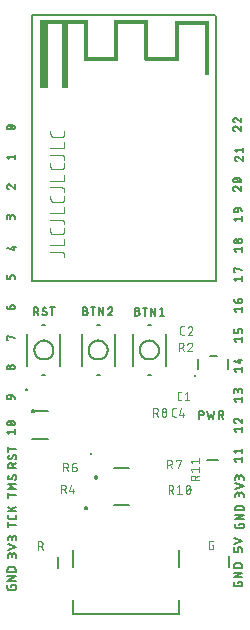
<source format=gbr>
G04 EAGLE Gerber RS-274X export*
G75*
%MOMM*%
%FSLAX34Y34*%
%LPD*%
%INSilkscreen Top*%
%IPPOS*%
%AMOC8*
5,1,8,0,0,1.08239X$1,22.5*%
G01*
%ADD10C,0.101600*%
%ADD11C,0.177800*%
%ADD12C,0.127000*%
%ADD13C,0.203200*%
%ADD14C,0.254000*%
%ADD15C,0.152400*%
%ADD16C,0.076200*%
%ADD17C,0.200000*%
%ADD18R,0.762000X5.715000*%
%ADD19R,3.810000X0.381000*%
%ADD20R,0.508000X5.715000*%
%ADD21R,2.921000X0.381000*%
%ADD22R,0.381000X3.429000*%
%ADD23R,0.355600X4.622800*%


D10*
X65363Y308483D02*
X74451Y308483D01*
X74451Y308482D02*
X74550Y308480D01*
X74650Y308474D01*
X74749Y308465D01*
X74847Y308452D01*
X74945Y308435D01*
X75043Y308414D01*
X75139Y308389D01*
X75234Y308361D01*
X75328Y308329D01*
X75421Y308294D01*
X75513Y308255D01*
X75603Y308212D01*
X75691Y308167D01*
X75778Y308117D01*
X75862Y308065D01*
X75945Y308009D01*
X76025Y307951D01*
X76103Y307889D01*
X76178Y307824D01*
X76251Y307756D01*
X76321Y307686D01*
X76389Y307613D01*
X76454Y307538D01*
X76516Y307460D01*
X76574Y307380D01*
X76630Y307297D01*
X76682Y307213D01*
X76732Y307126D01*
X76777Y307038D01*
X76820Y306948D01*
X76859Y306856D01*
X76894Y306763D01*
X76926Y306669D01*
X76954Y306574D01*
X76979Y306478D01*
X77000Y306380D01*
X77017Y306282D01*
X77030Y306184D01*
X77039Y306085D01*
X77045Y305985D01*
X77047Y305886D01*
X77047Y304588D01*
X77047Y314160D02*
X65363Y314160D01*
X77047Y314160D02*
X77047Y319353D01*
X77047Y326225D02*
X77047Y328822D01*
X77047Y326225D02*
X77045Y326126D01*
X77039Y326026D01*
X77030Y325927D01*
X77017Y325829D01*
X77000Y325731D01*
X76979Y325633D01*
X76954Y325537D01*
X76926Y325442D01*
X76894Y325348D01*
X76859Y325255D01*
X76820Y325163D01*
X76777Y325073D01*
X76732Y324985D01*
X76682Y324898D01*
X76630Y324814D01*
X76574Y324731D01*
X76516Y324651D01*
X76454Y324573D01*
X76389Y324498D01*
X76321Y324425D01*
X76251Y324355D01*
X76178Y324287D01*
X76103Y324222D01*
X76025Y324160D01*
X75945Y324102D01*
X75862Y324046D01*
X75778Y323994D01*
X75691Y323944D01*
X75603Y323899D01*
X75513Y323856D01*
X75421Y323817D01*
X75328Y323782D01*
X75234Y323750D01*
X75139Y323722D01*
X75043Y323697D01*
X74945Y323676D01*
X74847Y323659D01*
X74749Y323646D01*
X74650Y323637D01*
X74550Y323631D01*
X74451Y323629D01*
X67959Y323629D01*
X67959Y323628D02*
X67860Y323630D01*
X67760Y323636D01*
X67661Y323645D01*
X67563Y323658D01*
X67465Y323676D01*
X67367Y323696D01*
X67271Y323721D01*
X67175Y323749D01*
X67081Y323781D01*
X66988Y323816D01*
X66897Y323855D01*
X66807Y323898D01*
X66718Y323943D01*
X66632Y323993D01*
X66547Y324045D01*
X66465Y324101D01*
X66385Y324160D01*
X66307Y324221D01*
X66231Y324286D01*
X66158Y324354D01*
X66088Y324424D01*
X66020Y324497D01*
X65955Y324573D01*
X65894Y324651D01*
X65835Y324731D01*
X65779Y324813D01*
X65727Y324898D01*
X65678Y324984D01*
X65632Y325073D01*
X65589Y325163D01*
X65550Y325254D01*
X65515Y325347D01*
X65483Y325441D01*
X65455Y325537D01*
X65430Y325633D01*
X65410Y325731D01*
X65392Y325829D01*
X65379Y325927D01*
X65370Y326026D01*
X65364Y326125D01*
X65362Y326225D01*
X65363Y326225D02*
X65363Y328822D01*
X65363Y335915D02*
X74451Y335915D01*
X74451Y335914D02*
X74550Y335912D01*
X74650Y335906D01*
X74749Y335897D01*
X74847Y335884D01*
X74945Y335867D01*
X75043Y335846D01*
X75139Y335821D01*
X75234Y335793D01*
X75328Y335761D01*
X75421Y335726D01*
X75513Y335687D01*
X75603Y335644D01*
X75691Y335599D01*
X75778Y335549D01*
X75862Y335497D01*
X75945Y335441D01*
X76025Y335383D01*
X76103Y335321D01*
X76178Y335256D01*
X76251Y335188D01*
X76321Y335118D01*
X76389Y335045D01*
X76454Y334970D01*
X76516Y334892D01*
X76574Y334812D01*
X76630Y334729D01*
X76682Y334645D01*
X76732Y334558D01*
X76777Y334470D01*
X76820Y334380D01*
X76859Y334288D01*
X76894Y334195D01*
X76926Y334101D01*
X76954Y334006D01*
X76979Y333910D01*
X77000Y333812D01*
X77017Y333714D01*
X77030Y333616D01*
X77039Y333517D01*
X77045Y333417D01*
X77047Y333318D01*
X77047Y332020D01*
X77047Y341592D02*
X65363Y341592D01*
X77047Y341592D02*
X77047Y346785D01*
X77047Y353657D02*
X77047Y356254D01*
X77047Y353657D02*
X77045Y353558D01*
X77039Y353458D01*
X77030Y353359D01*
X77017Y353261D01*
X77000Y353163D01*
X76979Y353065D01*
X76954Y352969D01*
X76926Y352874D01*
X76894Y352780D01*
X76859Y352687D01*
X76820Y352595D01*
X76777Y352505D01*
X76732Y352417D01*
X76682Y352330D01*
X76630Y352246D01*
X76574Y352163D01*
X76516Y352083D01*
X76454Y352005D01*
X76389Y351930D01*
X76321Y351857D01*
X76251Y351787D01*
X76178Y351719D01*
X76103Y351654D01*
X76025Y351592D01*
X75945Y351534D01*
X75862Y351478D01*
X75778Y351426D01*
X75691Y351376D01*
X75603Y351331D01*
X75513Y351288D01*
X75421Y351249D01*
X75328Y351214D01*
X75234Y351182D01*
X75139Y351154D01*
X75043Y351129D01*
X74945Y351108D01*
X74847Y351091D01*
X74749Y351078D01*
X74650Y351069D01*
X74550Y351063D01*
X74451Y351061D01*
X67959Y351061D01*
X67959Y351060D02*
X67860Y351062D01*
X67760Y351068D01*
X67661Y351077D01*
X67563Y351090D01*
X67465Y351108D01*
X67367Y351128D01*
X67271Y351153D01*
X67175Y351181D01*
X67081Y351213D01*
X66988Y351248D01*
X66897Y351287D01*
X66807Y351330D01*
X66718Y351375D01*
X66632Y351425D01*
X66547Y351477D01*
X66465Y351533D01*
X66385Y351592D01*
X66307Y351653D01*
X66231Y351718D01*
X66158Y351786D01*
X66088Y351856D01*
X66020Y351929D01*
X65955Y352005D01*
X65894Y352083D01*
X65835Y352163D01*
X65779Y352245D01*
X65727Y352330D01*
X65678Y352416D01*
X65632Y352505D01*
X65589Y352595D01*
X65550Y352686D01*
X65515Y352779D01*
X65483Y352873D01*
X65455Y352969D01*
X65430Y353065D01*
X65410Y353163D01*
X65392Y353261D01*
X65379Y353359D01*
X65370Y353458D01*
X65364Y353557D01*
X65362Y353657D01*
X65363Y353657D02*
X65363Y356254D01*
X65363Y363347D02*
X74451Y363347D01*
X74451Y363346D02*
X74550Y363344D01*
X74650Y363338D01*
X74749Y363329D01*
X74847Y363316D01*
X74945Y363299D01*
X75043Y363278D01*
X75139Y363253D01*
X75234Y363225D01*
X75328Y363193D01*
X75421Y363158D01*
X75513Y363119D01*
X75603Y363076D01*
X75691Y363031D01*
X75778Y362981D01*
X75862Y362929D01*
X75945Y362873D01*
X76025Y362815D01*
X76103Y362753D01*
X76178Y362688D01*
X76251Y362620D01*
X76321Y362550D01*
X76389Y362477D01*
X76454Y362402D01*
X76516Y362324D01*
X76574Y362244D01*
X76630Y362161D01*
X76682Y362077D01*
X76732Y361990D01*
X76777Y361902D01*
X76820Y361812D01*
X76859Y361720D01*
X76894Y361627D01*
X76926Y361533D01*
X76954Y361438D01*
X76979Y361342D01*
X77000Y361244D01*
X77017Y361146D01*
X77030Y361048D01*
X77039Y360949D01*
X77045Y360849D01*
X77047Y360750D01*
X77047Y359452D01*
X77047Y369024D02*
X65363Y369024D01*
X77047Y369024D02*
X77047Y374217D01*
X77047Y381089D02*
X77047Y383686D01*
X77047Y381089D02*
X77045Y380990D01*
X77039Y380890D01*
X77030Y380791D01*
X77017Y380693D01*
X77000Y380595D01*
X76979Y380497D01*
X76954Y380401D01*
X76926Y380306D01*
X76894Y380212D01*
X76859Y380119D01*
X76820Y380027D01*
X76777Y379937D01*
X76732Y379849D01*
X76682Y379762D01*
X76630Y379678D01*
X76574Y379595D01*
X76516Y379515D01*
X76454Y379437D01*
X76389Y379362D01*
X76321Y379289D01*
X76251Y379219D01*
X76178Y379151D01*
X76103Y379086D01*
X76025Y379024D01*
X75945Y378966D01*
X75862Y378910D01*
X75778Y378858D01*
X75691Y378808D01*
X75603Y378763D01*
X75513Y378720D01*
X75421Y378681D01*
X75328Y378646D01*
X75234Y378614D01*
X75139Y378586D01*
X75043Y378561D01*
X74945Y378540D01*
X74847Y378523D01*
X74749Y378510D01*
X74650Y378501D01*
X74550Y378495D01*
X74451Y378493D01*
X67959Y378493D01*
X67959Y378492D02*
X67860Y378494D01*
X67760Y378500D01*
X67661Y378509D01*
X67563Y378522D01*
X67465Y378540D01*
X67367Y378560D01*
X67271Y378585D01*
X67175Y378613D01*
X67081Y378645D01*
X66988Y378680D01*
X66897Y378719D01*
X66807Y378762D01*
X66718Y378807D01*
X66632Y378857D01*
X66547Y378909D01*
X66465Y378965D01*
X66385Y379024D01*
X66307Y379085D01*
X66231Y379150D01*
X66158Y379218D01*
X66088Y379288D01*
X66020Y379361D01*
X65955Y379437D01*
X65894Y379515D01*
X65835Y379595D01*
X65779Y379677D01*
X65727Y379762D01*
X65678Y379848D01*
X65632Y379937D01*
X65589Y380027D01*
X65550Y380118D01*
X65515Y380211D01*
X65483Y380305D01*
X65455Y380401D01*
X65430Y380497D01*
X65410Y380595D01*
X65392Y380693D01*
X65379Y380791D01*
X65370Y380890D01*
X65364Y380989D01*
X65362Y381089D01*
X65363Y381089D02*
X65363Y383686D01*
X65363Y390779D02*
X74451Y390779D01*
X74451Y390778D02*
X74550Y390776D01*
X74650Y390770D01*
X74749Y390761D01*
X74847Y390748D01*
X74945Y390731D01*
X75043Y390710D01*
X75139Y390685D01*
X75234Y390657D01*
X75328Y390625D01*
X75421Y390590D01*
X75513Y390551D01*
X75603Y390508D01*
X75691Y390463D01*
X75778Y390413D01*
X75862Y390361D01*
X75945Y390305D01*
X76025Y390247D01*
X76103Y390185D01*
X76178Y390120D01*
X76251Y390052D01*
X76321Y389982D01*
X76389Y389909D01*
X76454Y389834D01*
X76516Y389756D01*
X76574Y389676D01*
X76630Y389593D01*
X76682Y389509D01*
X76732Y389422D01*
X76777Y389334D01*
X76820Y389244D01*
X76859Y389152D01*
X76894Y389059D01*
X76926Y388965D01*
X76954Y388870D01*
X76979Y388774D01*
X77000Y388676D01*
X77017Y388578D01*
X77030Y388480D01*
X77039Y388381D01*
X77045Y388281D01*
X77047Y388182D01*
X77047Y386884D01*
X77047Y396456D02*
X65363Y396456D01*
X77047Y396456D02*
X77047Y401649D01*
X77047Y408521D02*
X77047Y411118D01*
X77047Y408521D02*
X77045Y408422D01*
X77039Y408322D01*
X77030Y408223D01*
X77017Y408125D01*
X77000Y408027D01*
X76979Y407929D01*
X76954Y407833D01*
X76926Y407738D01*
X76894Y407644D01*
X76859Y407551D01*
X76820Y407459D01*
X76777Y407369D01*
X76732Y407281D01*
X76682Y407194D01*
X76630Y407110D01*
X76574Y407027D01*
X76516Y406947D01*
X76454Y406869D01*
X76389Y406794D01*
X76321Y406721D01*
X76251Y406651D01*
X76178Y406583D01*
X76103Y406518D01*
X76025Y406456D01*
X75945Y406398D01*
X75862Y406342D01*
X75778Y406290D01*
X75691Y406240D01*
X75603Y406195D01*
X75513Y406152D01*
X75421Y406113D01*
X75328Y406078D01*
X75234Y406046D01*
X75139Y406018D01*
X75043Y405993D01*
X74945Y405972D01*
X74847Y405955D01*
X74749Y405942D01*
X74650Y405933D01*
X74550Y405927D01*
X74451Y405925D01*
X67959Y405925D01*
X67959Y405924D02*
X67860Y405926D01*
X67760Y405932D01*
X67661Y405941D01*
X67563Y405954D01*
X67465Y405972D01*
X67367Y405992D01*
X67271Y406017D01*
X67175Y406045D01*
X67081Y406077D01*
X66988Y406112D01*
X66897Y406151D01*
X66807Y406194D01*
X66718Y406239D01*
X66632Y406289D01*
X66547Y406341D01*
X66465Y406397D01*
X66385Y406456D01*
X66307Y406517D01*
X66231Y406582D01*
X66158Y406650D01*
X66088Y406720D01*
X66020Y406793D01*
X65955Y406869D01*
X65894Y406947D01*
X65835Y407027D01*
X65779Y407109D01*
X65727Y407194D01*
X65678Y407280D01*
X65632Y407369D01*
X65589Y407459D01*
X65550Y407550D01*
X65515Y407643D01*
X65483Y407737D01*
X65455Y407833D01*
X65430Y407929D01*
X65410Y408027D01*
X65392Y408125D01*
X65379Y408223D01*
X65370Y408322D01*
X65364Y408421D01*
X65362Y408521D01*
X65363Y408521D02*
X65363Y411118D01*
X54693Y63545D02*
X54693Y56433D01*
X54693Y63545D02*
X56669Y63545D01*
X56756Y63543D01*
X56844Y63537D01*
X56931Y63528D01*
X57017Y63514D01*
X57103Y63497D01*
X57187Y63476D01*
X57271Y63451D01*
X57354Y63422D01*
X57435Y63390D01*
X57515Y63355D01*
X57593Y63316D01*
X57670Y63273D01*
X57744Y63227D01*
X57816Y63178D01*
X57886Y63126D01*
X57954Y63070D01*
X58019Y63012D01*
X58082Y62951D01*
X58141Y62887D01*
X58198Y62820D01*
X58252Y62752D01*
X58303Y62680D01*
X58350Y62607D01*
X58395Y62532D01*
X58436Y62454D01*
X58473Y62375D01*
X58507Y62295D01*
X58537Y62213D01*
X58564Y62130D01*
X58587Y62045D01*
X58606Y61960D01*
X58621Y61874D01*
X58633Y61787D01*
X58641Y61700D01*
X58645Y61613D01*
X58645Y61525D01*
X58641Y61438D01*
X58633Y61351D01*
X58621Y61264D01*
X58606Y61178D01*
X58587Y61093D01*
X58564Y61008D01*
X58537Y60925D01*
X58507Y60843D01*
X58473Y60763D01*
X58436Y60684D01*
X58395Y60606D01*
X58350Y60531D01*
X58303Y60458D01*
X58252Y60386D01*
X58198Y60318D01*
X58141Y60251D01*
X58082Y60187D01*
X58019Y60126D01*
X57954Y60068D01*
X57886Y60012D01*
X57816Y59960D01*
X57744Y59911D01*
X57670Y59865D01*
X57593Y59822D01*
X57515Y59783D01*
X57435Y59748D01*
X57354Y59716D01*
X57271Y59687D01*
X57187Y59662D01*
X57103Y59641D01*
X57017Y59624D01*
X56931Y59610D01*
X56844Y59601D01*
X56756Y59595D01*
X56669Y59593D01*
X56669Y59594D02*
X54693Y59594D01*
X57064Y59594D02*
X58644Y56433D01*
X202089Y60749D02*
X203274Y60749D01*
X203274Y56798D01*
X200903Y56798D01*
X200825Y56800D01*
X200748Y56806D01*
X200671Y56815D01*
X200595Y56828D01*
X200519Y56845D01*
X200444Y56866D01*
X200371Y56890D01*
X200298Y56918D01*
X200227Y56950D01*
X200158Y56985D01*
X200091Y57023D01*
X200025Y57064D01*
X199962Y57109D01*
X199901Y57157D01*
X199842Y57207D01*
X199786Y57261D01*
X199732Y57317D01*
X199682Y57376D01*
X199634Y57437D01*
X199589Y57500D01*
X199548Y57566D01*
X199510Y57633D01*
X199475Y57702D01*
X199443Y57773D01*
X199415Y57846D01*
X199391Y57919D01*
X199370Y57994D01*
X199353Y58070D01*
X199340Y58146D01*
X199331Y58223D01*
X199325Y58300D01*
X199323Y58378D01*
X199323Y62330D01*
X199325Y62408D01*
X199331Y62485D01*
X199340Y62562D01*
X199353Y62638D01*
X199370Y62714D01*
X199391Y62789D01*
X199415Y62862D01*
X199443Y62935D01*
X199475Y63006D01*
X199510Y63075D01*
X199548Y63142D01*
X199589Y63208D01*
X199634Y63271D01*
X199682Y63332D01*
X199732Y63391D01*
X199786Y63447D01*
X199842Y63501D01*
X199901Y63551D01*
X199962Y63599D01*
X200025Y63644D01*
X200091Y63685D01*
X200158Y63723D01*
X200227Y63758D01*
X200298Y63790D01*
X200371Y63818D01*
X200444Y63842D01*
X200519Y63863D01*
X200595Y63880D01*
X200671Y63893D01*
X200748Y63902D01*
X200825Y63908D01*
X200903Y63910D01*
X203274Y63910D01*
D11*
X45446Y191799D02*
X44755Y191799D01*
X44755Y192490D01*
X45446Y192490D01*
X45446Y191799D01*
D12*
X31746Y412360D02*
X31604Y412362D01*
X31461Y412367D01*
X31319Y412376D01*
X31177Y412389D01*
X31036Y412405D01*
X30895Y412424D01*
X30754Y412448D01*
X30614Y412474D01*
X30475Y412505D01*
X30337Y412539D01*
X30199Y412576D01*
X30063Y412616D01*
X29927Y412661D01*
X29793Y412708D01*
X29660Y412759D01*
X29528Y412813D01*
X29398Y412871D01*
X29269Y412932D01*
X29270Y412931D02*
X29201Y412957D01*
X29135Y412986D01*
X29069Y413018D01*
X29006Y413053D01*
X28944Y413092D01*
X28884Y413134D01*
X28827Y413179D01*
X28772Y413227D01*
X28720Y413278D01*
X28670Y413331D01*
X28624Y413387D01*
X28580Y413445D01*
X28539Y413506D01*
X28501Y413568D01*
X28467Y413632D01*
X28436Y413698D01*
X28408Y413766D01*
X28384Y413835D01*
X28364Y413905D01*
X28347Y413976D01*
X28334Y414047D01*
X28325Y414119D01*
X28319Y414192D01*
X28317Y414265D01*
X28319Y414338D01*
X28325Y414411D01*
X28334Y414483D01*
X28347Y414554D01*
X28364Y414625D01*
X28384Y414695D01*
X28408Y414764D01*
X28436Y414832D01*
X28467Y414898D01*
X28501Y414962D01*
X28539Y415024D01*
X28580Y415085D01*
X28624Y415143D01*
X28670Y415199D01*
X28720Y415252D01*
X28772Y415303D01*
X28827Y415351D01*
X28884Y415396D01*
X28944Y415438D01*
X29006Y415477D01*
X29069Y415512D01*
X29135Y415544D01*
X29201Y415573D01*
X29270Y415599D01*
X29269Y415599D02*
X29398Y415660D01*
X29528Y415718D01*
X29660Y415772D01*
X29793Y415823D01*
X29927Y415870D01*
X30063Y415915D01*
X30199Y415955D01*
X30337Y415992D01*
X30475Y416026D01*
X30614Y416057D01*
X30754Y416083D01*
X30895Y416107D01*
X31036Y416126D01*
X31177Y416142D01*
X31319Y416155D01*
X31461Y416164D01*
X31604Y416169D01*
X31746Y416171D01*
X31746Y412360D02*
X31888Y412362D01*
X32031Y412367D01*
X32173Y412376D01*
X32315Y412389D01*
X32456Y412405D01*
X32597Y412424D01*
X32738Y412448D01*
X32878Y412474D01*
X33017Y412505D01*
X33155Y412539D01*
X33293Y412576D01*
X33429Y412616D01*
X33565Y412661D01*
X33699Y412708D01*
X33832Y412759D01*
X33964Y412813D01*
X34094Y412871D01*
X34223Y412932D01*
X34222Y412931D02*
X34291Y412957D01*
X34357Y412986D01*
X34423Y413018D01*
X34486Y413053D01*
X34548Y413092D01*
X34608Y413134D01*
X34665Y413179D01*
X34720Y413227D01*
X34772Y413278D01*
X34822Y413331D01*
X34868Y413387D01*
X34912Y413445D01*
X34953Y413506D01*
X34991Y413568D01*
X35025Y413632D01*
X35056Y413698D01*
X35084Y413766D01*
X35108Y413835D01*
X35128Y413905D01*
X35145Y413976D01*
X35158Y414047D01*
X35167Y414119D01*
X35173Y414192D01*
X35175Y414265D01*
X34223Y415599D02*
X34094Y415660D01*
X33964Y415718D01*
X33832Y415772D01*
X33699Y415823D01*
X33565Y415870D01*
X33429Y415915D01*
X33293Y415955D01*
X33155Y415992D01*
X33017Y416026D01*
X32878Y416057D01*
X32738Y416083D01*
X32597Y416107D01*
X32456Y416126D01*
X32315Y416142D01*
X32173Y416155D01*
X32031Y416164D01*
X31888Y416169D01*
X31746Y416171D01*
X34222Y415599D02*
X34291Y415573D01*
X34357Y415544D01*
X34423Y415512D01*
X34486Y415477D01*
X34548Y415438D01*
X34608Y415396D01*
X34665Y415351D01*
X34720Y415303D01*
X34772Y415252D01*
X34822Y415199D01*
X34868Y415143D01*
X34912Y415085D01*
X34953Y415024D01*
X34991Y414962D01*
X35025Y414898D01*
X35056Y414832D01*
X35084Y414764D01*
X35108Y414695D01*
X35128Y414625D01*
X35145Y414554D01*
X35158Y414483D01*
X35167Y414411D01*
X35173Y414338D01*
X35175Y414265D01*
X33651Y412741D02*
X29841Y415789D01*
X28317Y388865D02*
X29841Y386960D01*
X28317Y388865D02*
X35175Y388865D01*
X35175Y386960D02*
X35175Y390770D01*
X30032Y366006D02*
X29950Y366004D01*
X29869Y365998D01*
X29788Y365989D01*
X29707Y365975D01*
X29628Y365958D01*
X29549Y365937D01*
X29471Y365912D01*
X29395Y365883D01*
X29320Y365851D01*
X29246Y365815D01*
X29175Y365776D01*
X29105Y365734D01*
X29037Y365688D01*
X28972Y365639D01*
X28909Y365587D01*
X28849Y365532D01*
X28791Y365474D01*
X28736Y365414D01*
X28684Y365351D01*
X28635Y365286D01*
X28589Y365218D01*
X28547Y365149D01*
X28508Y365077D01*
X28472Y365003D01*
X28440Y364928D01*
X28411Y364852D01*
X28386Y364774D01*
X28365Y364695D01*
X28348Y364616D01*
X28334Y364535D01*
X28325Y364454D01*
X28319Y364373D01*
X28317Y364291D01*
X28319Y364199D01*
X28325Y364107D01*
X28334Y364015D01*
X28348Y363923D01*
X28365Y363833D01*
X28386Y363743D01*
X28411Y363654D01*
X28440Y363566D01*
X28472Y363479D01*
X28508Y363394D01*
X28547Y363311D01*
X28590Y363229D01*
X28636Y363149D01*
X28686Y363071D01*
X28738Y362995D01*
X28794Y362922D01*
X28853Y362851D01*
X28915Y362782D01*
X28980Y362716D01*
X29047Y362653D01*
X29117Y362593D01*
X29189Y362535D01*
X29264Y362481D01*
X29341Y362430D01*
X29420Y362382D01*
X29501Y362338D01*
X29584Y362297D01*
X29668Y362259D01*
X29754Y362225D01*
X29841Y362195D01*
X31366Y365434D02*
X31307Y365493D01*
X31246Y365549D01*
X31183Y365602D01*
X31117Y365653D01*
X31049Y365700D01*
X30979Y365744D01*
X30907Y365785D01*
X30833Y365823D01*
X30758Y365857D01*
X30681Y365888D01*
X30603Y365915D01*
X30523Y365939D01*
X30443Y365960D01*
X30362Y365976D01*
X30280Y365989D01*
X30198Y365999D01*
X30115Y366004D01*
X30032Y366006D01*
X31365Y365434D02*
X35175Y362195D01*
X35175Y366005D01*
X35175Y338065D02*
X35175Y336160D01*
X35175Y338065D02*
X35173Y338150D01*
X35167Y338236D01*
X35158Y338321D01*
X35144Y338405D01*
X35127Y338489D01*
X35106Y338572D01*
X35082Y338654D01*
X35054Y338734D01*
X35022Y338814D01*
X34986Y338892D01*
X34948Y338968D01*
X34905Y339042D01*
X34860Y339114D01*
X34811Y339185D01*
X34759Y339253D01*
X34705Y339318D01*
X34647Y339381D01*
X34586Y339442D01*
X34523Y339500D01*
X34458Y339554D01*
X34390Y339606D01*
X34319Y339655D01*
X34247Y339700D01*
X34173Y339743D01*
X34097Y339781D01*
X34019Y339817D01*
X33939Y339849D01*
X33859Y339877D01*
X33777Y339901D01*
X33694Y339922D01*
X33610Y339939D01*
X33526Y339953D01*
X33441Y339962D01*
X33355Y339968D01*
X33270Y339970D01*
X33185Y339968D01*
X33099Y339962D01*
X33014Y339953D01*
X32930Y339939D01*
X32846Y339922D01*
X32763Y339901D01*
X32681Y339877D01*
X32601Y339849D01*
X32521Y339817D01*
X32443Y339781D01*
X32367Y339743D01*
X32293Y339700D01*
X32221Y339655D01*
X32150Y339606D01*
X32082Y339554D01*
X32017Y339500D01*
X31954Y339442D01*
X31893Y339381D01*
X31835Y339318D01*
X31781Y339253D01*
X31729Y339185D01*
X31680Y339114D01*
X31635Y339042D01*
X31592Y338968D01*
X31554Y338892D01*
X31518Y338814D01*
X31486Y338734D01*
X31458Y338654D01*
X31434Y338572D01*
X31413Y338489D01*
X31396Y338405D01*
X31382Y338321D01*
X31373Y338236D01*
X31367Y338150D01*
X31365Y338065D01*
X28317Y338446D02*
X28317Y336160D01*
X28317Y338446D02*
X28319Y338523D01*
X28325Y338600D01*
X28335Y338677D01*
X28348Y338753D01*
X28366Y338828D01*
X28387Y338902D01*
X28412Y338975D01*
X28441Y339047D01*
X28473Y339117D01*
X28508Y339186D01*
X28548Y339252D01*
X28590Y339317D01*
X28636Y339379D01*
X28685Y339439D01*
X28736Y339496D01*
X28791Y339551D01*
X28848Y339602D01*
X28908Y339651D01*
X28970Y339697D01*
X29035Y339739D01*
X29101Y339779D01*
X29170Y339814D01*
X29240Y339846D01*
X29312Y339875D01*
X29385Y339900D01*
X29459Y339921D01*
X29534Y339939D01*
X29610Y339952D01*
X29687Y339962D01*
X29764Y339968D01*
X29841Y339970D01*
X29918Y339968D01*
X29995Y339962D01*
X30072Y339952D01*
X30148Y339939D01*
X30223Y339921D01*
X30297Y339900D01*
X30370Y339875D01*
X30442Y339846D01*
X30512Y339814D01*
X30581Y339779D01*
X30647Y339739D01*
X30712Y339697D01*
X30774Y339651D01*
X30834Y339602D01*
X30891Y339551D01*
X30946Y339496D01*
X30997Y339439D01*
X31046Y339379D01*
X31092Y339317D01*
X31134Y339252D01*
X31174Y339186D01*
X31209Y339117D01*
X31241Y339047D01*
X31270Y338975D01*
X31295Y338902D01*
X31316Y338828D01*
X31334Y338753D01*
X31347Y338677D01*
X31357Y338600D01*
X31363Y338523D01*
X31365Y338446D01*
X31365Y336922D01*
X28952Y311649D02*
X34286Y310125D01*
X34286Y313935D01*
X32762Y312792D02*
X35810Y312792D01*
X35175Y287646D02*
X35175Y285360D01*
X35175Y287646D02*
X35173Y287723D01*
X35167Y287800D01*
X35157Y287877D01*
X35144Y287953D01*
X35126Y288028D01*
X35105Y288102D01*
X35080Y288175D01*
X35051Y288247D01*
X35019Y288317D01*
X34984Y288386D01*
X34944Y288452D01*
X34902Y288517D01*
X34856Y288579D01*
X34807Y288639D01*
X34756Y288696D01*
X34701Y288751D01*
X34644Y288802D01*
X34584Y288851D01*
X34522Y288897D01*
X34457Y288939D01*
X34391Y288979D01*
X34322Y289014D01*
X34252Y289046D01*
X34180Y289075D01*
X34107Y289100D01*
X34033Y289121D01*
X33958Y289139D01*
X33882Y289152D01*
X33805Y289162D01*
X33728Y289168D01*
X33651Y289170D01*
X32889Y289170D01*
X32812Y289168D01*
X32735Y289162D01*
X32658Y289152D01*
X32582Y289139D01*
X32507Y289121D01*
X32433Y289100D01*
X32360Y289075D01*
X32288Y289046D01*
X32218Y289014D01*
X32149Y288979D01*
X32083Y288939D01*
X32018Y288897D01*
X31956Y288851D01*
X31896Y288802D01*
X31839Y288751D01*
X31784Y288696D01*
X31733Y288639D01*
X31684Y288579D01*
X31638Y288517D01*
X31596Y288452D01*
X31556Y288386D01*
X31521Y288317D01*
X31489Y288247D01*
X31460Y288175D01*
X31435Y288102D01*
X31414Y288028D01*
X31396Y287953D01*
X31383Y287877D01*
X31373Y287800D01*
X31367Y287723D01*
X31365Y287646D01*
X31365Y285360D01*
X28317Y285360D01*
X28317Y289170D01*
X31365Y262246D02*
X31365Y259960D01*
X31365Y262246D02*
X31367Y262323D01*
X31373Y262400D01*
X31383Y262477D01*
X31396Y262553D01*
X31414Y262628D01*
X31435Y262702D01*
X31460Y262775D01*
X31489Y262847D01*
X31521Y262917D01*
X31556Y262986D01*
X31596Y263052D01*
X31638Y263117D01*
X31684Y263179D01*
X31733Y263239D01*
X31784Y263296D01*
X31839Y263351D01*
X31896Y263402D01*
X31956Y263451D01*
X32018Y263497D01*
X32083Y263539D01*
X32149Y263579D01*
X32218Y263614D01*
X32288Y263646D01*
X32360Y263675D01*
X32433Y263700D01*
X32507Y263721D01*
X32582Y263739D01*
X32658Y263752D01*
X32735Y263762D01*
X32812Y263768D01*
X32889Y263770D01*
X33270Y263770D01*
X33355Y263768D01*
X33441Y263762D01*
X33526Y263753D01*
X33610Y263739D01*
X33694Y263722D01*
X33777Y263701D01*
X33859Y263677D01*
X33939Y263649D01*
X34019Y263617D01*
X34097Y263581D01*
X34173Y263543D01*
X34247Y263500D01*
X34319Y263455D01*
X34390Y263406D01*
X34458Y263354D01*
X34523Y263300D01*
X34586Y263242D01*
X34647Y263181D01*
X34705Y263118D01*
X34759Y263053D01*
X34811Y262985D01*
X34860Y262914D01*
X34905Y262842D01*
X34948Y262768D01*
X34986Y262692D01*
X35022Y262614D01*
X35054Y262534D01*
X35082Y262454D01*
X35106Y262372D01*
X35127Y262289D01*
X35144Y262205D01*
X35158Y262121D01*
X35167Y262036D01*
X35173Y261950D01*
X35175Y261865D01*
X35173Y261780D01*
X35167Y261694D01*
X35158Y261609D01*
X35144Y261525D01*
X35127Y261441D01*
X35106Y261358D01*
X35082Y261276D01*
X35054Y261196D01*
X35022Y261116D01*
X34986Y261038D01*
X34948Y260962D01*
X34905Y260888D01*
X34860Y260816D01*
X34811Y260745D01*
X34759Y260677D01*
X34705Y260612D01*
X34647Y260549D01*
X34586Y260488D01*
X34523Y260430D01*
X34458Y260376D01*
X34390Y260324D01*
X34319Y260275D01*
X34247Y260230D01*
X34173Y260187D01*
X34097Y260149D01*
X34019Y260113D01*
X33939Y260081D01*
X33859Y260053D01*
X33777Y260029D01*
X33694Y260008D01*
X33610Y259991D01*
X33526Y259977D01*
X33441Y259968D01*
X33355Y259962D01*
X33270Y259960D01*
X31365Y259960D01*
X31256Y259962D01*
X31148Y259968D01*
X31039Y259977D01*
X30931Y259991D01*
X30824Y260008D01*
X30717Y260030D01*
X30611Y260055D01*
X30506Y260083D01*
X30402Y260116D01*
X30300Y260152D01*
X30199Y260192D01*
X30099Y260235D01*
X30001Y260282D01*
X29904Y260333D01*
X29810Y260387D01*
X29717Y260444D01*
X29627Y260504D01*
X29538Y260568D01*
X29452Y260635D01*
X29369Y260704D01*
X29288Y260777D01*
X29210Y260853D01*
X29134Y260931D01*
X29061Y261012D01*
X28992Y261095D01*
X28925Y261181D01*
X28861Y261270D01*
X28801Y261360D01*
X28744Y261453D01*
X28690Y261547D01*
X28639Y261644D01*
X28592Y261742D01*
X28549Y261842D01*
X28509Y261943D01*
X28473Y262045D01*
X28440Y262149D01*
X28412Y262254D01*
X28387Y262360D01*
X28365Y262467D01*
X28348Y262574D01*
X28334Y262682D01*
X28325Y262791D01*
X28319Y262899D01*
X28317Y263008D01*
X28317Y233925D02*
X29079Y233925D01*
X28317Y233925D02*
X28317Y237735D01*
X35175Y235830D01*
X33270Y212970D02*
X33185Y212968D01*
X33099Y212962D01*
X33014Y212953D01*
X32930Y212939D01*
X32846Y212922D01*
X32763Y212901D01*
X32681Y212877D01*
X32601Y212849D01*
X32521Y212817D01*
X32443Y212781D01*
X32367Y212743D01*
X32293Y212700D01*
X32221Y212655D01*
X32150Y212606D01*
X32082Y212554D01*
X32017Y212500D01*
X31954Y212442D01*
X31893Y212381D01*
X31835Y212318D01*
X31781Y212253D01*
X31729Y212185D01*
X31680Y212114D01*
X31635Y212042D01*
X31592Y211968D01*
X31554Y211892D01*
X31518Y211814D01*
X31486Y211734D01*
X31458Y211654D01*
X31434Y211572D01*
X31413Y211489D01*
X31396Y211405D01*
X31382Y211321D01*
X31373Y211236D01*
X31367Y211150D01*
X31365Y211065D01*
X31367Y210980D01*
X31373Y210894D01*
X31382Y210809D01*
X31396Y210725D01*
X31413Y210641D01*
X31434Y210558D01*
X31458Y210476D01*
X31486Y210396D01*
X31518Y210316D01*
X31554Y210238D01*
X31592Y210162D01*
X31635Y210088D01*
X31680Y210016D01*
X31729Y209945D01*
X31781Y209877D01*
X31835Y209812D01*
X31893Y209749D01*
X31954Y209688D01*
X32017Y209630D01*
X32082Y209576D01*
X32150Y209524D01*
X32221Y209475D01*
X32293Y209430D01*
X32367Y209387D01*
X32443Y209349D01*
X32521Y209313D01*
X32601Y209281D01*
X32681Y209253D01*
X32763Y209229D01*
X32846Y209208D01*
X32930Y209191D01*
X33014Y209177D01*
X33099Y209168D01*
X33185Y209162D01*
X33270Y209160D01*
X33355Y209162D01*
X33441Y209168D01*
X33526Y209177D01*
X33610Y209191D01*
X33694Y209208D01*
X33777Y209229D01*
X33859Y209253D01*
X33939Y209281D01*
X34019Y209313D01*
X34097Y209349D01*
X34173Y209387D01*
X34247Y209430D01*
X34319Y209475D01*
X34390Y209524D01*
X34458Y209576D01*
X34523Y209630D01*
X34586Y209688D01*
X34647Y209749D01*
X34705Y209812D01*
X34759Y209877D01*
X34811Y209945D01*
X34860Y210016D01*
X34905Y210088D01*
X34948Y210162D01*
X34986Y210238D01*
X35022Y210316D01*
X35054Y210396D01*
X35082Y210476D01*
X35106Y210558D01*
X35127Y210641D01*
X35144Y210725D01*
X35158Y210809D01*
X35167Y210894D01*
X35173Y210980D01*
X35175Y211065D01*
X35173Y211150D01*
X35167Y211236D01*
X35158Y211321D01*
X35144Y211405D01*
X35127Y211489D01*
X35106Y211572D01*
X35082Y211654D01*
X35054Y211734D01*
X35022Y211814D01*
X34986Y211892D01*
X34948Y211968D01*
X34905Y212042D01*
X34860Y212114D01*
X34811Y212185D01*
X34759Y212253D01*
X34705Y212318D01*
X34647Y212381D01*
X34586Y212442D01*
X34523Y212500D01*
X34458Y212554D01*
X34390Y212606D01*
X34319Y212655D01*
X34247Y212700D01*
X34173Y212743D01*
X34097Y212781D01*
X34019Y212817D01*
X33939Y212849D01*
X33859Y212877D01*
X33777Y212901D01*
X33694Y212922D01*
X33610Y212939D01*
X33526Y212953D01*
X33441Y212962D01*
X33355Y212968D01*
X33270Y212970D01*
X29841Y212589D02*
X29764Y212587D01*
X29687Y212581D01*
X29610Y212571D01*
X29534Y212558D01*
X29459Y212540D01*
X29385Y212519D01*
X29312Y212494D01*
X29240Y212465D01*
X29170Y212433D01*
X29101Y212398D01*
X29035Y212358D01*
X28970Y212316D01*
X28908Y212270D01*
X28848Y212221D01*
X28791Y212170D01*
X28736Y212115D01*
X28685Y212058D01*
X28636Y211998D01*
X28590Y211936D01*
X28548Y211871D01*
X28508Y211805D01*
X28473Y211736D01*
X28441Y211666D01*
X28412Y211594D01*
X28387Y211521D01*
X28366Y211447D01*
X28348Y211372D01*
X28335Y211296D01*
X28325Y211219D01*
X28319Y211142D01*
X28317Y211065D01*
X28319Y210988D01*
X28325Y210911D01*
X28335Y210834D01*
X28348Y210758D01*
X28366Y210683D01*
X28387Y210609D01*
X28412Y210536D01*
X28441Y210464D01*
X28473Y210394D01*
X28508Y210325D01*
X28548Y210259D01*
X28590Y210194D01*
X28636Y210132D01*
X28685Y210072D01*
X28736Y210015D01*
X28791Y209960D01*
X28848Y209909D01*
X28908Y209860D01*
X28970Y209814D01*
X29035Y209772D01*
X29101Y209732D01*
X29170Y209697D01*
X29240Y209665D01*
X29312Y209636D01*
X29385Y209611D01*
X29459Y209590D01*
X29534Y209572D01*
X29610Y209559D01*
X29687Y209549D01*
X29764Y209543D01*
X29841Y209541D01*
X29918Y209543D01*
X29995Y209549D01*
X30072Y209559D01*
X30148Y209572D01*
X30223Y209590D01*
X30297Y209611D01*
X30370Y209636D01*
X30442Y209665D01*
X30512Y209697D01*
X30581Y209732D01*
X30647Y209772D01*
X30712Y209814D01*
X30774Y209860D01*
X30834Y209909D01*
X30891Y209960D01*
X30946Y210015D01*
X30997Y210072D01*
X31046Y210132D01*
X31092Y210194D01*
X31134Y210259D01*
X31174Y210325D01*
X31209Y210394D01*
X31241Y210464D01*
X31270Y210536D01*
X31295Y210609D01*
X31316Y210683D01*
X31334Y210758D01*
X31347Y210834D01*
X31357Y210911D01*
X31363Y210988D01*
X31365Y211065D01*
X31363Y211142D01*
X31357Y211219D01*
X31347Y211296D01*
X31334Y211372D01*
X31316Y211447D01*
X31295Y211521D01*
X31270Y211594D01*
X31241Y211666D01*
X31209Y211736D01*
X31174Y211805D01*
X31134Y211871D01*
X31092Y211936D01*
X31046Y211998D01*
X30997Y212058D01*
X30946Y212115D01*
X30891Y212170D01*
X30834Y212221D01*
X30774Y212270D01*
X30712Y212316D01*
X30647Y212358D01*
X30581Y212398D01*
X30512Y212433D01*
X30442Y212465D01*
X30370Y212494D01*
X30297Y212519D01*
X30223Y212540D01*
X30148Y212558D01*
X30072Y212571D01*
X29995Y212581D01*
X29918Y212587D01*
X29841Y212589D01*
X32127Y187570D02*
X32127Y185284D01*
X32125Y185207D01*
X32119Y185130D01*
X32109Y185053D01*
X32096Y184977D01*
X32078Y184902D01*
X32057Y184828D01*
X32032Y184755D01*
X32003Y184683D01*
X31971Y184613D01*
X31936Y184544D01*
X31896Y184478D01*
X31854Y184413D01*
X31808Y184351D01*
X31759Y184291D01*
X31708Y184234D01*
X31653Y184179D01*
X31596Y184128D01*
X31536Y184079D01*
X31474Y184033D01*
X31409Y183991D01*
X31343Y183951D01*
X31274Y183916D01*
X31204Y183884D01*
X31132Y183855D01*
X31059Y183830D01*
X30985Y183809D01*
X30910Y183791D01*
X30834Y183778D01*
X30757Y183768D01*
X30680Y183762D01*
X30603Y183760D01*
X30222Y183760D01*
X30137Y183762D01*
X30051Y183768D01*
X29966Y183777D01*
X29882Y183791D01*
X29798Y183808D01*
X29715Y183829D01*
X29633Y183853D01*
X29553Y183881D01*
X29473Y183913D01*
X29395Y183949D01*
X29319Y183987D01*
X29245Y184030D01*
X29173Y184075D01*
X29102Y184124D01*
X29034Y184176D01*
X28969Y184230D01*
X28906Y184288D01*
X28845Y184349D01*
X28787Y184412D01*
X28733Y184477D01*
X28681Y184545D01*
X28632Y184616D01*
X28587Y184688D01*
X28544Y184762D01*
X28506Y184838D01*
X28470Y184916D01*
X28438Y184996D01*
X28410Y185076D01*
X28386Y185158D01*
X28365Y185241D01*
X28348Y185325D01*
X28334Y185409D01*
X28325Y185494D01*
X28319Y185580D01*
X28317Y185665D01*
X28319Y185750D01*
X28325Y185836D01*
X28334Y185921D01*
X28348Y186005D01*
X28365Y186089D01*
X28386Y186172D01*
X28410Y186254D01*
X28438Y186334D01*
X28470Y186414D01*
X28506Y186492D01*
X28544Y186568D01*
X28587Y186642D01*
X28632Y186714D01*
X28681Y186785D01*
X28733Y186853D01*
X28787Y186918D01*
X28845Y186981D01*
X28906Y187042D01*
X28969Y187100D01*
X29034Y187154D01*
X29102Y187206D01*
X29173Y187255D01*
X29245Y187300D01*
X29319Y187343D01*
X29395Y187381D01*
X29473Y187417D01*
X29553Y187449D01*
X29633Y187477D01*
X29715Y187501D01*
X29798Y187522D01*
X29882Y187539D01*
X29966Y187553D01*
X30051Y187562D01*
X30137Y187568D01*
X30222Y187570D01*
X32127Y187570D01*
X32236Y187568D01*
X32344Y187562D01*
X32453Y187553D01*
X32561Y187539D01*
X32668Y187522D01*
X32775Y187500D01*
X32881Y187475D01*
X32986Y187447D01*
X33090Y187414D01*
X33192Y187378D01*
X33293Y187338D01*
X33393Y187295D01*
X33491Y187248D01*
X33588Y187197D01*
X33682Y187143D01*
X33775Y187086D01*
X33865Y187026D01*
X33954Y186962D01*
X34040Y186895D01*
X34123Y186826D01*
X34204Y186753D01*
X34282Y186677D01*
X34358Y186599D01*
X34431Y186518D01*
X34500Y186435D01*
X34567Y186349D01*
X34631Y186260D01*
X34691Y186170D01*
X34748Y186077D01*
X34802Y185983D01*
X34853Y185886D01*
X34900Y185788D01*
X34943Y185688D01*
X34983Y185587D01*
X35019Y185485D01*
X35052Y185381D01*
X35080Y185276D01*
X35105Y185170D01*
X35127Y185063D01*
X35144Y184956D01*
X35158Y184848D01*
X35167Y184739D01*
X35173Y184631D01*
X35175Y184522D01*
X28317Y156455D02*
X29841Y154550D01*
X28317Y156455D02*
X35175Y156455D01*
X35175Y154550D02*
X35175Y158360D01*
X31746Y161865D02*
X31604Y161867D01*
X31461Y161872D01*
X31319Y161881D01*
X31177Y161894D01*
X31036Y161910D01*
X30895Y161929D01*
X30754Y161953D01*
X30614Y161979D01*
X30475Y162010D01*
X30337Y162044D01*
X30199Y162081D01*
X30063Y162121D01*
X29927Y162166D01*
X29793Y162213D01*
X29660Y162264D01*
X29528Y162318D01*
X29398Y162376D01*
X29269Y162437D01*
X29270Y162436D02*
X29201Y162462D01*
X29135Y162491D01*
X29069Y162523D01*
X29006Y162558D01*
X28944Y162597D01*
X28884Y162639D01*
X28827Y162684D01*
X28772Y162732D01*
X28720Y162783D01*
X28670Y162836D01*
X28624Y162892D01*
X28580Y162950D01*
X28539Y163011D01*
X28501Y163073D01*
X28467Y163137D01*
X28436Y163203D01*
X28408Y163271D01*
X28384Y163340D01*
X28364Y163410D01*
X28347Y163481D01*
X28334Y163552D01*
X28325Y163624D01*
X28319Y163697D01*
X28317Y163770D01*
X28319Y163843D01*
X28325Y163916D01*
X28334Y163988D01*
X28347Y164059D01*
X28364Y164130D01*
X28384Y164200D01*
X28408Y164269D01*
X28436Y164337D01*
X28467Y164403D01*
X28501Y164467D01*
X28539Y164529D01*
X28580Y164590D01*
X28624Y164648D01*
X28670Y164704D01*
X28720Y164757D01*
X28772Y164808D01*
X28827Y164856D01*
X28884Y164901D01*
X28944Y164943D01*
X29006Y164982D01*
X29069Y165017D01*
X29135Y165049D01*
X29201Y165078D01*
X29270Y165104D01*
X29269Y165104D02*
X29398Y165165D01*
X29528Y165223D01*
X29660Y165277D01*
X29793Y165328D01*
X29927Y165375D01*
X30063Y165420D01*
X30199Y165460D01*
X30337Y165497D01*
X30475Y165531D01*
X30614Y165562D01*
X30754Y165588D01*
X30895Y165612D01*
X31036Y165631D01*
X31177Y165647D01*
X31319Y165660D01*
X31461Y165669D01*
X31604Y165674D01*
X31746Y165676D01*
X31746Y161865D02*
X31888Y161867D01*
X32031Y161872D01*
X32173Y161881D01*
X32315Y161894D01*
X32456Y161910D01*
X32597Y161929D01*
X32738Y161953D01*
X32878Y161979D01*
X33017Y162010D01*
X33155Y162044D01*
X33293Y162081D01*
X33429Y162121D01*
X33565Y162166D01*
X33699Y162213D01*
X33832Y162264D01*
X33964Y162318D01*
X34094Y162376D01*
X34223Y162437D01*
X34222Y162436D02*
X34291Y162462D01*
X34357Y162491D01*
X34423Y162523D01*
X34486Y162558D01*
X34548Y162597D01*
X34608Y162639D01*
X34665Y162684D01*
X34720Y162732D01*
X34772Y162783D01*
X34822Y162836D01*
X34868Y162892D01*
X34912Y162950D01*
X34953Y163011D01*
X34991Y163073D01*
X35025Y163137D01*
X35056Y163203D01*
X35084Y163271D01*
X35108Y163340D01*
X35128Y163410D01*
X35145Y163481D01*
X35158Y163552D01*
X35167Y163624D01*
X35173Y163697D01*
X35175Y163770D01*
X34223Y165104D02*
X34094Y165165D01*
X33964Y165223D01*
X33832Y165277D01*
X33699Y165328D01*
X33565Y165375D01*
X33429Y165420D01*
X33293Y165460D01*
X33155Y165497D01*
X33017Y165531D01*
X32878Y165562D01*
X32738Y165588D01*
X32597Y165612D01*
X32456Y165631D01*
X32315Y165647D01*
X32173Y165660D01*
X32031Y165669D01*
X31888Y165674D01*
X31746Y165676D01*
X34222Y165104D02*
X34291Y165078D01*
X34357Y165049D01*
X34423Y165017D01*
X34486Y164982D01*
X34548Y164943D01*
X34608Y164901D01*
X34665Y164856D01*
X34720Y164808D01*
X34772Y164757D01*
X34822Y164704D01*
X34868Y164648D01*
X34912Y164590D01*
X34953Y164529D01*
X34991Y164467D01*
X35025Y164403D01*
X35056Y164337D01*
X35084Y164269D01*
X35108Y164200D01*
X35128Y164130D01*
X35145Y164059D01*
X35158Y163988D01*
X35167Y163916D01*
X35173Y163843D01*
X35175Y163770D01*
X33651Y162246D02*
X29841Y165294D01*
X29587Y125975D02*
X36445Y125975D01*
X29587Y125975D02*
X29587Y127880D01*
X29589Y127965D01*
X29595Y128051D01*
X29604Y128136D01*
X29618Y128220D01*
X29635Y128304D01*
X29656Y128387D01*
X29680Y128469D01*
X29708Y128549D01*
X29740Y128629D01*
X29776Y128707D01*
X29814Y128783D01*
X29857Y128857D01*
X29902Y128929D01*
X29951Y129000D01*
X30003Y129068D01*
X30057Y129133D01*
X30115Y129196D01*
X30176Y129257D01*
X30239Y129315D01*
X30304Y129369D01*
X30372Y129421D01*
X30443Y129470D01*
X30515Y129515D01*
X30589Y129558D01*
X30665Y129596D01*
X30743Y129632D01*
X30823Y129664D01*
X30903Y129692D01*
X30985Y129716D01*
X31068Y129737D01*
X31152Y129754D01*
X31236Y129768D01*
X31321Y129777D01*
X31407Y129783D01*
X31492Y129785D01*
X31577Y129783D01*
X31663Y129777D01*
X31748Y129768D01*
X31832Y129754D01*
X31916Y129737D01*
X31999Y129716D01*
X32081Y129692D01*
X32161Y129664D01*
X32241Y129632D01*
X32319Y129596D01*
X32395Y129558D01*
X32469Y129515D01*
X32541Y129470D01*
X32612Y129421D01*
X32680Y129369D01*
X32745Y129315D01*
X32808Y129257D01*
X32869Y129196D01*
X32927Y129133D01*
X32981Y129068D01*
X33033Y129000D01*
X33082Y128929D01*
X33127Y128857D01*
X33170Y128783D01*
X33208Y128707D01*
X33244Y128629D01*
X33276Y128549D01*
X33304Y128469D01*
X33328Y128387D01*
X33349Y128304D01*
X33366Y128220D01*
X33380Y128136D01*
X33389Y128051D01*
X33395Y127965D01*
X33397Y127880D01*
X33397Y125975D01*
X33397Y128261D02*
X36445Y129785D01*
X36445Y135263D02*
X36443Y135340D01*
X36437Y135417D01*
X36427Y135494D01*
X36414Y135570D01*
X36396Y135645D01*
X36375Y135719D01*
X36350Y135792D01*
X36321Y135864D01*
X36289Y135934D01*
X36254Y136003D01*
X36214Y136069D01*
X36172Y136134D01*
X36126Y136196D01*
X36077Y136256D01*
X36026Y136313D01*
X35971Y136368D01*
X35914Y136419D01*
X35854Y136468D01*
X35792Y136514D01*
X35727Y136556D01*
X35661Y136596D01*
X35592Y136631D01*
X35522Y136663D01*
X35450Y136692D01*
X35377Y136717D01*
X35303Y136738D01*
X35228Y136756D01*
X35152Y136769D01*
X35075Y136779D01*
X34998Y136785D01*
X34921Y136787D01*
X36445Y135263D02*
X36443Y135153D01*
X36437Y135042D01*
X36428Y134932D01*
X36415Y134822D01*
X36398Y134713D01*
X36377Y134605D01*
X36353Y134497D01*
X36324Y134390D01*
X36293Y134284D01*
X36257Y134180D01*
X36218Y134076D01*
X36176Y133974D01*
X36130Y133874D01*
X36080Y133775D01*
X36028Y133678D01*
X35971Y133582D01*
X35912Y133489D01*
X35850Y133398D01*
X35784Y133309D01*
X35716Y133222D01*
X35644Y133138D01*
X35570Y133056D01*
X35493Y132977D01*
X31111Y133167D02*
X31034Y133169D01*
X30957Y133175D01*
X30880Y133185D01*
X30804Y133198D01*
X30729Y133216D01*
X30655Y133237D01*
X30582Y133262D01*
X30510Y133291D01*
X30440Y133323D01*
X30371Y133358D01*
X30305Y133398D01*
X30240Y133440D01*
X30178Y133486D01*
X30118Y133535D01*
X30061Y133586D01*
X30006Y133641D01*
X29955Y133698D01*
X29906Y133758D01*
X29860Y133820D01*
X29818Y133885D01*
X29778Y133951D01*
X29743Y134020D01*
X29711Y134090D01*
X29682Y134162D01*
X29657Y134235D01*
X29636Y134309D01*
X29618Y134384D01*
X29605Y134460D01*
X29595Y134537D01*
X29589Y134614D01*
X29587Y134691D01*
X29589Y134793D01*
X29594Y134895D01*
X29603Y134997D01*
X29616Y135098D01*
X29633Y135199D01*
X29652Y135299D01*
X29676Y135399D01*
X29703Y135497D01*
X29734Y135595D01*
X29768Y135691D01*
X29805Y135786D01*
X29846Y135880D01*
X29890Y135972D01*
X29938Y136062D01*
X29988Y136151D01*
X30042Y136238D01*
X30099Y136323D01*
X30159Y136406D01*
X32445Y133929D02*
X32404Y133864D01*
X32361Y133801D01*
X32314Y133741D01*
X32264Y133682D01*
X32212Y133627D01*
X32157Y133574D01*
X32099Y133523D01*
X32039Y133476D01*
X31976Y133432D01*
X31912Y133390D01*
X31846Y133352D01*
X31777Y133318D01*
X31707Y133287D01*
X31636Y133259D01*
X31564Y133235D01*
X31490Y133214D01*
X31415Y133197D01*
X31340Y133184D01*
X31264Y133175D01*
X31188Y133169D01*
X31111Y133167D01*
X33587Y136025D02*
X33628Y136090D01*
X33671Y136153D01*
X33718Y136213D01*
X33768Y136272D01*
X33820Y136327D01*
X33875Y136380D01*
X33933Y136431D01*
X33993Y136478D01*
X34056Y136522D01*
X34120Y136564D01*
X34186Y136602D01*
X34255Y136636D01*
X34325Y136667D01*
X34396Y136695D01*
X34468Y136719D01*
X34542Y136740D01*
X34617Y136757D01*
X34692Y136770D01*
X34768Y136779D01*
X34844Y136785D01*
X34921Y136787D01*
X33588Y136025D02*
X32445Y133929D01*
X29587Y141465D02*
X36445Y141465D01*
X29587Y139560D02*
X29587Y143370D01*
X29587Y102480D02*
X36445Y102480D01*
X29587Y100575D02*
X29587Y104385D01*
X29587Y107753D02*
X36445Y107753D01*
X33397Y110039D02*
X29587Y107753D01*
X33397Y110039D02*
X29587Y112325D01*
X36445Y112325D01*
X36445Y118223D02*
X36443Y118300D01*
X36437Y118377D01*
X36427Y118454D01*
X36414Y118530D01*
X36396Y118605D01*
X36375Y118679D01*
X36350Y118752D01*
X36321Y118824D01*
X36289Y118894D01*
X36254Y118963D01*
X36214Y119029D01*
X36172Y119094D01*
X36126Y119156D01*
X36077Y119216D01*
X36026Y119273D01*
X35971Y119328D01*
X35914Y119379D01*
X35854Y119428D01*
X35792Y119474D01*
X35727Y119516D01*
X35661Y119556D01*
X35592Y119591D01*
X35522Y119623D01*
X35450Y119652D01*
X35377Y119677D01*
X35303Y119698D01*
X35228Y119716D01*
X35152Y119729D01*
X35075Y119739D01*
X34998Y119745D01*
X34921Y119747D01*
X36445Y118223D02*
X36443Y118113D01*
X36437Y118002D01*
X36428Y117892D01*
X36415Y117782D01*
X36398Y117673D01*
X36377Y117565D01*
X36353Y117457D01*
X36324Y117350D01*
X36293Y117244D01*
X36257Y117140D01*
X36218Y117036D01*
X36176Y116934D01*
X36130Y116834D01*
X36080Y116735D01*
X36028Y116638D01*
X35971Y116542D01*
X35912Y116449D01*
X35850Y116358D01*
X35784Y116269D01*
X35716Y116182D01*
X35644Y116098D01*
X35570Y116016D01*
X35493Y115937D01*
X31111Y116127D02*
X31034Y116129D01*
X30957Y116135D01*
X30880Y116145D01*
X30804Y116158D01*
X30729Y116176D01*
X30655Y116197D01*
X30582Y116222D01*
X30510Y116251D01*
X30440Y116283D01*
X30371Y116318D01*
X30305Y116358D01*
X30240Y116400D01*
X30178Y116446D01*
X30118Y116495D01*
X30061Y116546D01*
X30006Y116601D01*
X29955Y116658D01*
X29906Y116718D01*
X29860Y116780D01*
X29818Y116845D01*
X29778Y116911D01*
X29743Y116980D01*
X29711Y117050D01*
X29682Y117122D01*
X29657Y117195D01*
X29636Y117269D01*
X29618Y117344D01*
X29605Y117420D01*
X29595Y117497D01*
X29589Y117574D01*
X29587Y117651D01*
X29589Y117753D01*
X29594Y117855D01*
X29603Y117957D01*
X29616Y118058D01*
X29633Y118159D01*
X29652Y118259D01*
X29676Y118359D01*
X29703Y118457D01*
X29734Y118555D01*
X29768Y118651D01*
X29805Y118746D01*
X29846Y118840D01*
X29890Y118932D01*
X29938Y119022D01*
X29988Y119111D01*
X30042Y119198D01*
X30099Y119283D01*
X30159Y119366D01*
X32445Y116889D02*
X32404Y116824D01*
X32361Y116761D01*
X32314Y116701D01*
X32264Y116642D01*
X32212Y116587D01*
X32157Y116534D01*
X32099Y116483D01*
X32039Y116436D01*
X31976Y116392D01*
X31912Y116350D01*
X31846Y116312D01*
X31777Y116278D01*
X31707Y116247D01*
X31636Y116219D01*
X31564Y116195D01*
X31490Y116174D01*
X31415Y116157D01*
X31340Y116144D01*
X31264Y116135D01*
X31188Y116129D01*
X31111Y116127D01*
X33587Y118985D02*
X33628Y119050D01*
X33671Y119113D01*
X33718Y119173D01*
X33768Y119232D01*
X33820Y119287D01*
X33875Y119340D01*
X33933Y119391D01*
X33993Y119438D01*
X34056Y119482D01*
X34120Y119524D01*
X34186Y119562D01*
X34255Y119596D01*
X34325Y119627D01*
X34396Y119655D01*
X34468Y119679D01*
X34542Y119700D01*
X34617Y119717D01*
X34692Y119730D01*
X34768Y119739D01*
X34844Y119745D01*
X34921Y119747D01*
X33588Y118985D02*
X32445Y116889D01*
X29587Y77715D02*
X36445Y77715D01*
X29587Y75810D02*
X29587Y79620D01*
X36445Y84130D02*
X36445Y85654D01*
X36445Y84130D02*
X36443Y84053D01*
X36437Y83976D01*
X36427Y83899D01*
X36414Y83823D01*
X36396Y83748D01*
X36375Y83674D01*
X36350Y83601D01*
X36321Y83529D01*
X36289Y83459D01*
X36254Y83390D01*
X36214Y83324D01*
X36172Y83259D01*
X36126Y83197D01*
X36077Y83137D01*
X36026Y83080D01*
X35971Y83025D01*
X35914Y82974D01*
X35854Y82925D01*
X35792Y82879D01*
X35727Y82837D01*
X35661Y82797D01*
X35592Y82762D01*
X35522Y82730D01*
X35450Y82701D01*
X35377Y82676D01*
X35303Y82655D01*
X35228Y82637D01*
X35152Y82624D01*
X35075Y82614D01*
X34998Y82608D01*
X34921Y82606D01*
X31111Y82606D01*
X31034Y82608D01*
X30957Y82614D01*
X30880Y82624D01*
X30804Y82637D01*
X30729Y82655D01*
X30655Y82676D01*
X30582Y82701D01*
X30510Y82730D01*
X30440Y82762D01*
X30371Y82797D01*
X30305Y82837D01*
X30240Y82879D01*
X30178Y82925D01*
X30118Y82974D01*
X30061Y83025D01*
X30006Y83080D01*
X29955Y83137D01*
X29906Y83197D01*
X29860Y83259D01*
X29818Y83324D01*
X29778Y83390D01*
X29743Y83459D01*
X29711Y83529D01*
X29682Y83601D01*
X29657Y83674D01*
X29636Y83748D01*
X29618Y83823D01*
X29605Y83899D01*
X29595Y83976D01*
X29589Y84053D01*
X29587Y84130D01*
X29587Y85654D01*
X29587Y89137D02*
X36445Y89137D01*
X33778Y89137D02*
X29587Y92947D01*
X32254Y90661D02*
X36445Y92947D01*
X36445Y51680D02*
X36445Y49775D01*
X36445Y51680D02*
X36443Y51765D01*
X36437Y51851D01*
X36428Y51936D01*
X36414Y52020D01*
X36397Y52104D01*
X36376Y52187D01*
X36352Y52269D01*
X36324Y52349D01*
X36292Y52429D01*
X36256Y52507D01*
X36218Y52583D01*
X36175Y52657D01*
X36130Y52729D01*
X36081Y52800D01*
X36029Y52868D01*
X35975Y52933D01*
X35917Y52996D01*
X35856Y53057D01*
X35793Y53115D01*
X35728Y53169D01*
X35660Y53221D01*
X35589Y53270D01*
X35517Y53315D01*
X35443Y53358D01*
X35367Y53396D01*
X35289Y53432D01*
X35209Y53464D01*
X35129Y53492D01*
X35047Y53516D01*
X34964Y53537D01*
X34880Y53554D01*
X34796Y53568D01*
X34711Y53577D01*
X34625Y53583D01*
X34540Y53585D01*
X34455Y53583D01*
X34369Y53577D01*
X34284Y53568D01*
X34200Y53554D01*
X34116Y53537D01*
X34033Y53516D01*
X33951Y53492D01*
X33871Y53464D01*
X33791Y53432D01*
X33713Y53396D01*
X33637Y53358D01*
X33563Y53315D01*
X33491Y53270D01*
X33420Y53221D01*
X33352Y53169D01*
X33287Y53115D01*
X33224Y53057D01*
X33163Y52996D01*
X33105Y52933D01*
X33051Y52868D01*
X32999Y52800D01*
X32950Y52729D01*
X32905Y52657D01*
X32862Y52583D01*
X32824Y52507D01*
X32788Y52429D01*
X32756Y52349D01*
X32728Y52269D01*
X32704Y52187D01*
X32683Y52104D01*
X32666Y52020D01*
X32652Y51936D01*
X32643Y51851D01*
X32637Y51765D01*
X32635Y51680D01*
X29587Y52061D02*
X29587Y49775D01*
X29587Y52061D02*
X29589Y52138D01*
X29595Y52215D01*
X29605Y52292D01*
X29618Y52368D01*
X29636Y52443D01*
X29657Y52517D01*
X29682Y52590D01*
X29711Y52662D01*
X29743Y52732D01*
X29778Y52801D01*
X29818Y52867D01*
X29860Y52932D01*
X29906Y52994D01*
X29955Y53054D01*
X30006Y53111D01*
X30061Y53166D01*
X30118Y53217D01*
X30178Y53266D01*
X30240Y53312D01*
X30305Y53354D01*
X30371Y53394D01*
X30440Y53429D01*
X30510Y53461D01*
X30582Y53490D01*
X30655Y53515D01*
X30729Y53536D01*
X30804Y53554D01*
X30880Y53567D01*
X30957Y53577D01*
X31034Y53583D01*
X31111Y53585D01*
X31188Y53583D01*
X31265Y53577D01*
X31342Y53567D01*
X31418Y53554D01*
X31493Y53536D01*
X31567Y53515D01*
X31640Y53490D01*
X31712Y53461D01*
X31782Y53429D01*
X31851Y53394D01*
X31917Y53354D01*
X31982Y53312D01*
X32044Y53266D01*
X32104Y53217D01*
X32161Y53166D01*
X32216Y53111D01*
X32267Y53054D01*
X32316Y52994D01*
X32362Y52932D01*
X32404Y52867D01*
X32444Y52801D01*
X32479Y52732D01*
X32511Y52662D01*
X32540Y52590D01*
X32565Y52517D01*
X32586Y52443D01*
X32604Y52368D01*
X32617Y52292D01*
X32627Y52215D01*
X32633Y52138D01*
X32635Y52061D01*
X32635Y50537D01*
X29587Y56709D02*
X36445Y58995D01*
X29587Y61281D01*
X36445Y64405D02*
X36445Y66310D01*
X36443Y66395D01*
X36437Y66481D01*
X36428Y66566D01*
X36414Y66650D01*
X36397Y66734D01*
X36376Y66817D01*
X36352Y66899D01*
X36324Y66979D01*
X36292Y67059D01*
X36256Y67137D01*
X36218Y67213D01*
X36175Y67287D01*
X36130Y67359D01*
X36081Y67430D01*
X36029Y67498D01*
X35975Y67563D01*
X35917Y67626D01*
X35856Y67687D01*
X35793Y67745D01*
X35728Y67799D01*
X35660Y67851D01*
X35589Y67900D01*
X35517Y67945D01*
X35443Y67988D01*
X35367Y68026D01*
X35289Y68062D01*
X35209Y68094D01*
X35129Y68122D01*
X35047Y68146D01*
X34964Y68167D01*
X34880Y68184D01*
X34796Y68198D01*
X34711Y68207D01*
X34625Y68213D01*
X34540Y68215D01*
X34455Y68213D01*
X34369Y68207D01*
X34284Y68198D01*
X34200Y68184D01*
X34116Y68167D01*
X34033Y68146D01*
X33951Y68122D01*
X33871Y68094D01*
X33791Y68062D01*
X33713Y68026D01*
X33637Y67988D01*
X33563Y67945D01*
X33491Y67900D01*
X33420Y67851D01*
X33352Y67799D01*
X33287Y67745D01*
X33224Y67687D01*
X33163Y67626D01*
X33105Y67563D01*
X33051Y67498D01*
X32999Y67430D01*
X32950Y67359D01*
X32905Y67287D01*
X32862Y67213D01*
X32824Y67137D01*
X32788Y67059D01*
X32756Y66979D01*
X32728Y66899D01*
X32704Y66817D01*
X32683Y66734D01*
X32666Y66650D01*
X32652Y66566D01*
X32643Y66481D01*
X32637Y66395D01*
X32635Y66310D01*
X29587Y66691D02*
X29587Y64405D01*
X29587Y66691D02*
X29589Y66768D01*
X29595Y66845D01*
X29605Y66922D01*
X29618Y66998D01*
X29636Y67073D01*
X29657Y67147D01*
X29682Y67220D01*
X29711Y67292D01*
X29743Y67362D01*
X29778Y67431D01*
X29818Y67497D01*
X29860Y67562D01*
X29906Y67624D01*
X29955Y67684D01*
X30006Y67741D01*
X30061Y67796D01*
X30118Y67847D01*
X30178Y67896D01*
X30240Y67942D01*
X30305Y67984D01*
X30371Y68024D01*
X30440Y68059D01*
X30510Y68091D01*
X30582Y68120D01*
X30655Y68145D01*
X30729Y68166D01*
X30804Y68184D01*
X30880Y68197D01*
X30957Y68207D01*
X31034Y68213D01*
X31111Y68215D01*
X31188Y68213D01*
X31265Y68207D01*
X31342Y68197D01*
X31418Y68184D01*
X31493Y68166D01*
X31567Y68145D01*
X31640Y68120D01*
X31712Y68091D01*
X31782Y68059D01*
X31851Y68024D01*
X31917Y67984D01*
X31982Y67942D01*
X32044Y67896D01*
X32104Y67847D01*
X32161Y67796D01*
X32216Y67741D01*
X32267Y67684D01*
X32316Y67624D01*
X32362Y67562D01*
X32404Y67497D01*
X32444Y67431D01*
X32479Y67362D01*
X32511Y67292D01*
X32540Y67220D01*
X32565Y67147D01*
X32586Y67073D01*
X32604Y66998D01*
X32617Y66922D01*
X32627Y66845D01*
X32633Y66768D01*
X32635Y66691D01*
X32635Y65167D01*
X32000Y26280D02*
X32000Y25137D01*
X32000Y26280D02*
X35810Y26280D01*
X35810Y23994D01*
X35808Y23917D01*
X35802Y23840D01*
X35792Y23763D01*
X35779Y23687D01*
X35761Y23612D01*
X35740Y23538D01*
X35715Y23465D01*
X35686Y23393D01*
X35654Y23323D01*
X35619Y23254D01*
X35579Y23188D01*
X35537Y23123D01*
X35491Y23061D01*
X35442Y23001D01*
X35391Y22944D01*
X35336Y22889D01*
X35279Y22838D01*
X35219Y22789D01*
X35157Y22743D01*
X35092Y22701D01*
X35026Y22661D01*
X34957Y22626D01*
X34887Y22594D01*
X34815Y22565D01*
X34742Y22540D01*
X34668Y22519D01*
X34593Y22501D01*
X34517Y22488D01*
X34440Y22478D01*
X34363Y22472D01*
X34286Y22470D01*
X30476Y22470D01*
X30399Y22472D01*
X30322Y22478D01*
X30245Y22488D01*
X30169Y22501D01*
X30094Y22519D01*
X30020Y22540D01*
X29947Y22565D01*
X29875Y22594D01*
X29805Y22626D01*
X29736Y22661D01*
X29670Y22701D01*
X29605Y22743D01*
X29543Y22789D01*
X29483Y22838D01*
X29426Y22889D01*
X29371Y22944D01*
X29320Y23001D01*
X29271Y23061D01*
X29225Y23123D01*
X29183Y23188D01*
X29143Y23254D01*
X29108Y23323D01*
X29076Y23393D01*
X29047Y23465D01*
X29022Y23538D01*
X29001Y23612D01*
X28983Y23687D01*
X28970Y23763D01*
X28960Y23840D01*
X28954Y23917D01*
X28952Y23994D01*
X28952Y26280D01*
X28952Y30273D02*
X35810Y30273D01*
X35810Y34083D02*
X28952Y30273D01*
X28952Y34083D02*
X35810Y34083D01*
X35810Y38076D02*
X28952Y38076D01*
X28952Y39981D01*
X28954Y40066D01*
X28960Y40152D01*
X28969Y40237D01*
X28983Y40321D01*
X29000Y40405D01*
X29021Y40488D01*
X29045Y40570D01*
X29073Y40650D01*
X29105Y40730D01*
X29141Y40808D01*
X29179Y40884D01*
X29222Y40958D01*
X29267Y41030D01*
X29316Y41101D01*
X29368Y41169D01*
X29422Y41234D01*
X29480Y41297D01*
X29541Y41358D01*
X29604Y41416D01*
X29669Y41470D01*
X29737Y41522D01*
X29808Y41571D01*
X29880Y41616D01*
X29954Y41659D01*
X30030Y41697D01*
X30108Y41733D01*
X30188Y41765D01*
X30268Y41793D01*
X30350Y41817D01*
X30433Y41838D01*
X30517Y41855D01*
X30601Y41869D01*
X30686Y41878D01*
X30772Y41884D01*
X30857Y41886D01*
X33905Y41886D01*
X33990Y41884D01*
X34076Y41878D01*
X34161Y41869D01*
X34245Y41855D01*
X34329Y41838D01*
X34412Y41817D01*
X34494Y41793D01*
X34574Y41765D01*
X34654Y41733D01*
X34732Y41697D01*
X34808Y41659D01*
X34882Y41616D01*
X34954Y41571D01*
X35025Y41522D01*
X35093Y41470D01*
X35158Y41416D01*
X35221Y41358D01*
X35282Y41297D01*
X35340Y41234D01*
X35394Y41169D01*
X35446Y41101D01*
X35495Y41030D01*
X35540Y40958D01*
X35583Y40884D01*
X35621Y40808D01*
X35657Y40730D01*
X35689Y40650D01*
X35717Y40570D01*
X35741Y40488D01*
X35762Y40405D01*
X35779Y40321D01*
X35793Y40237D01*
X35802Y40152D01*
X35808Y40066D01*
X35810Y39981D01*
X35810Y38076D01*
X220087Y413186D02*
X220089Y413268D01*
X220095Y413349D01*
X220104Y413430D01*
X220118Y413511D01*
X220135Y413590D01*
X220156Y413669D01*
X220181Y413747D01*
X220210Y413823D01*
X220242Y413898D01*
X220278Y413972D01*
X220317Y414044D01*
X220359Y414113D01*
X220405Y414181D01*
X220454Y414246D01*
X220506Y414309D01*
X220561Y414369D01*
X220619Y414427D01*
X220679Y414482D01*
X220742Y414534D01*
X220807Y414583D01*
X220875Y414629D01*
X220945Y414671D01*
X221016Y414710D01*
X221090Y414746D01*
X221165Y414778D01*
X221241Y414807D01*
X221319Y414832D01*
X221398Y414853D01*
X221477Y414870D01*
X221558Y414884D01*
X221639Y414893D01*
X221720Y414899D01*
X221802Y414901D01*
X220087Y413186D02*
X220089Y413094D01*
X220095Y413002D01*
X220104Y412910D01*
X220118Y412818D01*
X220135Y412728D01*
X220156Y412638D01*
X220181Y412549D01*
X220210Y412461D01*
X220242Y412374D01*
X220278Y412289D01*
X220317Y412206D01*
X220360Y412124D01*
X220406Y412044D01*
X220456Y411966D01*
X220508Y411890D01*
X220564Y411817D01*
X220623Y411746D01*
X220685Y411677D01*
X220750Y411611D01*
X220817Y411548D01*
X220887Y411488D01*
X220959Y411430D01*
X221034Y411376D01*
X221111Y411325D01*
X221190Y411277D01*
X221271Y411233D01*
X221354Y411192D01*
X221438Y411154D01*
X221524Y411120D01*
X221611Y411090D01*
X223136Y414329D02*
X223077Y414388D01*
X223016Y414444D01*
X222953Y414497D01*
X222887Y414548D01*
X222819Y414595D01*
X222749Y414639D01*
X222677Y414680D01*
X222603Y414718D01*
X222528Y414752D01*
X222451Y414783D01*
X222373Y414810D01*
X222293Y414834D01*
X222213Y414855D01*
X222132Y414871D01*
X222050Y414884D01*
X221968Y414894D01*
X221885Y414899D01*
X221802Y414901D01*
X223135Y414329D02*
X226945Y411090D01*
X226945Y414900D01*
X220087Y420501D02*
X220089Y420583D01*
X220095Y420664D01*
X220104Y420745D01*
X220118Y420826D01*
X220135Y420905D01*
X220156Y420984D01*
X220181Y421062D01*
X220210Y421138D01*
X220242Y421213D01*
X220278Y421287D01*
X220317Y421359D01*
X220359Y421428D01*
X220405Y421496D01*
X220454Y421561D01*
X220506Y421624D01*
X220561Y421684D01*
X220619Y421742D01*
X220679Y421797D01*
X220742Y421849D01*
X220807Y421898D01*
X220875Y421944D01*
X220945Y421986D01*
X221016Y422025D01*
X221090Y422061D01*
X221165Y422093D01*
X221241Y422122D01*
X221319Y422147D01*
X221398Y422168D01*
X221477Y422185D01*
X221558Y422199D01*
X221639Y422208D01*
X221720Y422214D01*
X221802Y422216D01*
X220087Y420501D02*
X220089Y420409D01*
X220095Y420317D01*
X220104Y420225D01*
X220118Y420133D01*
X220135Y420043D01*
X220156Y419953D01*
X220181Y419864D01*
X220210Y419776D01*
X220242Y419689D01*
X220278Y419604D01*
X220317Y419521D01*
X220360Y419439D01*
X220406Y419359D01*
X220456Y419281D01*
X220508Y419205D01*
X220564Y419132D01*
X220623Y419061D01*
X220685Y418992D01*
X220750Y418926D01*
X220817Y418863D01*
X220887Y418803D01*
X220959Y418745D01*
X221034Y418691D01*
X221111Y418640D01*
X221190Y418592D01*
X221271Y418548D01*
X221354Y418507D01*
X221438Y418469D01*
X221524Y418435D01*
X221611Y418405D01*
X223136Y421644D02*
X223077Y421703D01*
X223016Y421759D01*
X222953Y421812D01*
X222887Y421863D01*
X222819Y421910D01*
X222749Y421954D01*
X222677Y421995D01*
X222603Y422033D01*
X222528Y422067D01*
X222451Y422098D01*
X222373Y422125D01*
X222293Y422149D01*
X222213Y422170D01*
X222132Y422186D01*
X222050Y422199D01*
X221968Y422209D01*
X221885Y422214D01*
X221802Y422216D01*
X223135Y421644D02*
X226945Y418405D01*
X226945Y422215D01*
X223072Y389501D02*
X222990Y389499D01*
X222909Y389493D01*
X222828Y389484D01*
X222747Y389470D01*
X222668Y389453D01*
X222589Y389432D01*
X222511Y389407D01*
X222435Y389378D01*
X222360Y389346D01*
X222286Y389310D01*
X222215Y389271D01*
X222145Y389229D01*
X222077Y389183D01*
X222012Y389134D01*
X221949Y389082D01*
X221889Y389027D01*
X221831Y388969D01*
X221776Y388909D01*
X221724Y388846D01*
X221675Y388781D01*
X221629Y388713D01*
X221587Y388644D01*
X221548Y388572D01*
X221512Y388498D01*
X221480Y388423D01*
X221451Y388347D01*
X221426Y388269D01*
X221405Y388190D01*
X221388Y388111D01*
X221374Y388030D01*
X221365Y387949D01*
X221359Y387868D01*
X221357Y387786D01*
X221359Y387694D01*
X221365Y387602D01*
X221374Y387510D01*
X221388Y387418D01*
X221405Y387328D01*
X221426Y387238D01*
X221451Y387149D01*
X221480Y387061D01*
X221512Y386974D01*
X221548Y386889D01*
X221587Y386806D01*
X221630Y386724D01*
X221676Y386644D01*
X221726Y386566D01*
X221778Y386490D01*
X221834Y386417D01*
X221893Y386346D01*
X221955Y386277D01*
X222020Y386211D01*
X222087Y386148D01*
X222157Y386088D01*
X222229Y386030D01*
X222304Y385976D01*
X222381Y385925D01*
X222460Y385877D01*
X222541Y385833D01*
X222624Y385792D01*
X222708Y385754D01*
X222794Y385720D01*
X222881Y385690D01*
X224406Y388929D02*
X224347Y388988D01*
X224286Y389044D01*
X224223Y389097D01*
X224157Y389148D01*
X224089Y389195D01*
X224019Y389239D01*
X223947Y389280D01*
X223873Y389318D01*
X223798Y389352D01*
X223721Y389383D01*
X223643Y389410D01*
X223563Y389434D01*
X223483Y389455D01*
X223402Y389471D01*
X223320Y389484D01*
X223238Y389494D01*
X223155Y389499D01*
X223072Y389501D01*
X224405Y388929D02*
X228215Y385690D01*
X228215Y389500D01*
X222881Y393005D02*
X221357Y394910D01*
X228215Y394910D01*
X228215Y393005D02*
X228215Y396815D01*
X221802Y364101D02*
X221720Y364099D01*
X221639Y364093D01*
X221558Y364084D01*
X221477Y364070D01*
X221398Y364053D01*
X221319Y364032D01*
X221241Y364007D01*
X221165Y363978D01*
X221090Y363946D01*
X221016Y363910D01*
X220945Y363871D01*
X220875Y363829D01*
X220807Y363783D01*
X220742Y363734D01*
X220679Y363682D01*
X220619Y363627D01*
X220561Y363569D01*
X220506Y363509D01*
X220454Y363446D01*
X220405Y363381D01*
X220359Y363313D01*
X220317Y363244D01*
X220278Y363172D01*
X220242Y363098D01*
X220210Y363023D01*
X220181Y362947D01*
X220156Y362869D01*
X220135Y362790D01*
X220118Y362711D01*
X220104Y362630D01*
X220095Y362549D01*
X220089Y362468D01*
X220087Y362386D01*
X220089Y362294D01*
X220095Y362202D01*
X220104Y362110D01*
X220118Y362018D01*
X220135Y361928D01*
X220156Y361838D01*
X220181Y361749D01*
X220210Y361661D01*
X220242Y361574D01*
X220278Y361489D01*
X220317Y361406D01*
X220360Y361324D01*
X220406Y361244D01*
X220456Y361166D01*
X220508Y361090D01*
X220564Y361017D01*
X220623Y360946D01*
X220685Y360877D01*
X220750Y360811D01*
X220817Y360748D01*
X220887Y360688D01*
X220959Y360630D01*
X221034Y360576D01*
X221111Y360525D01*
X221190Y360477D01*
X221271Y360433D01*
X221354Y360392D01*
X221438Y360354D01*
X221524Y360320D01*
X221611Y360290D01*
X223136Y363529D02*
X223077Y363588D01*
X223016Y363644D01*
X222953Y363697D01*
X222887Y363748D01*
X222819Y363795D01*
X222749Y363839D01*
X222677Y363880D01*
X222603Y363918D01*
X222528Y363952D01*
X222451Y363983D01*
X222373Y364010D01*
X222293Y364034D01*
X222213Y364055D01*
X222132Y364071D01*
X222050Y364084D01*
X221968Y364094D01*
X221885Y364099D01*
X221802Y364101D01*
X223135Y363529D02*
X226945Y360290D01*
X226945Y364100D01*
X223516Y367605D02*
X223374Y367607D01*
X223231Y367612D01*
X223089Y367621D01*
X222947Y367634D01*
X222806Y367650D01*
X222665Y367669D01*
X222524Y367693D01*
X222384Y367719D01*
X222245Y367750D01*
X222107Y367784D01*
X221969Y367821D01*
X221833Y367861D01*
X221697Y367906D01*
X221563Y367953D01*
X221430Y368004D01*
X221298Y368058D01*
X221168Y368116D01*
X221039Y368177D01*
X221040Y368176D02*
X220971Y368202D01*
X220905Y368231D01*
X220839Y368263D01*
X220776Y368298D01*
X220714Y368337D01*
X220654Y368379D01*
X220597Y368424D01*
X220542Y368472D01*
X220490Y368523D01*
X220440Y368576D01*
X220394Y368632D01*
X220350Y368690D01*
X220309Y368751D01*
X220271Y368813D01*
X220237Y368877D01*
X220206Y368943D01*
X220178Y369011D01*
X220154Y369080D01*
X220134Y369150D01*
X220117Y369221D01*
X220104Y369292D01*
X220095Y369364D01*
X220089Y369437D01*
X220087Y369510D01*
X220089Y369583D01*
X220095Y369656D01*
X220104Y369728D01*
X220117Y369799D01*
X220134Y369870D01*
X220154Y369940D01*
X220178Y370009D01*
X220206Y370077D01*
X220237Y370143D01*
X220271Y370207D01*
X220309Y370269D01*
X220350Y370330D01*
X220394Y370388D01*
X220440Y370444D01*
X220490Y370497D01*
X220542Y370548D01*
X220597Y370596D01*
X220654Y370641D01*
X220714Y370683D01*
X220776Y370722D01*
X220839Y370757D01*
X220905Y370789D01*
X220971Y370818D01*
X221040Y370844D01*
X221039Y370844D02*
X221168Y370905D01*
X221298Y370963D01*
X221430Y371017D01*
X221563Y371068D01*
X221697Y371115D01*
X221833Y371160D01*
X221969Y371200D01*
X222107Y371237D01*
X222245Y371271D01*
X222384Y371302D01*
X222524Y371328D01*
X222665Y371352D01*
X222806Y371371D01*
X222947Y371387D01*
X223089Y371400D01*
X223231Y371409D01*
X223374Y371414D01*
X223516Y371416D01*
X223516Y367605D02*
X223658Y367607D01*
X223801Y367612D01*
X223943Y367621D01*
X224085Y367634D01*
X224226Y367650D01*
X224367Y367669D01*
X224508Y367693D01*
X224648Y367719D01*
X224787Y367750D01*
X224925Y367784D01*
X225063Y367821D01*
X225199Y367861D01*
X225335Y367906D01*
X225469Y367953D01*
X225602Y368004D01*
X225734Y368058D01*
X225864Y368116D01*
X225993Y368177D01*
X225992Y368176D02*
X226061Y368202D01*
X226127Y368231D01*
X226193Y368263D01*
X226256Y368298D01*
X226318Y368337D01*
X226378Y368379D01*
X226435Y368424D01*
X226490Y368472D01*
X226542Y368523D01*
X226592Y368576D01*
X226638Y368632D01*
X226682Y368690D01*
X226723Y368751D01*
X226761Y368813D01*
X226795Y368877D01*
X226826Y368943D01*
X226854Y369011D01*
X226878Y369080D01*
X226898Y369150D01*
X226915Y369221D01*
X226928Y369292D01*
X226937Y369364D01*
X226943Y369437D01*
X226945Y369510D01*
X225993Y370844D02*
X225864Y370905D01*
X225734Y370963D01*
X225602Y371017D01*
X225469Y371068D01*
X225335Y371115D01*
X225199Y371160D01*
X225063Y371200D01*
X224925Y371237D01*
X224787Y371271D01*
X224648Y371302D01*
X224508Y371328D01*
X224367Y371352D01*
X224226Y371371D01*
X224085Y371387D01*
X223943Y371400D01*
X223801Y371409D01*
X223658Y371414D01*
X223516Y371416D01*
X225992Y370844D02*
X226061Y370818D01*
X226127Y370789D01*
X226193Y370757D01*
X226256Y370722D01*
X226318Y370683D01*
X226378Y370641D01*
X226435Y370596D01*
X226490Y370548D01*
X226542Y370497D01*
X226592Y370444D01*
X226638Y370388D01*
X226682Y370330D01*
X226723Y370269D01*
X226761Y370207D01*
X226795Y370143D01*
X226826Y370077D01*
X226854Y370009D01*
X226878Y369940D01*
X226898Y369870D01*
X226915Y369799D01*
X226928Y369728D01*
X226937Y369656D01*
X226943Y369583D01*
X226945Y369510D01*
X225421Y367986D02*
X221611Y371034D01*
X220722Y336795D02*
X222246Y334890D01*
X220722Y336795D02*
X227580Y336795D01*
X227580Y334890D02*
X227580Y338700D01*
X224532Y343729D02*
X224532Y346015D01*
X224532Y343729D02*
X224530Y343652D01*
X224524Y343575D01*
X224514Y343498D01*
X224501Y343422D01*
X224483Y343347D01*
X224462Y343273D01*
X224437Y343200D01*
X224408Y343128D01*
X224376Y343058D01*
X224341Y342989D01*
X224301Y342923D01*
X224259Y342858D01*
X224213Y342796D01*
X224164Y342736D01*
X224113Y342679D01*
X224058Y342624D01*
X224001Y342573D01*
X223941Y342524D01*
X223879Y342478D01*
X223814Y342436D01*
X223748Y342396D01*
X223679Y342361D01*
X223609Y342329D01*
X223537Y342300D01*
X223464Y342275D01*
X223390Y342254D01*
X223315Y342236D01*
X223239Y342223D01*
X223162Y342213D01*
X223085Y342207D01*
X223008Y342205D01*
X222627Y342205D01*
X222542Y342207D01*
X222456Y342213D01*
X222371Y342222D01*
X222287Y342236D01*
X222203Y342253D01*
X222120Y342274D01*
X222038Y342298D01*
X221958Y342326D01*
X221878Y342358D01*
X221800Y342394D01*
X221724Y342432D01*
X221650Y342475D01*
X221578Y342520D01*
X221507Y342569D01*
X221439Y342621D01*
X221374Y342675D01*
X221311Y342733D01*
X221250Y342794D01*
X221192Y342857D01*
X221138Y342922D01*
X221086Y342990D01*
X221037Y343061D01*
X220992Y343133D01*
X220949Y343207D01*
X220911Y343283D01*
X220875Y343361D01*
X220843Y343441D01*
X220815Y343521D01*
X220791Y343603D01*
X220770Y343686D01*
X220753Y343770D01*
X220739Y343854D01*
X220730Y343939D01*
X220724Y344025D01*
X220722Y344110D01*
X220724Y344195D01*
X220730Y344281D01*
X220739Y344366D01*
X220753Y344450D01*
X220770Y344534D01*
X220791Y344617D01*
X220815Y344699D01*
X220843Y344779D01*
X220875Y344859D01*
X220911Y344937D01*
X220949Y345013D01*
X220992Y345087D01*
X221037Y345159D01*
X221086Y345230D01*
X221138Y345298D01*
X221192Y345363D01*
X221250Y345426D01*
X221311Y345487D01*
X221374Y345545D01*
X221439Y345599D01*
X221507Y345651D01*
X221578Y345700D01*
X221650Y345745D01*
X221724Y345788D01*
X221800Y345826D01*
X221878Y345862D01*
X221958Y345894D01*
X222038Y345922D01*
X222120Y345946D01*
X222203Y345967D01*
X222287Y345984D01*
X222371Y345998D01*
X222456Y346007D01*
X222542Y346013D01*
X222627Y346015D01*
X224532Y346015D01*
X224641Y346013D01*
X224749Y346007D01*
X224858Y345998D01*
X224966Y345984D01*
X225073Y345967D01*
X225180Y345945D01*
X225286Y345920D01*
X225391Y345892D01*
X225495Y345859D01*
X225597Y345823D01*
X225698Y345783D01*
X225798Y345740D01*
X225896Y345693D01*
X225993Y345642D01*
X226087Y345588D01*
X226180Y345531D01*
X226270Y345471D01*
X226359Y345407D01*
X226445Y345340D01*
X226528Y345271D01*
X226609Y345198D01*
X226687Y345122D01*
X226763Y345044D01*
X226836Y344963D01*
X226905Y344880D01*
X226972Y344794D01*
X227036Y344705D01*
X227096Y344615D01*
X227153Y344522D01*
X227207Y344428D01*
X227258Y344331D01*
X227305Y344233D01*
X227348Y344133D01*
X227388Y344032D01*
X227424Y343930D01*
X227457Y343826D01*
X227485Y343721D01*
X227510Y343615D01*
X227532Y343508D01*
X227549Y343401D01*
X227563Y343293D01*
X227572Y343184D01*
X227578Y343076D01*
X227580Y342967D01*
X220722Y310760D02*
X222246Y308855D01*
X220722Y310760D02*
X227580Y310760D01*
X227580Y308855D02*
X227580Y312665D01*
X225675Y316170D02*
X225590Y316172D01*
X225504Y316178D01*
X225419Y316187D01*
X225335Y316201D01*
X225251Y316218D01*
X225168Y316239D01*
X225086Y316263D01*
X225006Y316291D01*
X224926Y316323D01*
X224848Y316359D01*
X224772Y316397D01*
X224698Y316440D01*
X224626Y316485D01*
X224555Y316534D01*
X224487Y316586D01*
X224422Y316640D01*
X224359Y316698D01*
X224298Y316759D01*
X224240Y316822D01*
X224186Y316887D01*
X224134Y316955D01*
X224085Y317026D01*
X224040Y317098D01*
X223997Y317172D01*
X223959Y317248D01*
X223923Y317326D01*
X223891Y317406D01*
X223863Y317486D01*
X223839Y317568D01*
X223818Y317651D01*
X223801Y317735D01*
X223787Y317819D01*
X223778Y317904D01*
X223772Y317990D01*
X223770Y318075D01*
X223772Y318160D01*
X223778Y318246D01*
X223787Y318331D01*
X223801Y318415D01*
X223818Y318499D01*
X223839Y318582D01*
X223863Y318664D01*
X223891Y318744D01*
X223923Y318824D01*
X223959Y318902D01*
X223997Y318978D01*
X224040Y319052D01*
X224085Y319124D01*
X224134Y319195D01*
X224186Y319263D01*
X224240Y319328D01*
X224298Y319391D01*
X224359Y319452D01*
X224422Y319510D01*
X224487Y319564D01*
X224555Y319616D01*
X224626Y319665D01*
X224698Y319710D01*
X224772Y319753D01*
X224848Y319791D01*
X224926Y319827D01*
X225006Y319859D01*
X225086Y319887D01*
X225168Y319911D01*
X225251Y319932D01*
X225335Y319949D01*
X225419Y319963D01*
X225504Y319972D01*
X225590Y319978D01*
X225675Y319980D01*
X225760Y319978D01*
X225846Y319972D01*
X225931Y319963D01*
X226015Y319949D01*
X226099Y319932D01*
X226182Y319911D01*
X226264Y319887D01*
X226344Y319859D01*
X226424Y319827D01*
X226502Y319791D01*
X226578Y319753D01*
X226652Y319710D01*
X226724Y319665D01*
X226795Y319616D01*
X226863Y319564D01*
X226928Y319510D01*
X226991Y319452D01*
X227052Y319391D01*
X227110Y319328D01*
X227164Y319263D01*
X227216Y319195D01*
X227265Y319124D01*
X227310Y319052D01*
X227353Y318978D01*
X227391Y318902D01*
X227427Y318824D01*
X227459Y318744D01*
X227487Y318664D01*
X227511Y318582D01*
X227532Y318499D01*
X227549Y318415D01*
X227563Y318331D01*
X227572Y318246D01*
X227578Y318160D01*
X227580Y318075D01*
X227578Y317990D01*
X227572Y317904D01*
X227563Y317819D01*
X227549Y317735D01*
X227532Y317651D01*
X227511Y317568D01*
X227487Y317486D01*
X227459Y317406D01*
X227427Y317326D01*
X227391Y317248D01*
X227353Y317172D01*
X227310Y317098D01*
X227265Y317026D01*
X227216Y316955D01*
X227164Y316887D01*
X227110Y316822D01*
X227052Y316759D01*
X226991Y316698D01*
X226928Y316640D01*
X226863Y316586D01*
X226795Y316534D01*
X226724Y316485D01*
X226652Y316440D01*
X226578Y316397D01*
X226502Y316359D01*
X226424Y316323D01*
X226344Y316291D01*
X226264Y316263D01*
X226182Y316239D01*
X226099Y316218D01*
X226015Y316201D01*
X225931Y316187D01*
X225846Y316178D01*
X225760Y316172D01*
X225675Y316170D01*
X222246Y316551D02*
X222169Y316553D01*
X222092Y316559D01*
X222015Y316569D01*
X221939Y316582D01*
X221864Y316600D01*
X221790Y316621D01*
X221717Y316646D01*
X221645Y316675D01*
X221575Y316707D01*
X221506Y316742D01*
X221440Y316782D01*
X221375Y316824D01*
X221313Y316870D01*
X221253Y316919D01*
X221196Y316970D01*
X221141Y317025D01*
X221090Y317082D01*
X221041Y317142D01*
X220995Y317204D01*
X220953Y317269D01*
X220913Y317335D01*
X220878Y317404D01*
X220846Y317474D01*
X220817Y317546D01*
X220792Y317619D01*
X220771Y317693D01*
X220753Y317768D01*
X220740Y317844D01*
X220730Y317921D01*
X220724Y317998D01*
X220722Y318075D01*
X220724Y318152D01*
X220730Y318229D01*
X220740Y318306D01*
X220753Y318382D01*
X220771Y318457D01*
X220792Y318531D01*
X220817Y318604D01*
X220846Y318676D01*
X220878Y318746D01*
X220913Y318815D01*
X220953Y318881D01*
X220995Y318946D01*
X221041Y319008D01*
X221090Y319068D01*
X221141Y319125D01*
X221196Y319180D01*
X221253Y319231D01*
X221313Y319280D01*
X221375Y319326D01*
X221440Y319368D01*
X221506Y319408D01*
X221575Y319443D01*
X221645Y319475D01*
X221717Y319504D01*
X221790Y319529D01*
X221864Y319550D01*
X221939Y319568D01*
X222015Y319581D01*
X222092Y319591D01*
X222169Y319597D01*
X222246Y319599D01*
X222323Y319597D01*
X222400Y319591D01*
X222477Y319581D01*
X222553Y319568D01*
X222628Y319550D01*
X222702Y319529D01*
X222775Y319504D01*
X222847Y319475D01*
X222917Y319443D01*
X222986Y319408D01*
X223052Y319368D01*
X223117Y319326D01*
X223179Y319280D01*
X223239Y319231D01*
X223296Y319180D01*
X223351Y319125D01*
X223402Y319068D01*
X223451Y319008D01*
X223497Y318946D01*
X223539Y318881D01*
X223579Y318815D01*
X223614Y318746D01*
X223646Y318676D01*
X223675Y318604D01*
X223700Y318531D01*
X223721Y318457D01*
X223739Y318382D01*
X223752Y318306D01*
X223762Y318229D01*
X223768Y318152D01*
X223770Y318075D01*
X223768Y317998D01*
X223762Y317921D01*
X223752Y317844D01*
X223739Y317768D01*
X223721Y317693D01*
X223700Y317619D01*
X223675Y317546D01*
X223646Y317474D01*
X223614Y317404D01*
X223579Y317335D01*
X223539Y317269D01*
X223497Y317204D01*
X223451Y317142D01*
X223402Y317082D01*
X223351Y317025D01*
X223296Y316970D01*
X223239Y316919D01*
X223179Y316870D01*
X223117Y316824D01*
X223052Y316782D01*
X222986Y316742D01*
X222917Y316707D01*
X222847Y316675D01*
X222775Y316646D01*
X222702Y316621D01*
X222628Y316600D01*
X222553Y316582D01*
X222477Y316569D01*
X222400Y316559D01*
X222323Y316553D01*
X222246Y316551D01*
X220722Y285995D02*
X222246Y284090D01*
X220722Y285995D02*
X227580Y285995D01*
X227580Y284090D02*
X227580Y287900D01*
X221484Y291405D02*
X220722Y291405D01*
X220722Y295215D01*
X227580Y293310D01*
X220722Y259960D02*
X222246Y258055D01*
X220722Y259960D02*
X227580Y259960D01*
X227580Y258055D02*
X227580Y261865D01*
X223770Y265370D02*
X223770Y267656D01*
X223772Y267733D01*
X223778Y267810D01*
X223788Y267887D01*
X223801Y267963D01*
X223819Y268038D01*
X223840Y268112D01*
X223865Y268185D01*
X223894Y268257D01*
X223926Y268327D01*
X223961Y268396D01*
X224001Y268462D01*
X224043Y268527D01*
X224089Y268589D01*
X224138Y268649D01*
X224189Y268706D01*
X224244Y268761D01*
X224301Y268812D01*
X224361Y268861D01*
X224423Y268907D01*
X224488Y268949D01*
X224554Y268989D01*
X224623Y269024D01*
X224693Y269056D01*
X224765Y269085D01*
X224838Y269110D01*
X224912Y269131D01*
X224987Y269149D01*
X225063Y269162D01*
X225140Y269172D01*
X225217Y269178D01*
X225294Y269180D01*
X225675Y269180D01*
X225760Y269178D01*
X225846Y269172D01*
X225931Y269163D01*
X226015Y269149D01*
X226099Y269132D01*
X226182Y269111D01*
X226264Y269087D01*
X226344Y269059D01*
X226424Y269027D01*
X226502Y268991D01*
X226578Y268953D01*
X226652Y268910D01*
X226724Y268865D01*
X226795Y268816D01*
X226863Y268764D01*
X226928Y268710D01*
X226991Y268652D01*
X227052Y268591D01*
X227110Y268528D01*
X227164Y268463D01*
X227216Y268395D01*
X227265Y268324D01*
X227310Y268252D01*
X227353Y268178D01*
X227391Y268102D01*
X227427Y268024D01*
X227459Y267944D01*
X227487Y267864D01*
X227511Y267782D01*
X227532Y267699D01*
X227549Y267615D01*
X227563Y267531D01*
X227572Y267446D01*
X227578Y267360D01*
X227580Y267275D01*
X227578Y267190D01*
X227572Y267104D01*
X227563Y267019D01*
X227549Y266935D01*
X227532Y266851D01*
X227511Y266768D01*
X227487Y266686D01*
X227459Y266606D01*
X227427Y266526D01*
X227391Y266448D01*
X227353Y266372D01*
X227310Y266298D01*
X227265Y266226D01*
X227216Y266155D01*
X227164Y266087D01*
X227110Y266022D01*
X227052Y265959D01*
X226991Y265898D01*
X226928Y265840D01*
X226863Y265786D01*
X226795Y265734D01*
X226724Y265685D01*
X226652Y265640D01*
X226578Y265597D01*
X226502Y265559D01*
X226424Y265523D01*
X226344Y265491D01*
X226264Y265463D01*
X226182Y265439D01*
X226099Y265418D01*
X226015Y265401D01*
X225931Y265387D01*
X225846Y265378D01*
X225760Y265372D01*
X225675Y265370D01*
X223770Y265370D01*
X223661Y265372D01*
X223553Y265378D01*
X223444Y265387D01*
X223336Y265401D01*
X223229Y265418D01*
X223122Y265440D01*
X223016Y265465D01*
X222911Y265493D01*
X222807Y265526D01*
X222705Y265562D01*
X222604Y265602D01*
X222504Y265645D01*
X222406Y265692D01*
X222309Y265743D01*
X222215Y265797D01*
X222122Y265854D01*
X222032Y265914D01*
X221943Y265978D01*
X221857Y266045D01*
X221774Y266114D01*
X221693Y266187D01*
X221615Y266263D01*
X221539Y266341D01*
X221466Y266422D01*
X221397Y266505D01*
X221330Y266591D01*
X221266Y266680D01*
X221206Y266770D01*
X221149Y266863D01*
X221095Y266957D01*
X221044Y267054D01*
X220997Y267152D01*
X220954Y267252D01*
X220914Y267353D01*
X220878Y267455D01*
X220845Y267559D01*
X220817Y267664D01*
X220792Y267770D01*
X220770Y267877D01*
X220753Y267984D01*
X220739Y268092D01*
X220730Y268201D01*
X220724Y268309D01*
X220722Y268418D01*
X220722Y234560D02*
X222246Y232655D01*
X220722Y234560D02*
X227580Y234560D01*
X227580Y232655D02*
X227580Y236465D01*
X227580Y239970D02*
X227580Y242256D01*
X227578Y242333D01*
X227572Y242410D01*
X227562Y242487D01*
X227549Y242563D01*
X227531Y242638D01*
X227510Y242712D01*
X227485Y242785D01*
X227456Y242857D01*
X227424Y242927D01*
X227389Y242996D01*
X227349Y243062D01*
X227307Y243127D01*
X227261Y243189D01*
X227212Y243249D01*
X227161Y243306D01*
X227106Y243361D01*
X227049Y243412D01*
X226989Y243461D01*
X226927Y243507D01*
X226862Y243549D01*
X226796Y243589D01*
X226727Y243624D01*
X226657Y243656D01*
X226585Y243685D01*
X226512Y243710D01*
X226438Y243731D01*
X226363Y243749D01*
X226287Y243762D01*
X226210Y243772D01*
X226133Y243778D01*
X226056Y243780D01*
X225294Y243780D01*
X225217Y243778D01*
X225140Y243772D01*
X225063Y243762D01*
X224987Y243749D01*
X224912Y243731D01*
X224838Y243710D01*
X224765Y243685D01*
X224693Y243656D01*
X224623Y243624D01*
X224554Y243589D01*
X224488Y243549D01*
X224423Y243507D01*
X224361Y243461D01*
X224301Y243412D01*
X224244Y243361D01*
X224189Y243306D01*
X224138Y243249D01*
X224089Y243189D01*
X224043Y243127D01*
X224001Y243062D01*
X223961Y242996D01*
X223926Y242927D01*
X223894Y242857D01*
X223865Y242785D01*
X223840Y242712D01*
X223819Y242638D01*
X223801Y242563D01*
X223788Y242487D01*
X223778Y242410D01*
X223772Y242333D01*
X223770Y242256D01*
X223770Y239970D01*
X220722Y239970D01*
X220722Y243780D01*
X220722Y209160D02*
X222246Y207255D01*
X220722Y209160D02*
X227580Y209160D01*
X227580Y207255D02*
X227580Y211065D01*
X226056Y214570D02*
X220722Y216094D01*
X226056Y214570D02*
X226056Y218380D01*
X224532Y217237D02*
X227580Y217237D01*
X220722Y183760D02*
X222246Y181855D01*
X220722Y183760D02*
X227580Y183760D01*
X227580Y181855D02*
X227580Y185665D01*
X227580Y189170D02*
X227580Y191075D01*
X227578Y191160D01*
X227572Y191246D01*
X227563Y191331D01*
X227549Y191415D01*
X227532Y191499D01*
X227511Y191582D01*
X227487Y191664D01*
X227459Y191744D01*
X227427Y191824D01*
X227391Y191902D01*
X227353Y191978D01*
X227310Y192052D01*
X227265Y192124D01*
X227216Y192195D01*
X227164Y192263D01*
X227110Y192328D01*
X227052Y192391D01*
X226991Y192452D01*
X226928Y192510D01*
X226863Y192564D01*
X226795Y192616D01*
X226724Y192665D01*
X226652Y192710D01*
X226578Y192753D01*
X226502Y192791D01*
X226424Y192827D01*
X226344Y192859D01*
X226264Y192887D01*
X226182Y192911D01*
X226099Y192932D01*
X226015Y192949D01*
X225931Y192963D01*
X225846Y192972D01*
X225760Y192978D01*
X225675Y192980D01*
X225590Y192978D01*
X225504Y192972D01*
X225419Y192963D01*
X225335Y192949D01*
X225251Y192932D01*
X225168Y192911D01*
X225086Y192887D01*
X225006Y192859D01*
X224926Y192827D01*
X224848Y192791D01*
X224772Y192753D01*
X224698Y192710D01*
X224626Y192665D01*
X224555Y192616D01*
X224487Y192564D01*
X224422Y192510D01*
X224359Y192452D01*
X224298Y192391D01*
X224240Y192328D01*
X224186Y192263D01*
X224134Y192195D01*
X224085Y192124D01*
X224040Y192052D01*
X223997Y191978D01*
X223959Y191902D01*
X223923Y191824D01*
X223891Y191744D01*
X223863Y191664D01*
X223839Y191582D01*
X223818Y191499D01*
X223801Y191415D01*
X223787Y191331D01*
X223778Y191246D01*
X223772Y191160D01*
X223770Y191075D01*
X220722Y191456D02*
X220722Y189170D01*
X220722Y191456D02*
X220724Y191533D01*
X220730Y191610D01*
X220740Y191687D01*
X220753Y191763D01*
X220771Y191838D01*
X220792Y191912D01*
X220817Y191985D01*
X220846Y192057D01*
X220878Y192127D01*
X220913Y192196D01*
X220953Y192262D01*
X220995Y192327D01*
X221041Y192389D01*
X221090Y192449D01*
X221141Y192506D01*
X221196Y192561D01*
X221253Y192612D01*
X221313Y192661D01*
X221375Y192707D01*
X221440Y192749D01*
X221506Y192789D01*
X221575Y192824D01*
X221645Y192856D01*
X221717Y192885D01*
X221790Y192910D01*
X221864Y192931D01*
X221939Y192949D01*
X222015Y192962D01*
X222092Y192972D01*
X222169Y192978D01*
X222246Y192980D01*
X222323Y192978D01*
X222400Y192972D01*
X222477Y192962D01*
X222553Y192949D01*
X222628Y192931D01*
X222702Y192910D01*
X222775Y192885D01*
X222847Y192856D01*
X222917Y192824D01*
X222986Y192789D01*
X223052Y192749D01*
X223117Y192707D01*
X223179Y192661D01*
X223239Y192612D01*
X223296Y192561D01*
X223351Y192506D01*
X223402Y192449D01*
X223451Y192389D01*
X223497Y192327D01*
X223539Y192262D01*
X223579Y192196D01*
X223614Y192127D01*
X223646Y192057D01*
X223675Y191985D01*
X223700Y191912D01*
X223721Y191838D01*
X223739Y191763D01*
X223752Y191687D01*
X223762Y191610D01*
X223768Y191533D01*
X223770Y191456D01*
X223770Y189932D01*
X220722Y158360D02*
X222246Y156455D01*
X220722Y158360D02*
X227580Y158360D01*
X227580Y156455D02*
X227580Y160265D01*
X220722Y165866D02*
X220724Y165948D01*
X220730Y166029D01*
X220739Y166110D01*
X220753Y166191D01*
X220770Y166270D01*
X220791Y166349D01*
X220816Y166427D01*
X220845Y166503D01*
X220877Y166578D01*
X220913Y166652D01*
X220952Y166724D01*
X220994Y166793D01*
X221040Y166861D01*
X221089Y166926D01*
X221141Y166989D01*
X221196Y167049D01*
X221254Y167107D01*
X221314Y167162D01*
X221377Y167214D01*
X221442Y167263D01*
X221510Y167309D01*
X221580Y167351D01*
X221651Y167390D01*
X221725Y167426D01*
X221800Y167458D01*
X221876Y167487D01*
X221954Y167512D01*
X222033Y167533D01*
X222112Y167550D01*
X222193Y167564D01*
X222274Y167573D01*
X222355Y167579D01*
X222437Y167581D01*
X220722Y165866D02*
X220724Y165774D01*
X220730Y165682D01*
X220739Y165590D01*
X220753Y165498D01*
X220770Y165408D01*
X220791Y165318D01*
X220816Y165229D01*
X220845Y165141D01*
X220877Y165054D01*
X220913Y164969D01*
X220952Y164886D01*
X220995Y164804D01*
X221041Y164724D01*
X221091Y164646D01*
X221143Y164570D01*
X221199Y164497D01*
X221258Y164426D01*
X221320Y164357D01*
X221385Y164291D01*
X221452Y164228D01*
X221522Y164168D01*
X221594Y164110D01*
X221669Y164056D01*
X221746Y164005D01*
X221825Y163957D01*
X221906Y163913D01*
X221989Y163872D01*
X222073Y163834D01*
X222159Y163800D01*
X222246Y163770D01*
X223771Y167009D02*
X223712Y167068D01*
X223651Y167124D01*
X223588Y167177D01*
X223522Y167228D01*
X223454Y167275D01*
X223384Y167319D01*
X223312Y167360D01*
X223238Y167398D01*
X223163Y167432D01*
X223086Y167463D01*
X223008Y167490D01*
X222928Y167514D01*
X222848Y167535D01*
X222767Y167551D01*
X222685Y167564D01*
X222603Y167574D01*
X222520Y167579D01*
X222437Y167581D01*
X223770Y167009D02*
X227580Y163770D01*
X227580Y167580D01*
X220722Y132960D02*
X222246Y131055D01*
X220722Y132960D02*
X227580Y132960D01*
X227580Y131055D02*
X227580Y134865D01*
X222246Y138370D02*
X220722Y140275D01*
X227580Y140275D01*
X227580Y138370D02*
X227580Y142180D01*
X228850Y103115D02*
X228850Y101210D01*
X228850Y103115D02*
X228848Y103200D01*
X228842Y103286D01*
X228833Y103371D01*
X228819Y103455D01*
X228802Y103539D01*
X228781Y103622D01*
X228757Y103704D01*
X228729Y103784D01*
X228697Y103864D01*
X228661Y103942D01*
X228623Y104018D01*
X228580Y104092D01*
X228535Y104164D01*
X228486Y104235D01*
X228434Y104303D01*
X228380Y104368D01*
X228322Y104431D01*
X228261Y104492D01*
X228198Y104550D01*
X228133Y104604D01*
X228065Y104656D01*
X227994Y104705D01*
X227922Y104750D01*
X227848Y104793D01*
X227772Y104831D01*
X227694Y104867D01*
X227614Y104899D01*
X227534Y104927D01*
X227452Y104951D01*
X227369Y104972D01*
X227285Y104989D01*
X227201Y105003D01*
X227116Y105012D01*
X227030Y105018D01*
X226945Y105020D01*
X226860Y105018D01*
X226774Y105012D01*
X226689Y105003D01*
X226605Y104989D01*
X226521Y104972D01*
X226438Y104951D01*
X226356Y104927D01*
X226276Y104899D01*
X226196Y104867D01*
X226118Y104831D01*
X226042Y104793D01*
X225968Y104750D01*
X225896Y104705D01*
X225825Y104656D01*
X225757Y104604D01*
X225692Y104550D01*
X225629Y104492D01*
X225568Y104431D01*
X225510Y104368D01*
X225456Y104303D01*
X225404Y104235D01*
X225355Y104164D01*
X225310Y104092D01*
X225267Y104018D01*
X225229Y103942D01*
X225193Y103864D01*
X225161Y103784D01*
X225133Y103704D01*
X225109Y103622D01*
X225088Y103539D01*
X225071Y103455D01*
X225057Y103371D01*
X225048Y103286D01*
X225042Y103200D01*
X225040Y103115D01*
X221992Y103496D02*
X221992Y101210D01*
X221992Y103496D02*
X221994Y103573D01*
X222000Y103650D01*
X222010Y103727D01*
X222023Y103803D01*
X222041Y103878D01*
X222062Y103952D01*
X222087Y104025D01*
X222116Y104097D01*
X222148Y104167D01*
X222183Y104236D01*
X222223Y104302D01*
X222265Y104367D01*
X222311Y104429D01*
X222360Y104489D01*
X222411Y104546D01*
X222466Y104601D01*
X222523Y104652D01*
X222583Y104701D01*
X222645Y104747D01*
X222710Y104789D01*
X222776Y104829D01*
X222845Y104864D01*
X222915Y104896D01*
X222987Y104925D01*
X223060Y104950D01*
X223134Y104971D01*
X223209Y104989D01*
X223285Y105002D01*
X223362Y105012D01*
X223439Y105018D01*
X223516Y105020D01*
X223593Y105018D01*
X223670Y105012D01*
X223747Y105002D01*
X223823Y104989D01*
X223898Y104971D01*
X223972Y104950D01*
X224045Y104925D01*
X224117Y104896D01*
X224187Y104864D01*
X224256Y104829D01*
X224322Y104789D01*
X224387Y104747D01*
X224449Y104701D01*
X224509Y104652D01*
X224566Y104601D01*
X224621Y104546D01*
X224672Y104489D01*
X224721Y104429D01*
X224767Y104367D01*
X224809Y104302D01*
X224849Y104236D01*
X224884Y104167D01*
X224916Y104097D01*
X224945Y104025D01*
X224970Y103952D01*
X224991Y103878D01*
X225009Y103803D01*
X225022Y103727D01*
X225032Y103650D01*
X225038Y103573D01*
X225040Y103496D01*
X225040Y101972D01*
X221992Y108144D02*
X228850Y110430D01*
X221992Y112716D01*
X228850Y115840D02*
X228850Y117745D01*
X228848Y117830D01*
X228842Y117916D01*
X228833Y118001D01*
X228819Y118085D01*
X228802Y118169D01*
X228781Y118252D01*
X228757Y118334D01*
X228729Y118414D01*
X228697Y118494D01*
X228661Y118572D01*
X228623Y118648D01*
X228580Y118722D01*
X228535Y118794D01*
X228486Y118865D01*
X228434Y118933D01*
X228380Y118998D01*
X228322Y119061D01*
X228261Y119122D01*
X228198Y119180D01*
X228133Y119234D01*
X228065Y119286D01*
X227994Y119335D01*
X227922Y119380D01*
X227848Y119423D01*
X227772Y119461D01*
X227694Y119497D01*
X227614Y119529D01*
X227534Y119557D01*
X227452Y119581D01*
X227369Y119602D01*
X227285Y119619D01*
X227201Y119633D01*
X227116Y119642D01*
X227030Y119648D01*
X226945Y119650D01*
X226860Y119648D01*
X226774Y119642D01*
X226689Y119633D01*
X226605Y119619D01*
X226521Y119602D01*
X226438Y119581D01*
X226356Y119557D01*
X226276Y119529D01*
X226196Y119497D01*
X226118Y119461D01*
X226042Y119423D01*
X225968Y119380D01*
X225896Y119335D01*
X225825Y119286D01*
X225757Y119234D01*
X225692Y119180D01*
X225629Y119122D01*
X225568Y119061D01*
X225510Y118998D01*
X225456Y118933D01*
X225404Y118865D01*
X225355Y118794D01*
X225310Y118722D01*
X225267Y118648D01*
X225229Y118572D01*
X225193Y118494D01*
X225161Y118414D01*
X225133Y118334D01*
X225109Y118252D01*
X225088Y118169D01*
X225071Y118085D01*
X225057Y118001D01*
X225048Y117916D01*
X225042Y117830D01*
X225040Y117745D01*
X221992Y118126D02*
X221992Y115840D01*
X221992Y118126D02*
X221994Y118203D01*
X222000Y118280D01*
X222010Y118357D01*
X222023Y118433D01*
X222041Y118508D01*
X222062Y118582D01*
X222087Y118655D01*
X222116Y118727D01*
X222148Y118797D01*
X222183Y118866D01*
X222223Y118932D01*
X222265Y118997D01*
X222311Y119059D01*
X222360Y119119D01*
X222411Y119176D01*
X222466Y119231D01*
X222523Y119282D01*
X222583Y119331D01*
X222645Y119377D01*
X222710Y119419D01*
X222776Y119459D01*
X222845Y119494D01*
X222915Y119526D01*
X222987Y119555D01*
X223060Y119580D01*
X223134Y119601D01*
X223209Y119619D01*
X223285Y119632D01*
X223362Y119642D01*
X223439Y119648D01*
X223516Y119650D01*
X223593Y119648D01*
X223670Y119642D01*
X223747Y119632D01*
X223823Y119619D01*
X223898Y119601D01*
X223972Y119580D01*
X224045Y119555D01*
X224117Y119526D01*
X224187Y119494D01*
X224256Y119459D01*
X224322Y119419D01*
X224387Y119377D01*
X224449Y119331D01*
X224509Y119282D01*
X224566Y119231D01*
X224621Y119176D01*
X224672Y119119D01*
X224721Y119059D01*
X224767Y118997D01*
X224809Y118932D01*
X224849Y118866D01*
X224884Y118797D01*
X224916Y118727D01*
X224945Y118655D01*
X224970Y118582D01*
X224991Y118508D01*
X225009Y118433D01*
X225022Y118357D01*
X225032Y118280D01*
X225038Y118203D01*
X225040Y118126D01*
X225040Y116602D01*
X225040Y78350D02*
X225040Y77207D01*
X225040Y78350D02*
X228850Y78350D01*
X228850Y76064D01*
X228848Y75987D01*
X228842Y75910D01*
X228832Y75833D01*
X228819Y75757D01*
X228801Y75682D01*
X228780Y75608D01*
X228755Y75535D01*
X228726Y75463D01*
X228694Y75393D01*
X228659Y75324D01*
X228619Y75258D01*
X228577Y75193D01*
X228531Y75131D01*
X228482Y75071D01*
X228431Y75014D01*
X228376Y74959D01*
X228319Y74908D01*
X228259Y74859D01*
X228197Y74813D01*
X228132Y74771D01*
X228066Y74731D01*
X227997Y74696D01*
X227927Y74664D01*
X227855Y74635D01*
X227782Y74610D01*
X227708Y74589D01*
X227633Y74571D01*
X227557Y74558D01*
X227480Y74548D01*
X227403Y74542D01*
X227326Y74540D01*
X223516Y74540D01*
X223439Y74542D01*
X223362Y74548D01*
X223285Y74558D01*
X223209Y74571D01*
X223134Y74589D01*
X223060Y74610D01*
X222987Y74635D01*
X222915Y74664D01*
X222845Y74696D01*
X222776Y74731D01*
X222710Y74771D01*
X222645Y74813D01*
X222583Y74859D01*
X222523Y74908D01*
X222466Y74959D01*
X222411Y75014D01*
X222360Y75071D01*
X222311Y75131D01*
X222265Y75193D01*
X222223Y75258D01*
X222183Y75324D01*
X222148Y75393D01*
X222116Y75463D01*
X222087Y75535D01*
X222062Y75608D01*
X222041Y75682D01*
X222023Y75757D01*
X222010Y75833D01*
X222000Y75910D01*
X221994Y75987D01*
X221992Y76064D01*
X221992Y78350D01*
X221992Y82343D02*
X228850Y82343D01*
X228850Y86153D02*
X221992Y82343D01*
X221992Y86153D02*
X228850Y86153D01*
X228850Y90146D02*
X221992Y90146D01*
X221992Y92051D01*
X221994Y92136D01*
X222000Y92222D01*
X222009Y92307D01*
X222023Y92391D01*
X222040Y92475D01*
X222061Y92558D01*
X222085Y92640D01*
X222113Y92720D01*
X222145Y92800D01*
X222181Y92878D01*
X222219Y92954D01*
X222262Y93028D01*
X222307Y93100D01*
X222356Y93171D01*
X222408Y93239D01*
X222462Y93304D01*
X222520Y93367D01*
X222581Y93428D01*
X222644Y93486D01*
X222709Y93540D01*
X222777Y93592D01*
X222848Y93641D01*
X222920Y93686D01*
X222994Y93729D01*
X223070Y93767D01*
X223148Y93803D01*
X223228Y93835D01*
X223308Y93863D01*
X223390Y93887D01*
X223473Y93908D01*
X223557Y93925D01*
X223641Y93939D01*
X223726Y93948D01*
X223812Y93954D01*
X223897Y93956D01*
X226945Y93956D01*
X227030Y93954D01*
X227116Y93948D01*
X227201Y93939D01*
X227285Y93925D01*
X227369Y93908D01*
X227452Y93887D01*
X227534Y93863D01*
X227614Y93835D01*
X227694Y93803D01*
X227772Y93767D01*
X227848Y93729D01*
X227922Y93686D01*
X227994Y93641D01*
X228065Y93592D01*
X228133Y93540D01*
X228198Y93486D01*
X228261Y93428D01*
X228322Y93367D01*
X228380Y93304D01*
X228434Y93239D01*
X228486Y93171D01*
X228535Y93100D01*
X228580Y93028D01*
X228623Y92954D01*
X228661Y92878D01*
X228697Y92800D01*
X228729Y92720D01*
X228757Y92640D01*
X228781Y92558D01*
X228802Y92475D01*
X228819Y92391D01*
X228833Y92307D01*
X228842Y92222D01*
X228848Y92136D01*
X228850Y92051D01*
X228850Y90146D01*
X227580Y57141D02*
X227580Y54855D01*
X227580Y57141D02*
X227578Y57218D01*
X227572Y57295D01*
X227562Y57372D01*
X227549Y57448D01*
X227531Y57523D01*
X227510Y57597D01*
X227485Y57670D01*
X227456Y57742D01*
X227424Y57812D01*
X227389Y57881D01*
X227349Y57947D01*
X227307Y58012D01*
X227261Y58074D01*
X227212Y58134D01*
X227161Y58191D01*
X227106Y58246D01*
X227049Y58297D01*
X226989Y58346D01*
X226927Y58392D01*
X226862Y58434D01*
X226796Y58474D01*
X226727Y58509D01*
X226657Y58541D01*
X226585Y58570D01*
X226512Y58595D01*
X226438Y58616D01*
X226363Y58634D01*
X226287Y58647D01*
X226210Y58657D01*
X226133Y58663D01*
X226056Y58665D01*
X225294Y58665D01*
X225217Y58663D01*
X225140Y58657D01*
X225063Y58647D01*
X224987Y58634D01*
X224912Y58616D01*
X224838Y58595D01*
X224765Y58570D01*
X224693Y58541D01*
X224623Y58509D01*
X224554Y58474D01*
X224488Y58434D01*
X224423Y58392D01*
X224361Y58346D01*
X224301Y58297D01*
X224244Y58246D01*
X224189Y58191D01*
X224138Y58134D01*
X224089Y58074D01*
X224043Y58012D01*
X224001Y57947D01*
X223961Y57881D01*
X223926Y57812D01*
X223894Y57742D01*
X223865Y57670D01*
X223840Y57597D01*
X223819Y57523D01*
X223801Y57448D01*
X223788Y57372D01*
X223778Y57295D01*
X223772Y57218D01*
X223770Y57141D01*
X223770Y54855D01*
X220722Y54855D01*
X220722Y58665D01*
X220722Y61789D02*
X227580Y64075D01*
X220722Y66361D01*
X223770Y29455D02*
X223770Y28312D01*
X223770Y29455D02*
X227580Y29455D01*
X227580Y27169D01*
X227578Y27092D01*
X227572Y27015D01*
X227562Y26938D01*
X227549Y26862D01*
X227531Y26787D01*
X227510Y26713D01*
X227485Y26640D01*
X227456Y26568D01*
X227424Y26498D01*
X227389Y26429D01*
X227349Y26363D01*
X227307Y26298D01*
X227261Y26236D01*
X227212Y26176D01*
X227161Y26119D01*
X227106Y26064D01*
X227049Y26013D01*
X226989Y25964D01*
X226927Y25918D01*
X226862Y25876D01*
X226796Y25836D01*
X226727Y25801D01*
X226657Y25769D01*
X226585Y25740D01*
X226512Y25715D01*
X226438Y25694D01*
X226363Y25676D01*
X226287Y25663D01*
X226210Y25653D01*
X226133Y25647D01*
X226056Y25645D01*
X222246Y25645D01*
X222169Y25647D01*
X222092Y25653D01*
X222015Y25663D01*
X221939Y25676D01*
X221864Y25694D01*
X221790Y25715D01*
X221717Y25740D01*
X221645Y25769D01*
X221575Y25801D01*
X221506Y25836D01*
X221440Y25876D01*
X221375Y25918D01*
X221313Y25964D01*
X221253Y26013D01*
X221196Y26064D01*
X221141Y26119D01*
X221090Y26176D01*
X221041Y26236D01*
X220995Y26298D01*
X220953Y26363D01*
X220913Y26429D01*
X220878Y26498D01*
X220846Y26568D01*
X220817Y26640D01*
X220792Y26713D01*
X220771Y26787D01*
X220753Y26862D01*
X220740Y26938D01*
X220730Y27015D01*
X220724Y27092D01*
X220722Y27169D01*
X220722Y29455D01*
X220722Y33448D02*
X227580Y33448D01*
X227580Y37258D02*
X220722Y33448D01*
X220722Y37258D02*
X227580Y37258D01*
X227580Y41251D02*
X220722Y41251D01*
X220722Y43156D01*
X220724Y43241D01*
X220730Y43327D01*
X220739Y43412D01*
X220753Y43496D01*
X220770Y43580D01*
X220791Y43663D01*
X220815Y43745D01*
X220843Y43825D01*
X220875Y43905D01*
X220911Y43983D01*
X220949Y44059D01*
X220992Y44133D01*
X221037Y44205D01*
X221086Y44276D01*
X221138Y44344D01*
X221192Y44409D01*
X221250Y44472D01*
X221311Y44533D01*
X221374Y44591D01*
X221439Y44645D01*
X221507Y44697D01*
X221578Y44746D01*
X221650Y44791D01*
X221724Y44834D01*
X221800Y44872D01*
X221878Y44908D01*
X221958Y44940D01*
X222038Y44968D01*
X222120Y44992D01*
X222203Y45013D01*
X222287Y45030D01*
X222371Y45044D01*
X222456Y45053D01*
X222542Y45059D01*
X222627Y45061D01*
X225675Y45061D01*
X225760Y45059D01*
X225846Y45053D01*
X225931Y45044D01*
X226015Y45030D01*
X226099Y45013D01*
X226182Y44992D01*
X226264Y44968D01*
X226344Y44940D01*
X226424Y44908D01*
X226502Y44872D01*
X226578Y44834D01*
X226652Y44791D01*
X226724Y44746D01*
X226795Y44697D01*
X226863Y44645D01*
X226928Y44591D01*
X226991Y44533D01*
X227052Y44472D01*
X227110Y44409D01*
X227164Y44344D01*
X227216Y44276D01*
X227265Y44205D01*
X227310Y44133D01*
X227353Y44059D01*
X227391Y43983D01*
X227427Y43905D01*
X227459Y43825D01*
X227487Y43745D01*
X227511Y43663D01*
X227532Y43580D01*
X227549Y43496D01*
X227563Y43412D01*
X227572Y43327D01*
X227578Y43241D01*
X227580Y43156D01*
X227580Y41251D01*
D11*
X100056Y137824D02*
X99365Y137824D01*
X99365Y138515D01*
X100056Y138515D01*
X100056Y137824D01*
D12*
X191385Y167250D02*
X191385Y174108D01*
X193290Y174108D01*
X193375Y174106D01*
X193461Y174100D01*
X193546Y174091D01*
X193630Y174077D01*
X193714Y174060D01*
X193797Y174039D01*
X193879Y174015D01*
X193959Y173987D01*
X194039Y173955D01*
X194117Y173919D01*
X194193Y173881D01*
X194267Y173838D01*
X194339Y173793D01*
X194410Y173744D01*
X194478Y173692D01*
X194543Y173638D01*
X194606Y173580D01*
X194667Y173519D01*
X194725Y173456D01*
X194779Y173391D01*
X194831Y173323D01*
X194880Y173252D01*
X194925Y173180D01*
X194968Y173106D01*
X195006Y173030D01*
X195042Y172952D01*
X195074Y172872D01*
X195102Y172792D01*
X195126Y172710D01*
X195147Y172627D01*
X195164Y172543D01*
X195178Y172459D01*
X195187Y172374D01*
X195193Y172288D01*
X195195Y172203D01*
X195193Y172118D01*
X195187Y172032D01*
X195178Y171947D01*
X195164Y171863D01*
X195147Y171779D01*
X195126Y171696D01*
X195102Y171614D01*
X195074Y171534D01*
X195042Y171454D01*
X195006Y171376D01*
X194968Y171300D01*
X194925Y171226D01*
X194880Y171154D01*
X194831Y171083D01*
X194779Y171015D01*
X194725Y170950D01*
X194667Y170887D01*
X194606Y170826D01*
X194543Y170768D01*
X194478Y170714D01*
X194410Y170662D01*
X194339Y170613D01*
X194267Y170568D01*
X194193Y170525D01*
X194117Y170487D01*
X194039Y170451D01*
X193959Y170419D01*
X193879Y170391D01*
X193797Y170367D01*
X193714Y170346D01*
X193630Y170329D01*
X193546Y170315D01*
X193461Y170306D01*
X193375Y170300D01*
X193290Y170298D01*
X191385Y170298D01*
X198129Y174108D02*
X199653Y167250D01*
X201177Y171822D01*
X202701Y167250D01*
X204225Y174108D01*
X207876Y174108D02*
X207876Y167250D01*
X207876Y174108D02*
X209781Y174108D01*
X209866Y174106D01*
X209952Y174100D01*
X210037Y174091D01*
X210121Y174077D01*
X210205Y174060D01*
X210288Y174039D01*
X210370Y174015D01*
X210450Y173987D01*
X210530Y173955D01*
X210608Y173919D01*
X210684Y173881D01*
X210758Y173838D01*
X210830Y173793D01*
X210901Y173744D01*
X210969Y173692D01*
X211034Y173638D01*
X211097Y173580D01*
X211158Y173519D01*
X211216Y173456D01*
X211270Y173391D01*
X211322Y173323D01*
X211371Y173252D01*
X211416Y173180D01*
X211459Y173106D01*
X211497Y173030D01*
X211533Y172952D01*
X211565Y172872D01*
X211593Y172792D01*
X211617Y172710D01*
X211638Y172627D01*
X211655Y172543D01*
X211669Y172459D01*
X211678Y172374D01*
X211684Y172288D01*
X211686Y172203D01*
X211684Y172118D01*
X211678Y172032D01*
X211669Y171947D01*
X211655Y171863D01*
X211638Y171779D01*
X211617Y171696D01*
X211593Y171614D01*
X211565Y171534D01*
X211533Y171454D01*
X211497Y171376D01*
X211459Y171300D01*
X211416Y171226D01*
X211371Y171154D01*
X211322Y171083D01*
X211270Y171015D01*
X211216Y170950D01*
X211158Y170887D01*
X211097Y170826D01*
X211034Y170768D01*
X210969Y170714D01*
X210901Y170662D01*
X210830Y170613D01*
X210758Y170568D01*
X210684Y170525D01*
X210608Y170487D01*
X210530Y170451D01*
X210450Y170419D01*
X210370Y170391D01*
X210288Y170367D01*
X210205Y170346D01*
X210121Y170329D01*
X210037Y170315D01*
X209952Y170306D01*
X209866Y170300D01*
X209781Y170298D01*
X207876Y170298D01*
X210162Y170298D02*
X211686Y167250D01*
D13*
X216085Y209496D02*
X216085Y218084D01*
X190685Y218084D02*
X190685Y209496D01*
X200701Y220878D02*
X206069Y220878D01*
D14*
X187383Y203630D03*
D13*
X163075Y212305D02*
X163075Y239065D01*
X135075Y239065D02*
X135075Y212305D01*
X147775Y204685D02*
X150375Y204685D01*
X150375Y246685D02*
X147775Y246685D01*
D12*
X141025Y225685D02*
X141027Y225883D01*
X141035Y226080D01*
X141047Y226277D01*
X141064Y226474D01*
X141086Y226670D01*
X141112Y226866D01*
X141144Y227061D01*
X141180Y227255D01*
X141221Y227449D01*
X141266Y227641D01*
X141317Y227832D01*
X141372Y228022D01*
X141431Y228210D01*
X141496Y228397D01*
X141564Y228582D01*
X141638Y228766D01*
X141716Y228947D01*
X141798Y229127D01*
X141885Y229304D01*
X141976Y229480D01*
X142071Y229653D01*
X142170Y229824D01*
X142274Y229992D01*
X142382Y230157D01*
X142493Y230320D01*
X142609Y230480D01*
X142729Y230638D01*
X142852Y230792D01*
X142979Y230943D01*
X143110Y231091D01*
X143245Y231236D01*
X143383Y231377D01*
X143524Y231515D01*
X143669Y231650D01*
X143817Y231781D01*
X143968Y231908D01*
X144122Y232031D01*
X144280Y232151D01*
X144440Y232267D01*
X144603Y232378D01*
X144768Y232486D01*
X144936Y232590D01*
X145107Y232689D01*
X145280Y232784D01*
X145456Y232875D01*
X145633Y232962D01*
X145813Y233044D01*
X145994Y233122D01*
X146178Y233196D01*
X146363Y233264D01*
X146550Y233329D01*
X146738Y233388D01*
X146928Y233443D01*
X147119Y233494D01*
X147311Y233539D01*
X147505Y233580D01*
X147699Y233616D01*
X147894Y233648D01*
X148090Y233674D01*
X148286Y233696D01*
X148483Y233713D01*
X148680Y233725D01*
X148877Y233733D01*
X149075Y233735D01*
X149273Y233733D01*
X149470Y233725D01*
X149667Y233713D01*
X149864Y233696D01*
X150060Y233674D01*
X150256Y233648D01*
X150451Y233616D01*
X150645Y233580D01*
X150839Y233539D01*
X151031Y233494D01*
X151222Y233443D01*
X151412Y233388D01*
X151600Y233329D01*
X151787Y233264D01*
X151972Y233196D01*
X152156Y233122D01*
X152337Y233044D01*
X152517Y232962D01*
X152694Y232875D01*
X152870Y232784D01*
X153043Y232689D01*
X153214Y232590D01*
X153382Y232486D01*
X153547Y232378D01*
X153710Y232267D01*
X153870Y232151D01*
X154028Y232031D01*
X154182Y231908D01*
X154333Y231781D01*
X154481Y231650D01*
X154626Y231515D01*
X154767Y231377D01*
X154905Y231236D01*
X155040Y231091D01*
X155171Y230943D01*
X155298Y230792D01*
X155421Y230638D01*
X155541Y230480D01*
X155657Y230320D01*
X155768Y230157D01*
X155876Y229992D01*
X155980Y229824D01*
X156079Y229653D01*
X156174Y229480D01*
X156265Y229304D01*
X156352Y229127D01*
X156434Y228947D01*
X156512Y228766D01*
X156586Y228582D01*
X156654Y228397D01*
X156719Y228210D01*
X156778Y228022D01*
X156833Y227832D01*
X156884Y227641D01*
X156929Y227449D01*
X156970Y227255D01*
X157006Y227061D01*
X157038Y226866D01*
X157064Y226670D01*
X157086Y226474D01*
X157103Y226277D01*
X157115Y226080D01*
X157123Y225883D01*
X157125Y225685D01*
X157123Y225487D01*
X157115Y225290D01*
X157103Y225093D01*
X157086Y224896D01*
X157064Y224700D01*
X157038Y224504D01*
X157006Y224309D01*
X156970Y224115D01*
X156929Y223921D01*
X156884Y223729D01*
X156833Y223538D01*
X156778Y223348D01*
X156719Y223160D01*
X156654Y222973D01*
X156586Y222788D01*
X156512Y222604D01*
X156434Y222423D01*
X156352Y222243D01*
X156265Y222066D01*
X156174Y221890D01*
X156079Y221717D01*
X155980Y221546D01*
X155876Y221378D01*
X155768Y221213D01*
X155657Y221050D01*
X155541Y220890D01*
X155421Y220732D01*
X155298Y220578D01*
X155171Y220427D01*
X155040Y220279D01*
X154905Y220134D01*
X154767Y219993D01*
X154626Y219855D01*
X154481Y219720D01*
X154333Y219589D01*
X154182Y219462D01*
X154028Y219339D01*
X153870Y219219D01*
X153710Y219103D01*
X153547Y218992D01*
X153382Y218884D01*
X153214Y218780D01*
X153043Y218681D01*
X152870Y218586D01*
X152694Y218495D01*
X152517Y218408D01*
X152337Y218326D01*
X152156Y218248D01*
X151972Y218174D01*
X151787Y218106D01*
X151600Y218041D01*
X151412Y217982D01*
X151222Y217927D01*
X151031Y217876D01*
X150839Y217831D01*
X150645Y217790D01*
X150451Y217754D01*
X150256Y217722D01*
X150060Y217696D01*
X149864Y217674D01*
X149667Y217657D01*
X149470Y217645D01*
X149273Y217637D01*
X149075Y217635D01*
X148877Y217637D01*
X148680Y217645D01*
X148483Y217657D01*
X148286Y217674D01*
X148090Y217696D01*
X147894Y217722D01*
X147699Y217754D01*
X147505Y217790D01*
X147311Y217831D01*
X147119Y217876D01*
X146928Y217927D01*
X146738Y217982D01*
X146550Y218041D01*
X146363Y218106D01*
X146178Y218174D01*
X145994Y218248D01*
X145813Y218326D01*
X145633Y218408D01*
X145456Y218495D01*
X145280Y218586D01*
X145107Y218681D01*
X144936Y218780D01*
X144768Y218884D01*
X144603Y218992D01*
X144440Y219103D01*
X144280Y219219D01*
X144122Y219339D01*
X143968Y219462D01*
X143817Y219589D01*
X143669Y219720D01*
X143524Y219855D01*
X143383Y219993D01*
X143245Y220134D01*
X143110Y220279D01*
X142979Y220427D01*
X142852Y220578D01*
X142729Y220732D01*
X142609Y220890D01*
X142493Y221050D01*
X142382Y221213D01*
X142274Y221378D01*
X142170Y221546D01*
X142071Y221717D01*
X141976Y221890D01*
X141885Y222066D01*
X141798Y222243D01*
X141716Y222423D01*
X141638Y222604D01*
X141564Y222788D01*
X141496Y222973D01*
X141431Y223160D01*
X141372Y223348D01*
X141317Y223538D01*
X141266Y223729D01*
X141221Y223921D01*
X141180Y224115D01*
X141144Y224309D01*
X141112Y224504D01*
X141086Y224700D01*
X141064Y224896D01*
X141047Y225093D01*
X141035Y225290D01*
X141027Y225487D01*
X141025Y225685D01*
D15*
X138954Y258536D02*
X137119Y258536D01*
X138954Y258535D02*
X139039Y258533D01*
X139123Y258527D01*
X139207Y258517D01*
X139291Y258504D01*
X139374Y258486D01*
X139456Y258465D01*
X139537Y258440D01*
X139617Y258411D01*
X139695Y258379D01*
X139771Y258343D01*
X139846Y258303D01*
X139919Y258260D01*
X139990Y258214D01*
X140059Y258165D01*
X140126Y258112D01*
X140190Y258056D01*
X140251Y257998D01*
X140309Y257937D01*
X140365Y257873D01*
X140418Y257806D01*
X140467Y257737D01*
X140513Y257666D01*
X140556Y257593D01*
X140596Y257518D01*
X140632Y257442D01*
X140664Y257364D01*
X140693Y257284D01*
X140718Y257203D01*
X140739Y257121D01*
X140757Y257038D01*
X140770Y256954D01*
X140780Y256870D01*
X140786Y256786D01*
X140788Y256701D01*
X140786Y256616D01*
X140780Y256532D01*
X140770Y256448D01*
X140757Y256364D01*
X140739Y256281D01*
X140718Y256199D01*
X140693Y256118D01*
X140664Y256038D01*
X140632Y255960D01*
X140596Y255884D01*
X140556Y255809D01*
X140513Y255736D01*
X140467Y255665D01*
X140418Y255596D01*
X140365Y255529D01*
X140309Y255465D01*
X140251Y255404D01*
X140190Y255346D01*
X140126Y255290D01*
X140059Y255237D01*
X139990Y255188D01*
X139919Y255142D01*
X139846Y255099D01*
X139771Y255059D01*
X139695Y255023D01*
X139617Y254991D01*
X139537Y254962D01*
X139456Y254937D01*
X139374Y254916D01*
X139291Y254898D01*
X139207Y254885D01*
X139123Y254875D01*
X139039Y254869D01*
X138954Y254867D01*
X137119Y254867D01*
X137119Y261471D01*
X138954Y261471D01*
X139030Y261469D01*
X139105Y261463D01*
X139180Y261454D01*
X139254Y261440D01*
X139328Y261423D01*
X139400Y261401D01*
X139472Y261377D01*
X139542Y261348D01*
X139610Y261316D01*
X139677Y261281D01*
X139742Y261242D01*
X139805Y261199D01*
X139865Y261154D01*
X139923Y261106D01*
X139979Y261054D01*
X140031Y261000D01*
X140081Y260943D01*
X140128Y260884D01*
X140172Y260823D01*
X140213Y260759D01*
X140250Y260693D01*
X140284Y260625D01*
X140314Y260556D01*
X140341Y260485D01*
X140364Y260413D01*
X140383Y260340D01*
X140398Y260266D01*
X140410Y260191D01*
X140418Y260116D01*
X140422Y260041D01*
X140422Y259965D01*
X140418Y259890D01*
X140410Y259815D01*
X140398Y259740D01*
X140383Y259666D01*
X140364Y259593D01*
X140341Y259521D01*
X140314Y259450D01*
X140284Y259381D01*
X140250Y259313D01*
X140213Y259247D01*
X140172Y259183D01*
X140128Y259122D01*
X140081Y259063D01*
X140031Y259006D01*
X139979Y258952D01*
X139923Y258900D01*
X139865Y258852D01*
X139805Y258807D01*
X139742Y258764D01*
X139677Y258725D01*
X139610Y258690D01*
X139542Y258658D01*
X139472Y258629D01*
X139400Y258605D01*
X139328Y258583D01*
X139254Y258566D01*
X139180Y258552D01*
X139105Y258543D01*
X139030Y258537D01*
X138954Y258535D01*
X145356Y261471D02*
X145356Y254867D01*
X143522Y261471D02*
X147191Y261471D01*
X150593Y261471D02*
X150593Y254867D01*
X154262Y254867D02*
X150593Y261471D01*
X154262Y261471D02*
X154262Y254867D01*
X158152Y260003D02*
X159986Y261471D01*
X159986Y254867D01*
X158152Y254867D02*
X161821Y254867D01*
D13*
X119700Y239065D02*
X119700Y212305D01*
X91700Y212305D02*
X91700Y239065D01*
X104400Y204685D02*
X107000Y204685D01*
X107000Y246685D02*
X104400Y246685D01*
D12*
X97650Y225685D02*
X97652Y225883D01*
X97660Y226080D01*
X97672Y226277D01*
X97689Y226474D01*
X97711Y226670D01*
X97737Y226866D01*
X97769Y227061D01*
X97805Y227255D01*
X97846Y227449D01*
X97891Y227641D01*
X97942Y227832D01*
X97997Y228022D01*
X98056Y228210D01*
X98121Y228397D01*
X98189Y228582D01*
X98263Y228766D01*
X98341Y228947D01*
X98423Y229127D01*
X98510Y229304D01*
X98601Y229480D01*
X98696Y229653D01*
X98795Y229824D01*
X98899Y229992D01*
X99007Y230157D01*
X99118Y230320D01*
X99234Y230480D01*
X99354Y230638D01*
X99477Y230792D01*
X99604Y230943D01*
X99735Y231091D01*
X99870Y231236D01*
X100008Y231377D01*
X100149Y231515D01*
X100294Y231650D01*
X100442Y231781D01*
X100593Y231908D01*
X100747Y232031D01*
X100905Y232151D01*
X101065Y232267D01*
X101228Y232378D01*
X101393Y232486D01*
X101561Y232590D01*
X101732Y232689D01*
X101905Y232784D01*
X102081Y232875D01*
X102258Y232962D01*
X102438Y233044D01*
X102619Y233122D01*
X102803Y233196D01*
X102988Y233264D01*
X103175Y233329D01*
X103363Y233388D01*
X103553Y233443D01*
X103744Y233494D01*
X103936Y233539D01*
X104130Y233580D01*
X104324Y233616D01*
X104519Y233648D01*
X104715Y233674D01*
X104911Y233696D01*
X105108Y233713D01*
X105305Y233725D01*
X105502Y233733D01*
X105700Y233735D01*
X105898Y233733D01*
X106095Y233725D01*
X106292Y233713D01*
X106489Y233696D01*
X106685Y233674D01*
X106881Y233648D01*
X107076Y233616D01*
X107270Y233580D01*
X107464Y233539D01*
X107656Y233494D01*
X107847Y233443D01*
X108037Y233388D01*
X108225Y233329D01*
X108412Y233264D01*
X108597Y233196D01*
X108781Y233122D01*
X108962Y233044D01*
X109142Y232962D01*
X109319Y232875D01*
X109495Y232784D01*
X109668Y232689D01*
X109839Y232590D01*
X110007Y232486D01*
X110172Y232378D01*
X110335Y232267D01*
X110495Y232151D01*
X110653Y232031D01*
X110807Y231908D01*
X110958Y231781D01*
X111106Y231650D01*
X111251Y231515D01*
X111392Y231377D01*
X111530Y231236D01*
X111665Y231091D01*
X111796Y230943D01*
X111923Y230792D01*
X112046Y230638D01*
X112166Y230480D01*
X112282Y230320D01*
X112393Y230157D01*
X112501Y229992D01*
X112605Y229824D01*
X112704Y229653D01*
X112799Y229480D01*
X112890Y229304D01*
X112977Y229127D01*
X113059Y228947D01*
X113137Y228766D01*
X113211Y228582D01*
X113279Y228397D01*
X113344Y228210D01*
X113403Y228022D01*
X113458Y227832D01*
X113509Y227641D01*
X113554Y227449D01*
X113595Y227255D01*
X113631Y227061D01*
X113663Y226866D01*
X113689Y226670D01*
X113711Y226474D01*
X113728Y226277D01*
X113740Y226080D01*
X113748Y225883D01*
X113750Y225685D01*
X113748Y225487D01*
X113740Y225290D01*
X113728Y225093D01*
X113711Y224896D01*
X113689Y224700D01*
X113663Y224504D01*
X113631Y224309D01*
X113595Y224115D01*
X113554Y223921D01*
X113509Y223729D01*
X113458Y223538D01*
X113403Y223348D01*
X113344Y223160D01*
X113279Y222973D01*
X113211Y222788D01*
X113137Y222604D01*
X113059Y222423D01*
X112977Y222243D01*
X112890Y222066D01*
X112799Y221890D01*
X112704Y221717D01*
X112605Y221546D01*
X112501Y221378D01*
X112393Y221213D01*
X112282Y221050D01*
X112166Y220890D01*
X112046Y220732D01*
X111923Y220578D01*
X111796Y220427D01*
X111665Y220279D01*
X111530Y220134D01*
X111392Y219993D01*
X111251Y219855D01*
X111106Y219720D01*
X110958Y219589D01*
X110807Y219462D01*
X110653Y219339D01*
X110495Y219219D01*
X110335Y219103D01*
X110172Y218992D01*
X110007Y218884D01*
X109839Y218780D01*
X109668Y218681D01*
X109495Y218586D01*
X109319Y218495D01*
X109142Y218408D01*
X108962Y218326D01*
X108781Y218248D01*
X108597Y218174D01*
X108412Y218106D01*
X108225Y218041D01*
X108037Y217982D01*
X107847Y217927D01*
X107656Y217876D01*
X107464Y217831D01*
X107270Y217790D01*
X107076Y217754D01*
X106881Y217722D01*
X106685Y217696D01*
X106489Y217674D01*
X106292Y217657D01*
X106095Y217645D01*
X105898Y217637D01*
X105700Y217635D01*
X105502Y217637D01*
X105305Y217645D01*
X105108Y217657D01*
X104911Y217674D01*
X104715Y217696D01*
X104519Y217722D01*
X104324Y217754D01*
X104130Y217790D01*
X103936Y217831D01*
X103744Y217876D01*
X103553Y217927D01*
X103363Y217982D01*
X103175Y218041D01*
X102988Y218106D01*
X102803Y218174D01*
X102619Y218248D01*
X102438Y218326D01*
X102258Y218408D01*
X102081Y218495D01*
X101905Y218586D01*
X101732Y218681D01*
X101561Y218780D01*
X101393Y218884D01*
X101228Y218992D01*
X101065Y219103D01*
X100905Y219219D01*
X100747Y219339D01*
X100593Y219462D01*
X100442Y219589D01*
X100294Y219720D01*
X100149Y219855D01*
X100008Y219993D01*
X99870Y220134D01*
X99735Y220279D01*
X99604Y220427D01*
X99477Y220578D01*
X99354Y220732D01*
X99234Y220890D01*
X99118Y221050D01*
X99007Y221213D01*
X98899Y221378D01*
X98795Y221546D01*
X98696Y221717D01*
X98601Y221890D01*
X98510Y222066D01*
X98423Y222243D01*
X98341Y222423D01*
X98263Y222604D01*
X98189Y222788D01*
X98121Y222973D01*
X98056Y223160D01*
X97997Y223348D01*
X97942Y223538D01*
X97891Y223729D01*
X97846Y223921D01*
X97805Y224115D01*
X97769Y224309D01*
X97737Y224504D01*
X97711Y224700D01*
X97689Y224896D01*
X97672Y225093D01*
X97660Y225290D01*
X97652Y225487D01*
X97650Y225685D01*
D15*
X94944Y258933D02*
X93109Y258933D01*
X94944Y258932D02*
X95029Y258930D01*
X95113Y258924D01*
X95197Y258914D01*
X95281Y258901D01*
X95364Y258883D01*
X95446Y258862D01*
X95527Y258837D01*
X95607Y258808D01*
X95685Y258776D01*
X95761Y258740D01*
X95836Y258700D01*
X95909Y258657D01*
X95980Y258611D01*
X96049Y258562D01*
X96116Y258509D01*
X96180Y258453D01*
X96241Y258395D01*
X96299Y258334D01*
X96355Y258270D01*
X96408Y258203D01*
X96457Y258134D01*
X96503Y258063D01*
X96546Y257990D01*
X96586Y257915D01*
X96622Y257839D01*
X96654Y257761D01*
X96683Y257681D01*
X96708Y257600D01*
X96729Y257518D01*
X96747Y257435D01*
X96760Y257351D01*
X96770Y257267D01*
X96776Y257183D01*
X96778Y257098D01*
X96776Y257013D01*
X96770Y256929D01*
X96760Y256845D01*
X96747Y256761D01*
X96729Y256678D01*
X96708Y256596D01*
X96683Y256515D01*
X96654Y256435D01*
X96622Y256357D01*
X96586Y256281D01*
X96546Y256206D01*
X96503Y256133D01*
X96457Y256062D01*
X96408Y255993D01*
X96355Y255926D01*
X96299Y255862D01*
X96241Y255801D01*
X96180Y255743D01*
X96116Y255687D01*
X96049Y255634D01*
X95980Y255585D01*
X95909Y255539D01*
X95836Y255496D01*
X95761Y255456D01*
X95685Y255420D01*
X95607Y255388D01*
X95527Y255359D01*
X95446Y255334D01*
X95364Y255313D01*
X95281Y255295D01*
X95197Y255282D01*
X95113Y255272D01*
X95029Y255266D01*
X94944Y255264D01*
X93109Y255264D01*
X93109Y261868D01*
X94944Y261868D01*
X95020Y261866D01*
X95095Y261860D01*
X95170Y261851D01*
X95244Y261837D01*
X95318Y261820D01*
X95390Y261798D01*
X95462Y261774D01*
X95532Y261745D01*
X95600Y261713D01*
X95667Y261678D01*
X95732Y261639D01*
X95795Y261596D01*
X95855Y261551D01*
X95913Y261503D01*
X95969Y261451D01*
X96021Y261397D01*
X96071Y261340D01*
X96118Y261281D01*
X96162Y261220D01*
X96203Y261156D01*
X96240Y261090D01*
X96274Y261022D01*
X96304Y260953D01*
X96331Y260882D01*
X96354Y260810D01*
X96373Y260737D01*
X96388Y260663D01*
X96400Y260588D01*
X96408Y260513D01*
X96412Y260438D01*
X96412Y260362D01*
X96408Y260287D01*
X96400Y260212D01*
X96388Y260137D01*
X96373Y260063D01*
X96354Y259990D01*
X96331Y259918D01*
X96304Y259847D01*
X96274Y259778D01*
X96240Y259710D01*
X96203Y259644D01*
X96162Y259580D01*
X96118Y259519D01*
X96071Y259460D01*
X96021Y259403D01*
X95969Y259349D01*
X95913Y259297D01*
X95855Y259249D01*
X95795Y259204D01*
X95732Y259161D01*
X95667Y259122D01*
X95600Y259087D01*
X95532Y259055D01*
X95462Y259026D01*
X95390Y259002D01*
X95318Y258980D01*
X95244Y258963D01*
X95170Y258949D01*
X95095Y258940D01*
X95020Y258934D01*
X94944Y258932D01*
X101346Y261868D02*
X101346Y255264D01*
X99512Y261868D02*
X103180Y261868D01*
X106583Y261868D02*
X106583Y255264D01*
X110252Y255264D02*
X106583Y261868D01*
X110252Y261868D02*
X110252Y255264D01*
X116160Y261868D02*
X116239Y261866D01*
X116317Y261861D01*
X116395Y261851D01*
X116472Y261838D01*
X116549Y261821D01*
X116625Y261801D01*
X116700Y261777D01*
X116774Y261750D01*
X116846Y261719D01*
X116917Y261684D01*
X116986Y261647D01*
X117053Y261606D01*
X117118Y261562D01*
X117181Y261515D01*
X117241Y261465D01*
X117299Y261412D01*
X117355Y261356D01*
X117408Y261298D01*
X117458Y261238D01*
X117505Y261175D01*
X117549Y261110D01*
X117590Y261043D01*
X117627Y260974D01*
X117662Y260903D01*
X117693Y260831D01*
X117720Y260757D01*
X117744Y260682D01*
X117764Y260606D01*
X117781Y260529D01*
X117794Y260452D01*
X117804Y260374D01*
X117809Y260296D01*
X117811Y260217D01*
X116160Y261868D02*
X116071Y261866D01*
X115982Y261861D01*
X115894Y261851D01*
X115806Y261838D01*
X115719Y261822D01*
X115632Y261801D01*
X115547Y261777D01*
X115462Y261750D01*
X115379Y261719D01*
X115297Y261684D01*
X115216Y261646D01*
X115137Y261605D01*
X115061Y261561D01*
X114985Y261513D01*
X114912Y261462D01*
X114842Y261409D01*
X114773Y261352D01*
X114707Y261292D01*
X114644Y261230D01*
X114583Y261165D01*
X114525Y261098D01*
X114470Y261028D01*
X114417Y260956D01*
X114368Y260882D01*
X114322Y260806D01*
X114280Y260728D01*
X114240Y260648D01*
X114204Y260567D01*
X114171Y260484D01*
X114142Y260400D01*
X117261Y258933D02*
X117317Y258989D01*
X117371Y259048D01*
X117422Y259109D01*
X117471Y259173D01*
X117516Y259238D01*
X117559Y259306D01*
X117598Y259375D01*
X117635Y259446D01*
X117668Y259519D01*
X117697Y259593D01*
X117724Y259668D01*
X117747Y259744D01*
X117766Y259822D01*
X117782Y259900D01*
X117795Y259978D01*
X117804Y260058D01*
X117809Y260137D01*
X117811Y260217D01*
X117261Y258933D02*
X114142Y255264D01*
X117811Y255264D01*
D12*
X72155Y50468D02*
X72155Y40943D01*
X216325Y41798D02*
X216325Y51323D01*
D10*
X176154Y183263D02*
X174573Y183263D01*
X174495Y183265D01*
X174418Y183271D01*
X174341Y183280D01*
X174265Y183293D01*
X174189Y183310D01*
X174114Y183331D01*
X174041Y183355D01*
X173968Y183383D01*
X173897Y183415D01*
X173828Y183450D01*
X173761Y183488D01*
X173695Y183529D01*
X173632Y183574D01*
X173571Y183622D01*
X173512Y183672D01*
X173456Y183726D01*
X173402Y183782D01*
X173352Y183841D01*
X173304Y183902D01*
X173259Y183965D01*
X173218Y184031D01*
X173180Y184098D01*
X173145Y184167D01*
X173113Y184238D01*
X173085Y184311D01*
X173061Y184384D01*
X173040Y184459D01*
X173023Y184535D01*
X173010Y184611D01*
X173001Y184688D01*
X172995Y184765D01*
X172993Y184843D01*
X172993Y188795D01*
X172995Y188873D01*
X173001Y188950D01*
X173010Y189027D01*
X173023Y189103D01*
X173040Y189179D01*
X173061Y189254D01*
X173085Y189327D01*
X173113Y189400D01*
X173145Y189471D01*
X173180Y189540D01*
X173218Y189607D01*
X173259Y189673D01*
X173304Y189736D01*
X173352Y189797D01*
X173402Y189856D01*
X173456Y189912D01*
X173512Y189966D01*
X173571Y190016D01*
X173632Y190064D01*
X173695Y190109D01*
X173761Y190150D01*
X173828Y190188D01*
X173897Y190223D01*
X173968Y190255D01*
X174041Y190283D01*
X174114Y190307D01*
X174189Y190328D01*
X174265Y190345D01*
X174341Y190358D01*
X174418Y190367D01*
X174495Y190373D01*
X174573Y190375D01*
X176154Y190375D01*
X179116Y188795D02*
X181092Y190375D01*
X181092Y183263D01*
X183067Y183263D02*
X179116Y183263D01*
X178449Y238683D02*
X176868Y238683D01*
X176790Y238685D01*
X176713Y238691D01*
X176636Y238700D01*
X176560Y238713D01*
X176484Y238730D01*
X176409Y238751D01*
X176336Y238775D01*
X176263Y238803D01*
X176192Y238835D01*
X176123Y238870D01*
X176056Y238908D01*
X175990Y238949D01*
X175927Y238994D01*
X175866Y239042D01*
X175807Y239092D01*
X175751Y239146D01*
X175697Y239202D01*
X175647Y239261D01*
X175599Y239322D01*
X175554Y239385D01*
X175513Y239451D01*
X175475Y239518D01*
X175440Y239587D01*
X175408Y239658D01*
X175380Y239731D01*
X175356Y239804D01*
X175335Y239879D01*
X175318Y239955D01*
X175305Y240031D01*
X175296Y240108D01*
X175290Y240185D01*
X175288Y240263D01*
X175288Y244215D01*
X175290Y244293D01*
X175296Y244370D01*
X175305Y244447D01*
X175318Y244523D01*
X175335Y244599D01*
X175356Y244674D01*
X175380Y244747D01*
X175408Y244820D01*
X175440Y244891D01*
X175475Y244960D01*
X175513Y245027D01*
X175554Y245093D01*
X175599Y245156D01*
X175647Y245217D01*
X175697Y245276D01*
X175751Y245332D01*
X175807Y245386D01*
X175866Y245436D01*
X175927Y245484D01*
X175990Y245529D01*
X176056Y245570D01*
X176123Y245608D01*
X176192Y245643D01*
X176263Y245675D01*
X176336Y245703D01*
X176409Y245727D01*
X176484Y245748D01*
X176560Y245765D01*
X176636Y245778D01*
X176713Y245787D01*
X176790Y245793D01*
X176868Y245795D01*
X178449Y245795D01*
X183584Y245795D02*
X183666Y245793D01*
X183748Y245787D01*
X183830Y245778D01*
X183911Y245765D01*
X183991Y245748D01*
X184071Y245727D01*
X184149Y245703D01*
X184226Y245675D01*
X184302Y245644D01*
X184377Y245609D01*
X184449Y245570D01*
X184520Y245529D01*
X184589Y245484D01*
X184655Y245436D01*
X184720Y245385D01*
X184782Y245331D01*
X184841Y245274D01*
X184898Y245215D01*
X184952Y245153D01*
X185003Y245088D01*
X185051Y245022D01*
X185096Y244953D01*
X185137Y244882D01*
X185176Y244810D01*
X185211Y244735D01*
X185242Y244659D01*
X185270Y244582D01*
X185294Y244504D01*
X185315Y244424D01*
X185332Y244344D01*
X185345Y244263D01*
X185354Y244181D01*
X185360Y244099D01*
X185362Y244017D01*
X183584Y245795D02*
X183491Y245793D01*
X183399Y245787D01*
X183307Y245778D01*
X183215Y245765D01*
X183124Y245748D01*
X183034Y245728D01*
X182944Y245704D01*
X182856Y245676D01*
X182768Y245644D01*
X182683Y245610D01*
X182598Y245571D01*
X182516Y245530D01*
X182435Y245485D01*
X182355Y245436D01*
X182278Y245385D01*
X182203Y245331D01*
X182131Y245273D01*
X182061Y245213D01*
X181993Y245149D01*
X181928Y245084D01*
X181865Y245015D01*
X181806Y244944D01*
X181749Y244871D01*
X181695Y244795D01*
X181645Y244718D01*
X181597Y244638D01*
X181553Y244557D01*
X181513Y244473D01*
X181475Y244389D01*
X181441Y244302D01*
X181411Y244215D01*
X184769Y242634D02*
X184830Y242695D01*
X184888Y242758D01*
X184943Y242824D01*
X184996Y242892D01*
X185045Y242963D01*
X185090Y243035D01*
X185133Y243110D01*
X185172Y243186D01*
X185208Y243265D01*
X185240Y243344D01*
X185268Y243425D01*
X185293Y243508D01*
X185314Y243591D01*
X185331Y243675D01*
X185345Y243760D01*
X185354Y243845D01*
X185360Y243931D01*
X185362Y244017D01*
X184770Y242634D02*
X181411Y238683D01*
X185362Y238683D01*
D13*
X73785Y239065D02*
X73785Y212305D01*
X45785Y212305D02*
X45785Y239065D01*
X58485Y204685D02*
X61085Y204685D01*
X61085Y246685D02*
X58485Y246685D01*
D12*
X51735Y225685D02*
X51737Y225883D01*
X51745Y226080D01*
X51757Y226277D01*
X51774Y226474D01*
X51796Y226670D01*
X51822Y226866D01*
X51854Y227061D01*
X51890Y227255D01*
X51931Y227449D01*
X51976Y227641D01*
X52027Y227832D01*
X52082Y228022D01*
X52141Y228210D01*
X52206Y228397D01*
X52274Y228582D01*
X52348Y228766D01*
X52426Y228947D01*
X52508Y229127D01*
X52595Y229304D01*
X52686Y229480D01*
X52781Y229653D01*
X52880Y229824D01*
X52984Y229992D01*
X53092Y230157D01*
X53203Y230320D01*
X53319Y230480D01*
X53439Y230638D01*
X53562Y230792D01*
X53689Y230943D01*
X53820Y231091D01*
X53955Y231236D01*
X54093Y231377D01*
X54234Y231515D01*
X54379Y231650D01*
X54527Y231781D01*
X54678Y231908D01*
X54832Y232031D01*
X54990Y232151D01*
X55150Y232267D01*
X55313Y232378D01*
X55478Y232486D01*
X55646Y232590D01*
X55817Y232689D01*
X55990Y232784D01*
X56166Y232875D01*
X56343Y232962D01*
X56523Y233044D01*
X56704Y233122D01*
X56888Y233196D01*
X57073Y233264D01*
X57260Y233329D01*
X57448Y233388D01*
X57638Y233443D01*
X57829Y233494D01*
X58021Y233539D01*
X58215Y233580D01*
X58409Y233616D01*
X58604Y233648D01*
X58800Y233674D01*
X58996Y233696D01*
X59193Y233713D01*
X59390Y233725D01*
X59587Y233733D01*
X59785Y233735D01*
X59983Y233733D01*
X60180Y233725D01*
X60377Y233713D01*
X60574Y233696D01*
X60770Y233674D01*
X60966Y233648D01*
X61161Y233616D01*
X61355Y233580D01*
X61549Y233539D01*
X61741Y233494D01*
X61932Y233443D01*
X62122Y233388D01*
X62310Y233329D01*
X62497Y233264D01*
X62682Y233196D01*
X62866Y233122D01*
X63047Y233044D01*
X63227Y232962D01*
X63404Y232875D01*
X63580Y232784D01*
X63753Y232689D01*
X63924Y232590D01*
X64092Y232486D01*
X64257Y232378D01*
X64420Y232267D01*
X64580Y232151D01*
X64738Y232031D01*
X64892Y231908D01*
X65043Y231781D01*
X65191Y231650D01*
X65336Y231515D01*
X65477Y231377D01*
X65615Y231236D01*
X65750Y231091D01*
X65881Y230943D01*
X66008Y230792D01*
X66131Y230638D01*
X66251Y230480D01*
X66367Y230320D01*
X66478Y230157D01*
X66586Y229992D01*
X66690Y229824D01*
X66789Y229653D01*
X66884Y229480D01*
X66975Y229304D01*
X67062Y229127D01*
X67144Y228947D01*
X67222Y228766D01*
X67296Y228582D01*
X67364Y228397D01*
X67429Y228210D01*
X67488Y228022D01*
X67543Y227832D01*
X67594Y227641D01*
X67639Y227449D01*
X67680Y227255D01*
X67716Y227061D01*
X67748Y226866D01*
X67774Y226670D01*
X67796Y226474D01*
X67813Y226277D01*
X67825Y226080D01*
X67833Y225883D01*
X67835Y225685D01*
X67833Y225487D01*
X67825Y225290D01*
X67813Y225093D01*
X67796Y224896D01*
X67774Y224700D01*
X67748Y224504D01*
X67716Y224309D01*
X67680Y224115D01*
X67639Y223921D01*
X67594Y223729D01*
X67543Y223538D01*
X67488Y223348D01*
X67429Y223160D01*
X67364Y222973D01*
X67296Y222788D01*
X67222Y222604D01*
X67144Y222423D01*
X67062Y222243D01*
X66975Y222066D01*
X66884Y221890D01*
X66789Y221717D01*
X66690Y221546D01*
X66586Y221378D01*
X66478Y221213D01*
X66367Y221050D01*
X66251Y220890D01*
X66131Y220732D01*
X66008Y220578D01*
X65881Y220427D01*
X65750Y220279D01*
X65615Y220134D01*
X65477Y219993D01*
X65336Y219855D01*
X65191Y219720D01*
X65043Y219589D01*
X64892Y219462D01*
X64738Y219339D01*
X64580Y219219D01*
X64420Y219103D01*
X64257Y218992D01*
X64092Y218884D01*
X63924Y218780D01*
X63753Y218681D01*
X63580Y218586D01*
X63404Y218495D01*
X63227Y218408D01*
X63047Y218326D01*
X62866Y218248D01*
X62682Y218174D01*
X62497Y218106D01*
X62310Y218041D01*
X62122Y217982D01*
X61932Y217927D01*
X61741Y217876D01*
X61549Y217831D01*
X61355Y217790D01*
X61161Y217754D01*
X60966Y217722D01*
X60770Y217696D01*
X60574Y217674D01*
X60377Y217657D01*
X60180Y217645D01*
X59983Y217637D01*
X59785Y217635D01*
X59587Y217637D01*
X59390Y217645D01*
X59193Y217657D01*
X58996Y217674D01*
X58800Y217696D01*
X58604Y217722D01*
X58409Y217754D01*
X58215Y217790D01*
X58021Y217831D01*
X57829Y217876D01*
X57638Y217927D01*
X57448Y217982D01*
X57260Y218041D01*
X57073Y218106D01*
X56888Y218174D01*
X56704Y218248D01*
X56523Y218326D01*
X56343Y218408D01*
X56166Y218495D01*
X55990Y218586D01*
X55817Y218681D01*
X55646Y218780D01*
X55478Y218884D01*
X55313Y218992D01*
X55150Y219103D01*
X54990Y219219D01*
X54832Y219339D01*
X54678Y219462D01*
X54527Y219589D01*
X54379Y219720D01*
X54234Y219855D01*
X54093Y219993D01*
X53955Y220134D01*
X53820Y220279D01*
X53689Y220427D01*
X53562Y220578D01*
X53439Y220732D01*
X53319Y220890D01*
X53203Y221050D01*
X53092Y221213D01*
X52984Y221378D01*
X52880Y221546D01*
X52781Y221717D01*
X52686Y221890D01*
X52595Y222066D01*
X52508Y222243D01*
X52426Y222423D01*
X52348Y222604D01*
X52274Y222788D01*
X52206Y222973D01*
X52141Y223160D01*
X52082Y223348D01*
X52027Y223538D01*
X51976Y223729D01*
X51931Y223921D01*
X51890Y224115D01*
X51854Y224309D01*
X51822Y224504D01*
X51796Y224700D01*
X51774Y224896D01*
X51757Y225093D01*
X51745Y225290D01*
X51737Y225487D01*
X51735Y225685D01*
D15*
X51557Y255177D02*
X51557Y261781D01*
X53392Y261781D01*
X53477Y261779D01*
X53561Y261773D01*
X53645Y261763D01*
X53729Y261750D01*
X53812Y261732D01*
X53894Y261711D01*
X53975Y261686D01*
X54055Y261657D01*
X54133Y261625D01*
X54209Y261589D01*
X54284Y261549D01*
X54357Y261506D01*
X54428Y261460D01*
X54497Y261411D01*
X54564Y261358D01*
X54628Y261302D01*
X54689Y261244D01*
X54747Y261183D01*
X54803Y261119D01*
X54856Y261052D01*
X54905Y260983D01*
X54951Y260912D01*
X54994Y260839D01*
X55034Y260764D01*
X55070Y260688D01*
X55102Y260610D01*
X55131Y260530D01*
X55156Y260449D01*
X55177Y260367D01*
X55195Y260284D01*
X55208Y260200D01*
X55218Y260116D01*
X55224Y260032D01*
X55226Y259947D01*
X55224Y259862D01*
X55218Y259778D01*
X55208Y259694D01*
X55195Y259610D01*
X55177Y259527D01*
X55156Y259445D01*
X55131Y259364D01*
X55102Y259284D01*
X55070Y259206D01*
X55034Y259130D01*
X54994Y259055D01*
X54951Y258982D01*
X54905Y258911D01*
X54856Y258842D01*
X54803Y258775D01*
X54747Y258711D01*
X54689Y258650D01*
X54628Y258592D01*
X54564Y258536D01*
X54497Y258483D01*
X54428Y258434D01*
X54357Y258388D01*
X54284Y258345D01*
X54209Y258305D01*
X54133Y258269D01*
X54055Y258237D01*
X53975Y258208D01*
X53894Y258183D01*
X53812Y258162D01*
X53729Y258144D01*
X53645Y258131D01*
X53561Y258121D01*
X53477Y258115D01*
X53392Y258113D01*
X53392Y258112D02*
X51557Y258112D01*
X53759Y258112D02*
X55226Y255177D01*
X60751Y255177D02*
X60825Y255179D01*
X60899Y255185D01*
X60973Y255194D01*
X61046Y255207D01*
X61119Y255224D01*
X61190Y255244D01*
X61261Y255268D01*
X61330Y255296D01*
X61397Y255327D01*
X61463Y255361D01*
X61528Y255399D01*
X61590Y255440D01*
X61650Y255484D01*
X61707Y255531D01*
X61762Y255581D01*
X61815Y255634D01*
X61865Y255689D01*
X61912Y255746D01*
X61956Y255806D01*
X61997Y255868D01*
X62035Y255933D01*
X62069Y255998D01*
X62100Y256066D01*
X62128Y256135D01*
X62152Y256206D01*
X62172Y256277D01*
X62189Y256349D01*
X62202Y256423D01*
X62211Y256496D01*
X62217Y256571D01*
X62219Y256645D01*
X60751Y255177D02*
X60640Y255179D01*
X60529Y255185D01*
X60418Y255195D01*
X60307Y255209D01*
X60198Y255227D01*
X60089Y255249D01*
X59980Y255274D01*
X59873Y255304D01*
X59767Y255337D01*
X59662Y255375D01*
X59559Y255415D01*
X59457Y255460D01*
X59357Y255508D01*
X59258Y255560D01*
X59162Y255615D01*
X59067Y255674D01*
X58975Y255736D01*
X58885Y255802D01*
X58797Y255870D01*
X58712Y255942D01*
X58630Y256017D01*
X58550Y256094D01*
X58733Y260313D02*
X58735Y260387D01*
X58741Y260462D01*
X58750Y260535D01*
X58763Y260609D01*
X58780Y260681D01*
X58800Y260752D01*
X58824Y260823D01*
X58852Y260892D01*
X58883Y260959D01*
X58917Y261025D01*
X58955Y261090D01*
X58996Y261152D01*
X59040Y261212D01*
X59087Y261269D01*
X59137Y261324D01*
X59190Y261377D01*
X59245Y261427D01*
X59302Y261474D01*
X59362Y261518D01*
X59424Y261559D01*
X59489Y261597D01*
X59555Y261631D01*
X59622Y261662D01*
X59691Y261690D01*
X59762Y261714D01*
X59833Y261734D01*
X59905Y261751D01*
X59979Y261764D01*
X60052Y261773D01*
X60127Y261779D01*
X60201Y261781D01*
X60305Y261779D01*
X60409Y261773D01*
X60513Y261763D01*
X60616Y261750D01*
X60719Y261732D01*
X60821Y261710D01*
X60922Y261685D01*
X61022Y261656D01*
X61121Y261623D01*
X61218Y261586D01*
X61314Y261546D01*
X61409Y261502D01*
X61501Y261454D01*
X61592Y261404D01*
X61681Y261349D01*
X61768Y261292D01*
X61852Y261231D01*
X59467Y259028D02*
X59404Y259067D01*
X59344Y259109D01*
X59286Y259154D01*
X59229Y259202D01*
X59176Y259253D01*
X59125Y259306D01*
X59076Y259361D01*
X59031Y259419D01*
X58988Y259479D01*
X58948Y259541D01*
X58912Y259605D01*
X58878Y259671D01*
X58848Y259739D01*
X58821Y259807D01*
X58798Y259877D01*
X58778Y259948D01*
X58762Y260020D01*
X58749Y260093D01*
X58740Y260166D01*
X58735Y260239D01*
X58733Y260313D01*
X61485Y257930D02*
X61548Y257891D01*
X61608Y257849D01*
X61667Y257804D01*
X61723Y257756D01*
X61776Y257705D01*
X61827Y257652D01*
X61876Y257597D01*
X61921Y257539D01*
X61964Y257479D01*
X62004Y257417D01*
X62040Y257353D01*
X62074Y257287D01*
X62104Y257219D01*
X62131Y257151D01*
X62154Y257081D01*
X62174Y257010D01*
X62190Y256938D01*
X62203Y256865D01*
X62212Y256792D01*
X62217Y256719D01*
X62219Y256645D01*
X61485Y257929D02*
X59467Y259029D01*
X66968Y261781D02*
X66968Y255177D01*
X65134Y261781D02*
X68803Y261781D01*
D16*
X173921Y231797D02*
X173921Y224431D01*
X173921Y231797D02*
X175967Y231797D01*
X176056Y231795D01*
X176145Y231789D01*
X176234Y231779D01*
X176322Y231766D01*
X176410Y231749D01*
X176497Y231727D01*
X176582Y231702D01*
X176667Y231674D01*
X176750Y231641D01*
X176832Y231605D01*
X176912Y231566D01*
X176990Y231523D01*
X177066Y231477D01*
X177141Y231427D01*
X177213Y231374D01*
X177282Y231318D01*
X177349Y231259D01*
X177414Y231198D01*
X177475Y231133D01*
X177534Y231066D01*
X177590Y230997D01*
X177643Y230925D01*
X177693Y230850D01*
X177739Y230774D01*
X177782Y230696D01*
X177821Y230616D01*
X177857Y230534D01*
X177890Y230451D01*
X177918Y230366D01*
X177943Y230281D01*
X177965Y230194D01*
X177982Y230106D01*
X177995Y230018D01*
X178005Y229929D01*
X178011Y229840D01*
X178013Y229751D01*
X178011Y229662D01*
X178005Y229573D01*
X177995Y229484D01*
X177982Y229396D01*
X177965Y229308D01*
X177943Y229221D01*
X177918Y229136D01*
X177890Y229051D01*
X177857Y228968D01*
X177821Y228886D01*
X177782Y228806D01*
X177739Y228728D01*
X177693Y228652D01*
X177643Y228577D01*
X177590Y228505D01*
X177534Y228436D01*
X177475Y228369D01*
X177414Y228304D01*
X177349Y228243D01*
X177282Y228184D01*
X177213Y228128D01*
X177141Y228075D01*
X177066Y228025D01*
X176990Y227979D01*
X176912Y227936D01*
X176832Y227897D01*
X176750Y227861D01*
X176667Y227828D01*
X176582Y227800D01*
X176497Y227775D01*
X176410Y227753D01*
X176322Y227736D01*
X176234Y227723D01*
X176145Y227713D01*
X176056Y227707D01*
X175967Y227705D01*
X173921Y227705D01*
X176376Y227705D02*
X178013Y224431D01*
X185278Y229956D02*
X185276Y230041D01*
X185270Y230126D01*
X185260Y230210D01*
X185247Y230294D01*
X185229Y230378D01*
X185208Y230460D01*
X185183Y230541D01*
X185154Y230621D01*
X185121Y230700D01*
X185085Y230777D01*
X185045Y230852D01*
X185002Y230926D01*
X184956Y230997D01*
X184906Y231066D01*
X184853Y231133D01*
X184797Y231197D01*
X184738Y231258D01*
X184677Y231317D01*
X184613Y231373D01*
X184546Y231426D01*
X184477Y231476D01*
X184406Y231522D01*
X184332Y231565D01*
X184257Y231605D01*
X184180Y231641D01*
X184101Y231674D01*
X184021Y231703D01*
X183940Y231728D01*
X183858Y231749D01*
X183774Y231767D01*
X183690Y231780D01*
X183606Y231790D01*
X183521Y231796D01*
X183436Y231798D01*
X183436Y231797D02*
X183340Y231795D01*
X183244Y231789D01*
X183149Y231779D01*
X183054Y231766D01*
X182959Y231748D01*
X182866Y231727D01*
X182773Y231702D01*
X182682Y231673D01*
X182591Y231641D01*
X182502Y231605D01*
X182415Y231565D01*
X182329Y231522D01*
X182245Y231476D01*
X182163Y231426D01*
X182083Y231372D01*
X182006Y231316D01*
X181931Y231256D01*
X181858Y231194D01*
X181788Y231128D01*
X181720Y231060D01*
X181655Y230989D01*
X181594Y230916D01*
X181535Y230840D01*
X181479Y230761D01*
X181427Y230681D01*
X181378Y230598D01*
X181332Y230514D01*
X181290Y230428D01*
X181252Y230340D01*
X181217Y230251D01*
X181185Y230160D01*
X184663Y228524D02*
X184723Y228583D01*
X184780Y228645D01*
X184835Y228709D01*
X184886Y228776D01*
X184935Y228845D01*
X184981Y228915D01*
X185024Y228988D01*
X185064Y229062D01*
X185100Y229138D01*
X185133Y229216D01*
X185163Y229295D01*
X185190Y229375D01*
X185213Y229456D01*
X185232Y229538D01*
X185248Y229620D01*
X185261Y229704D01*
X185270Y229788D01*
X185275Y229872D01*
X185277Y229956D01*
X184663Y228523D02*
X181185Y224431D01*
X185277Y224431D01*
X74096Y111697D02*
X74096Y104331D01*
X74096Y111697D02*
X76142Y111697D01*
X76231Y111695D01*
X76320Y111689D01*
X76409Y111679D01*
X76497Y111666D01*
X76585Y111649D01*
X76672Y111627D01*
X76757Y111602D01*
X76842Y111574D01*
X76925Y111541D01*
X77007Y111505D01*
X77087Y111466D01*
X77165Y111423D01*
X77241Y111377D01*
X77316Y111327D01*
X77388Y111274D01*
X77457Y111218D01*
X77524Y111159D01*
X77589Y111098D01*
X77650Y111033D01*
X77709Y110966D01*
X77765Y110897D01*
X77818Y110825D01*
X77868Y110750D01*
X77914Y110674D01*
X77957Y110596D01*
X77996Y110516D01*
X78032Y110434D01*
X78065Y110351D01*
X78093Y110266D01*
X78118Y110181D01*
X78140Y110094D01*
X78157Y110006D01*
X78170Y109918D01*
X78180Y109829D01*
X78186Y109740D01*
X78188Y109651D01*
X78186Y109562D01*
X78180Y109473D01*
X78170Y109384D01*
X78157Y109296D01*
X78140Y109208D01*
X78118Y109121D01*
X78093Y109036D01*
X78065Y108951D01*
X78032Y108868D01*
X77996Y108786D01*
X77957Y108706D01*
X77914Y108628D01*
X77868Y108552D01*
X77818Y108477D01*
X77765Y108405D01*
X77709Y108336D01*
X77650Y108269D01*
X77589Y108204D01*
X77524Y108143D01*
X77457Y108084D01*
X77388Y108028D01*
X77316Y107975D01*
X77241Y107925D01*
X77165Y107879D01*
X77087Y107836D01*
X77007Y107797D01*
X76925Y107761D01*
X76842Y107728D01*
X76757Y107700D01*
X76672Y107675D01*
X76585Y107653D01*
X76497Y107636D01*
X76409Y107623D01*
X76320Y107613D01*
X76231Y107607D01*
X76142Y107605D01*
X74096Y107605D01*
X76551Y107605D02*
X78188Y104331D01*
X81360Y105968D02*
X82997Y111697D01*
X81360Y105968D02*
X85452Y105968D01*
X84225Y107605D02*
X84225Y104331D01*
X76138Y122918D02*
X76138Y130284D01*
X78184Y130284D01*
X78273Y130282D01*
X78362Y130276D01*
X78451Y130266D01*
X78539Y130253D01*
X78627Y130236D01*
X78714Y130214D01*
X78799Y130189D01*
X78884Y130161D01*
X78967Y130128D01*
X79049Y130092D01*
X79129Y130053D01*
X79207Y130010D01*
X79283Y129964D01*
X79358Y129914D01*
X79430Y129861D01*
X79499Y129805D01*
X79566Y129746D01*
X79631Y129685D01*
X79692Y129620D01*
X79751Y129553D01*
X79807Y129484D01*
X79860Y129412D01*
X79910Y129337D01*
X79956Y129261D01*
X79999Y129183D01*
X80038Y129103D01*
X80074Y129021D01*
X80107Y128938D01*
X80135Y128853D01*
X80160Y128768D01*
X80182Y128681D01*
X80199Y128593D01*
X80212Y128505D01*
X80222Y128416D01*
X80228Y128327D01*
X80230Y128238D01*
X80228Y128149D01*
X80222Y128060D01*
X80212Y127971D01*
X80199Y127883D01*
X80182Y127795D01*
X80160Y127708D01*
X80135Y127623D01*
X80107Y127538D01*
X80074Y127455D01*
X80038Y127373D01*
X79999Y127293D01*
X79956Y127215D01*
X79910Y127139D01*
X79860Y127064D01*
X79807Y126992D01*
X79751Y126923D01*
X79692Y126856D01*
X79631Y126791D01*
X79566Y126730D01*
X79499Y126671D01*
X79430Y126615D01*
X79358Y126562D01*
X79283Y126512D01*
X79207Y126466D01*
X79129Y126423D01*
X79049Y126384D01*
X78967Y126348D01*
X78884Y126315D01*
X78799Y126287D01*
X78714Y126262D01*
X78627Y126240D01*
X78539Y126223D01*
X78451Y126210D01*
X78362Y126200D01*
X78273Y126194D01*
X78184Y126192D01*
X76138Y126192D01*
X78593Y126192D02*
X80230Y122918D01*
X83402Y127010D02*
X85857Y127010D01*
X85935Y127008D01*
X86013Y127003D01*
X86090Y126993D01*
X86167Y126980D01*
X86243Y126964D01*
X86318Y126944D01*
X86392Y126920D01*
X86465Y126893D01*
X86537Y126862D01*
X86607Y126828D01*
X86676Y126791D01*
X86742Y126750D01*
X86807Y126706D01*
X86869Y126660D01*
X86929Y126610D01*
X86987Y126558D01*
X87042Y126503D01*
X87094Y126445D01*
X87144Y126385D01*
X87190Y126323D01*
X87234Y126258D01*
X87275Y126192D01*
X87312Y126123D01*
X87346Y126053D01*
X87377Y125981D01*
X87404Y125908D01*
X87428Y125834D01*
X87448Y125759D01*
X87464Y125683D01*
X87477Y125606D01*
X87487Y125529D01*
X87492Y125451D01*
X87494Y125373D01*
X87494Y124964D01*
X87492Y124875D01*
X87486Y124786D01*
X87476Y124697D01*
X87463Y124609D01*
X87446Y124521D01*
X87424Y124434D01*
X87399Y124349D01*
X87371Y124264D01*
X87338Y124181D01*
X87302Y124099D01*
X87263Y124019D01*
X87220Y123941D01*
X87174Y123865D01*
X87124Y123790D01*
X87071Y123718D01*
X87015Y123649D01*
X86956Y123582D01*
X86895Y123517D01*
X86830Y123456D01*
X86763Y123397D01*
X86694Y123341D01*
X86622Y123288D01*
X86547Y123238D01*
X86471Y123192D01*
X86393Y123149D01*
X86313Y123110D01*
X86231Y123074D01*
X86148Y123041D01*
X86063Y123013D01*
X85978Y122988D01*
X85891Y122966D01*
X85803Y122949D01*
X85715Y122936D01*
X85626Y122926D01*
X85537Y122920D01*
X85448Y122918D01*
X85359Y122920D01*
X85270Y122926D01*
X85181Y122936D01*
X85093Y122949D01*
X85005Y122966D01*
X84918Y122988D01*
X84833Y123013D01*
X84748Y123041D01*
X84665Y123074D01*
X84583Y123110D01*
X84503Y123149D01*
X84425Y123192D01*
X84349Y123238D01*
X84274Y123288D01*
X84202Y123341D01*
X84133Y123397D01*
X84066Y123456D01*
X84001Y123517D01*
X83940Y123582D01*
X83881Y123649D01*
X83825Y123718D01*
X83772Y123790D01*
X83722Y123865D01*
X83676Y123941D01*
X83633Y124019D01*
X83594Y124099D01*
X83558Y124181D01*
X83525Y124264D01*
X83497Y124349D01*
X83472Y124434D01*
X83450Y124521D01*
X83433Y124609D01*
X83420Y124697D01*
X83410Y124786D01*
X83404Y124875D01*
X83402Y124964D01*
X83402Y127010D01*
X83404Y127124D01*
X83410Y127238D01*
X83420Y127352D01*
X83434Y127466D01*
X83452Y127579D01*
X83474Y127691D01*
X83499Y127802D01*
X83529Y127912D01*
X83562Y128022D01*
X83599Y128130D01*
X83640Y128236D01*
X83685Y128342D01*
X83733Y128445D01*
X83785Y128547D01*
X83841Y128647D01*
X83899Y128745D01*
X83962Y128841D01*
X84027Y128934D01*
X84096Y129026D01*
X84168Y129114D01*
X84243Y129201D01*
X84321Y129284D01*
X84402Y129365D01*
X84485Y129443D01*
X84572Y129518D01*
X84660Y129590D01*
X84752Y129659D01*
X84845Y129724D01*
X84941Y129786D01*
X85039Y129845D01*
X85139Y129901D01*
X85241Y129953D01*
X85344Y130001D01*
X85450Y130046D01*
X85556Y130087D01*
X85664Y130124D01*
X85774Y130157D01*
X85884Y130187D01*
X85995Y130212D01*
X86107Y130234D01*
X86220Y130252D01*
X86334Y130266D01*
X86448Y130276D01*
X86562Y130282D01*
X86676Y130284D01*
X164166Y132697D02*
X164166Y125331D01*
X164166Y132697D02*
X166212Y132697D01*
X166301Y132695D01*
X166390Y132689D01*
X166479Y132679D01*
X166567Y132666D01*
X166655Y132649D01*
X166742Y132627D01*
X166827Y132602D01*
X166912Y132574D01*
X166995Y132541D01*
X167077Y132505D01*
X167157Y132466D01*
X167235Y132423D01*
X167311Y132377D01*
X167386Y132327D01*
X167458Y132274D01*
X167527Y132218D01*
X167594Y132159D01*
X167659Y132098D01*
X167720Y132033D01*
X167779Y131966D01*
X167835Y131897D01*
X167888Y131825D01*
X167938Y131750D01*
X167984Y131674D01*
X168027Y131596D01*
X168066Y131516D01*
X168102Y131434D01*
X168135Y131351D01*
X168163Y131266D01*
X168188Y131181D01*
X168210Y131094D01*
X168227Y131006D01*
X168240Y130918D01*
X168250Y130829D01*
X168256Y130740D01*
X168258Y130651D01*
X168256Y130562D01*
X168250Y130473D01*
X168240Y130384D01*
X168227Y130296D01*
X168210Y130208D01*
X168188Y130121D01*
X168163Y130036D01*
X168135Y129951D01*
X168102Y129868D01*
X168066Y129786D01*
X168027Y129706D01*
X167984Y129628D01*
X167938Y129552D01*
X167888Y129477D01*
X167835Y129405D01*
X167779Y129336D01*
X167720Y129269D01*
X167659Y129204D01*
X167594Y129143D01*
X167527Y129084D01*
X167458Y129028D01*
X167386Y128975D01*
X167311Y128925D01*
X167235Y128879D01*
X167157Y128836D01*
X167077Y128797D01*
X166995Y128761D01*
X166912Y128728D01*
X166827Y128700D01*
X166742Y128675D01*
X166655Y128653D01*
X166567Y128636D01*
X166479Y128623D01*
X166390Y128613D01*
X166301Y128607D01*
X166212Y128605D01*
X164166Y128605D01*
X166621Y128605D02*
X168258Y125331D01*
X171430Y131879D02*
X171430Y132697D01*
X175522Y132697D01*
X173476Y125331D01*
D10*
X171589Y169310D02*
X170008Y169310D01*
X169930Y169312D01*
X169853Y169318D01*
X169776Y169327D01*
X169700Y169340D01*
X169624Y169357D01*
X169549Y169378D01*
X169476Y169402D01*
X169403Y169430D01*
X169332Y169462D01*
X169263Y169497D01*
X169196Y169535D01*
X169130Y169576D01*
X169067Y169621D01*
X169006Y169669D01*
X168947Y169719D01*
X168891Y169773D01*
X168837Y169829D01*
X168787Y169888D01*
X168739Y169949D01*
X168694Y170012D01*
X168653Y170078D01*
X168615Y170145D01*
X168580Y170214D01*
X168548Y170285D01*
X168520Y170358D01*
X168496Y170431D01*
X168475Y170506D01*
X168458Y170582D01*
X168445Y170658D01*
X168436Y170735D01*
X168430Y170812D01*
X168428Y170890D01*
X168428Y174842D01*
X168430Y174920D01*
X168436Y174997D01*
X168445Y175074D01*
X168458Y175150D01*
X168475Y175226D01*
X168496Y175301D01*
X168520Y175374D01*
X168548Y175447D01*
X168580Y175518D01*
X168615Y175587D01*
X168653Y175654D01*
X168694Y175720D01*
X168739Y175783D01*
X168787Y175844D01*
X168837Y175903D01*
X168891Y175959D01*
X168947Y176013D01*
X169006Y176063D01*
X169067Y176111D01*
X169130Y176156D01*
X169196Y176197D01*
X169263Y176235D01*
X169332Y176270D01*
X169403Y176302D01*
X169476Y176330D01*
X169549Y176354D01*
X169624Y176375D01*
X169700Y176392D01*
X169776Y176405D01*
X169853Y176414D01*
X169930Y176420D01*
X170008Y176422D01*
X171589Y176422D01*
X176132Y176422D02*
X174551Y170890D01*
X178502Y170890D01*
X177317Y172471D02*
X177317Y169310D01*
D16*
X152161Y169236D02*
X152161Y176602D01*
X154207Y176602D01*
X154296Y176600D01*
X154385Y176594D01*
X154474Y176584D01*
X154562Y176571D01*
X154650Y176554D01*
X154737Y176532D01*
X154822Y176507D01*
X154907Y176479D01*
X154990Y176446D01*
X155072Y176410D01*
X155152Y176371D01*
X155230Y176328D01*
X155306Y176282D01*
X155381Y176232D01*
X155453Y176179D01*
X155522Y176123D01*
X155589Y176064D01*
X155654Y176003D01*
X155715Y175938D01*
X155774Y175871D01*
X155830Y175802D01*
X155883Y175730D01*
X155933Y175655D01*
X155979Y175579D01*
X156022Y175501D01*
X156061Y175421D01*
X156097Y175339D01*
X156130Y175256D01*
X156158Y175171D01*
X156183Y175086D01*
X156205Y174999D01*
X156222Y174911D01*
X156235Y174823D01*
X156245Y174734D01*
X156251Y174645D01*
X156253Y174556D01*
X156251Y174467D01*
X156245Y174378D01*
X156235Y174289D01*
X156222Y174201D01*
X156205Y174113D01*
X156183Y174026D01*
X156158Y173941D01*
X156130Y173856D01*
X156097Y173773D01*
X156061Y173691D01*
X156022Y173611D01*
X155979Y173533D01*
X155933Y173457D01*
X155883Y173382D01*
X155830Y173310D01*
X155774Y173241D01*
X155715Y173174D01*
X155654Y173109D01*
X155589Y173048D01*
X155522Y172989D01*
X155453Y172933D01*
X155381Y172880D01*
X155306Y172830D01*
X155230Y172784D01*
X155152Y172741D01*
X155072Y172702D01*
X154990Y172666D01*
X154907Y172633D01*
X154822Y172605D01*
X154737Y172580D01*
X154650Y172558D01*
X154562Y172541D01*
X154474Y172528D01*
X154385Y172518D01*
X154296Y172512D01*
X154207Y172510D01*
X152161Y172510D01*
X154616Y172510D02*
X156253Y169236D01*
X159425Y171282D02*
X159427Y171371D01*
X159433Y171460D01*
X159443Y171549D01*
X159456Y171637D01*
X159473Y171725D01*
X159495Y171812D01*
X159520Y171897D01*
X159548Y171982D01*
X159581Y172065D01*
X159617Y172147D01*
X159656Y172227D01*
X159699Y172305D01*
X159745Y172381D01*
X159795Y172456D01*
X159848Y172528D01*
X159904Y172597D01*
X159963Y172664D01*
X160024Y172729D01*
X160089Y172790D01*
X160156Y172849D01*
X160225Y172905D01*
X160297Y172958D01*
X160372Y173008D01*
X160448Y173054D01*
X160526Y173097D01*
X160606Y173136D01*
X160688Y173172D01*
X160771Y173205D01*
X160856Y173233D01*
X160941Y173258D01*
X161028Y173280D01*
X161116Y173297D01*
X161204Y173310D01*
X161293Y173320D01*
X161382Y173326D01*
X161471Y173328D01*
X161560Y173326D01*
X161649Y173320D01*
X161738Y173310D01*
X161826Y173297D01*
X161914Y173280D01*
X162001Y173258D01*
X162086Y173233D01*
X162171Y173205D01*
X162254Y173172D01*
X162336Y173136D01*
X162416Y173097D01*
X162494Y173054D01*
X162570Y173008D01*
X162645Y172958D01*
X162717Y172905D01*
X162786Y172849D01*
X162853Y172790D01*
X162918Y172729D01*
X162979Y172664D01*
X163038Y172597D01*
X163094Y172528D01*
X163147Y172456D01*
X163197Y172381D01*
X163243Y172305D01*
X163286Y172227D01*
X163325Y172147D01*
X163361Y172065D01*
X163394Y171982D01*
X163422Y171897D01*
X163447Y171812D01*
X163469Y171725D01*
X163486Y171637D01*
X163499Y171549D01*
X163509Y171460D01*
X163515Y171371D01*
X163517Y171282D01*
X163515Y171193D01*
X163509Y171104D01*
X163499Y171015D01*
X163486Y170927D01*
X163469Y170839D01*
X163447Y170752D01*
X163422Y170667D01*
X163394Y170582D01*
X163361Y170499D01*
X163325Y170417D01*
X163286Y170337D01*
X163243Y170259D01*
X163197Y170183D01*
X163147Y170108D01*
X163094Y170036D01*
X163038Y169967D01*
X162979Y169900D01*
X162918Y169835D01*
X162853Y169774D01*
X162786Y169715D01*
X162717Y169659D01*
X162645Y169606D01*
X162570Y169556D01*
X162494Y169510D01*
X162416Y169467D01*
X162336Y169428D01*
X162254Y169392D01*
X162171Y169359D01*
X162086Y169331D01*
X162001Y169306D01*
X161914Y169284D01*
X161826Y169267D01*
X161738Y169254D01*
X161649Y169244D01*
X161560Y169238D01*
X161471Y169236D01*
X161382Y169238D01*
X161293Y169244D01*
X161204Y169254D01*
X161116Y169267D01*
X161028Y169284D01*
X160941Y169306D01*
X160856Y169331D01*
X160771Y169359D01*
X160688Y169392D01*
X160606Y169428D01*
X160526Y169467D01*
X160448Y169510D01*
X160372Y169556D01*
X160297Y169606D01*
X160225Y169659D01*
X160156Y169715D01*
X160089Y169774D01*
X160024Y169835D01*
X159963Y169900D01*
X159904Y169967D01*
X159848Y170036D01*
X159795Y170108D01*
X159745Y170183D01*
X159699Y170259D01*
X159656Y170337D01*
X159617Y170417D01*
X159581Y170499D01*
X159548Y170582D01*
X159520Y170667D01*
X159495Y170752D01*
X159473Y170839D01*
X159456Y170927D01*
X159443Y171015D01*
X159433Y171104D01*
X159427Y171193D01*
X159425Y171282D01*
X159834Y174965D02*
X159836Y175044D01*
X159842Y175123D01*
X159851Y175202D01*
X159864Y175280D01*
X159882Y175357D01*
X159902Y175433D01*
X159927Y175508D01*
X159955Y175582D01*
X159986Y175655D01*
X160022Y175726D01*
X160060Y175795D01*
X160102Y175862D01*
X160147Y175927D01*
X160195Y175990D01*
X160246Y176051D01*
X160300Y176108D01*
X160356Y176164D01*
X160415Y176216D01*
X160477Y176266D01*
X160541Y176312D01*
X160607Y176356D01*
X160675Y176396D01*
X160745Y176432D01*
X160817Y176466D01*
X160891Y176496D01*
X160965Y176522D01*
X161041Y176545D01*
X161118Y176563D01*
X161195Y176579D01*
X161274Y176590D01*
X161352Y176598D01*
X161431Y176602D01*
X161511Y176602D01*
X161590Y176598D01*
X161668Y176590D01*
X161747Y176579D01*
X161824Y176563D01*
X161901Y176545D01*
X161977Y176522D01*
X162051Y176496D01*
X162125Y176466D01*
X162197Y176432D01*
X162267Y176396D01*
X162335Y176356D01*
X162401Y176312D01*
X162465Y176266D01*
X162527Y176216D01*
X162586Y176164D01*
X162642Y176108D01*
X162696Y176051D01*
X162747Y175990D01*
X162795Y175927D01*
X162840Y175862D01*
X162882Y175795D01*
X162920Y175726D01*
X162956Y175655D01*
X162987Y175582D01*
X163015Y175508D01*
X163040Y175433D01*
X163060Y175357D01*
X163078Y175280D01*
X163091Y175202D01*
X163100Y175123D01*
X163106Y175044D01*
X163108Y174965D01*
X163106Y174886D01*
X163100Y174807D01*
X163091Y174728D01*
X163078Y174650D01*
X163060Y174573D01*
X163040Y174497D01*
X163015Y174422D01*
X162987Y174348D01*
X162956Y174275D01*
X162920Y174204D01*
X162882Y174135D01*
X162840Y174068D01*
X162795Y174003D01*
X162747Y173940D01*
X162696Y173879D01*
X162642Y173822D01*
X162586Y173766D01*
X162527Y173714D01*
X162465Y173664D01*
X162401Y173618D01*
X162335Y173574D01*
X162267Y173534D01*
X162197Y173498D01*
X162125Y173464D01*
X162051Y173434D01*
X161977Y173408D01*
X161901Y173385D01*
X161824Y173367D01*
X161747Y173351D01*
X161668Y173340D01*
X161590Y173332D01*
X161511Y173328D01*
X161431Y173328D01*
X161352Y173332D01*
X161274Y173340D01*
X161195Y173351D01*
X161118Y173367D01*
X161041Y173385D01*
X160965Y173408D01*
X160891Y173434D01*
X160817Y173464D01*
X160745Y173498D01*
X160675Y173534D01*
X160607Y173574D01*
X160541Y173618D01*
X160477Y173664D01*
X160415Y173714D01*
X160356Y173766D01*
X160300Y173822D01*
X160246Y173879D01*
X160195Y173940D01*
X160147Y174003D01*
X160102Y174068D01*
X160060Y174135D01*
X160022Y174204D01*
X159986Y174275D01*
X159955Y174348D01*
X159927Y174422D01*
X159902Y174497D01*
X159882Y174573D01*
X159864Y174650D01*
X159851Y174728D01*
X159842Y174807D01*
X159836Y174886D01*
X159834Y174965D01*
D12*
X63340Y173765D02*
X49740Y173765D01*
X49740Y150365D02*
X63340Y150365D01*
D17*
X49780Y174145D02*
X49782Y174208D01*
X49788Y174270D01*
X49798Y174332D01*
X49811Y174394D01*
X49829Y174454D01*
X49850Y174513D01*
X49875Y174571D01*
X49904Y174627D01*
X49936Y174681D01*
X49971Y174733D01*
X50009Y174782D01*
X50051Y174830D01*
X50095Y174874D01*
X50143Y174916D01*
X50192Y174954D01*
X50244Y174989D01*
X50298Y175021D01*
X50354Y175050D01*
X50412Y175075D01*
X50471Y175096D01*
X50531Y175114D01*
X50593Y175127D01*
X50655Y175137D01*
X50717Y175143D01*
X50780Y175145D01*
X50843Y175143D01*
X50905Y175137D01*
X50967Y175127D01*
X51029Y175114D01*
X51089Y175096D01*
X51148Y175075D01*
X51206Y175050D01*
X51262Y175021D01*
X51316Y174989D01*
X51368Y174954D01*
X51417Y174916D01*
X51465Y174874D01*
X51509Y174830D01*
X51551Y174782D01*
X51589Y174733D01*
X51624Y174681D01*
X51656Y174627D01*
X51685Y174571D01*
X51710Y174513D01*
X51731Y174454D01*
X51749Y174394D01*
X51762Y174332D01*
X51772Y174270D01*
X51778Y174208D01*
X51780Y174145D01*
X51778Y174082D01*
X51772Y174020D01*
X51762Y173958D01*
X51749Y173896D01*
X51731Y173836D01*
X51710Y173777D01*
X51685Y173719D01*
X51656Y173663D01*
X51624Y173609D01*
X51589Y173557D01*
X51551Y173508D01*
X51509Y173460D01*
X51465Y173416D01*
X51417Y173374D01*
X51368Y173336D01*
X51316Y173301D01*
X51262Y173269D01*
X51206Y173240D01*
X51148Y173215D01*
X51089Y173194D01*
X51029Y173176D01*
X50967Y173163D01*
X50905Y173153D01*
X50843Y173147D01*
X50780Y173145D01*
X50717Y173147D01*
X50655Y173153D01*
X50593Y173163D01*
X50531Y173176D01*
X50471Y173194D01*
X50412Y173215D01*
X50354Y173240D01*
X50298Y173269D01*
X50244Y173301D01*
X50192Y173336D01*
X50143Y173374D01*
X50095Y173416D01*
X50051Y173460D01*
X50009Y173508D01*
X49971Y173557D01*
X49936Y173609D01*
X49904Y173663D01*
X49875Y173719D01*
X49850Y173777D01*
X49829Y173836D01*
X49811Y173896D01*
X49798Y173958D01*
X49788Y174020D01*
X49782Y174082D01*
X49780Y174145D01*
D16*
X165296Y111252D02*
X165296Y103886D01*
X165296Y111252D02*
X167342Y111252D01*
X167431Y111250D01*
X167520Y111244D01*
X167609Y111234D01*
X167697Y111221D01*
X167785Y111204D01*
X167872Y111182D01*
X167957Y111157D01*
X168042Y111129D01*
X168125Y111096D01*
X168207Y111060D01*
X168287Y111021D01*
X168365Y110978D01*
X168441Y110932D01*
X168516Y110882D01*
X168588Y110829D01*
X168657Y110773D01*
X168724Y110714D01*
X168789Y110653D01*
X168850Y110588D01*
X168909Y110521D01*
X168965Y110452D01*
X169018Y110380D01*
X169068Y110305D01*
X169114Y110229D01*
X169157Y110151D01*
X169196Y110071D01*
X169232Y109989D01*
X169265Y109906D01*
X169293Y109821D01*
X169318Y109736D01*
X169340Y109649D01*
X169357Y109561D01*
X169370Y109473D01*
X169380Y109384D01*
X169386Y109295D01*
X169388Y109206D01*
X169386Y109117D01*
X169380Y109028D01*
X169370Y108939D01*
X169357Y108851D01*
X169340Y108763D01*
X169318Y108676D01*
X169293Y108591D01*
X169265Y108506D01*
X169232Y108423D01*
X169196Y108341D01*
X169157Y108261D01*
X169114Y108183D01*
X169068Y108107D01*
X169018Y108032D01*
X168965Y107960D01*
X168909Y107891D01*
X168850Y107824D01*
X168789Y107759D01*
X168724Y107698D01*
X168657Y107639D01*
X168588Y107583D01*
X168516Y107530D01*
X168441Y107480D01*
X168365Y107434D01*
X168287Y107391D01*
X168207Y107352D01*
X168125Y107316D01*
X168042Y107283D01*
X167957Y107255D01*
X167872Y107230D01*
X167785Y107208D01*
X167697Y107191D01*
X167609Y107178D01*
X167520Y107168D01*
X167431Y107162D01*
X167342Y107160D01*
X165296Y107160D01*
X167751Y107160D02*
X169388Y103886D01*
X172560Y109615D02*
X174606Y111252D01*
X174606Y103886D01*
X172560Y103886D02*
X176652Y103886D01*
X179876Y107569D02*
X179878Y107722D01*
X179884Y107875D01*
X179893Y108027D01*
X179907Y108180D01*
X179924Y108332D01*
X179945Y108483D01*
X179970Y108634D01*
X179999Y108784D01*
X180031Y108934D01*
X180068Y109082D01*
X180108Y109230D01*
X180151Y109377D01*
X180199Y109522D01*
X180250Y109666D01*
X180304Y109809D01*
X180363Y109951D01*
X180424Y110090D01*
X180490Y110229D01*
X180489Y110229D02*
X180515Y110299D01*
X180545Y110369D01*
X180578Y110436D01*
X180614Y110502D01*
X180653Y110566D01*
X180696Y110628D01*
X180742Y110687D01*
X180790Y110745D01*
X180841Y110799D01*
X180895Y110852D01*
X180952Y110901D01*
X181011Y110948D01*
X181072Y110991D01*
X181135Y111032D01*
X181200Y111069D01*
X181267Y111104D01*
X181336Y111134D01*
X181406Y111162D01*
X181477Y111185D01*
X181549Y111206D01*
X181622Y111222D01*
X181696Y111235D01*
X181771Y111245D01*
X181846Y111250D01*
X181921Y111252D01*
X181996Y111250D01*
X182071Y111245D01*
X182146Y111235D01*
X182220Y111222D01*
X182293Y111206D01*
X182365Y111185D01*
X182436Y111162D01*
X182506Y111134D01*
X182575Y111104D01*
X182642Y111069D01*
X182707Y111032D01*
X182770Y110991D01*
X182831Y110948D01*
X182890Y110901D01*
X182947Y110852D01*
X183001Y110799D01*
X183052Y110745D01*
X183101Y110687D01*
X183146Y110628D01*
X183189Y110566D01*
X183228Y110502D01*
X183265Y110436D01*
X183297Y110368D01*
X183327Y110299D01*
X183353Y110229D01*
X183418Y110091D01*
X183480Y109951D01*
X183538Y109809D01*
X183593Y109666D01*
X183644Y109522D01*
X183692Y109377D01*
X183735Y109230D01*
X183775Y109083D01*
X183812Y108934D01*
X183844Y108784D01*
X183873Y108634D01*
X183898Y108483D01*
X183919Y108332D01*
X183936Y108180D01*
X183950Y108027D01*
X183959Y107875D01*
X183965Y107722D01*
X183967Y107569D01*
X179875Y107569D02*
X179877Y107416D01*
X179883Y107263D01*
X179892Y107110D01*
X179906Y106958D01*
X179923Y106806D01*
X179944Y106655D01*
X179969Y106504D01*
X179998Y106353D01*
X180030Y106204D01*
X180067Y106055D01*
X180107Y105908D01*
X180150Y105761D01*
X180198Y105616D01*
X180249Y105471D01*
X180304Y105329D01*
X180362Y105187D01*
X180424Y105047D01*
X180489Y104909D01*
X180515Y104838D01*
X180545Y104769D01*
X180578Y104702D01*
X180614Y104636D01*
X180653Y104572D01*
X180696Y104510D01*
X180742Y104451D01*
X180790Y104393D01*
X180841Y104339D01*
X180895Y104286D01*
X180952Y104237D01*
X181011Y104190D01*
X181072Y104147D01*
X181135Y104106D01*
X181200Y104069D01*
X181267Y104034D01*
X181336Y104004D01*
X181406Y103976D01*
X181477Y103953D01*
X181549Y103932D01*
X181622Y103916D01*
X181696Y103903D01*
X181771Y103893D01*
X181846Y103888D01*
X181921Y103886D01*
X183353Y104909D02*
X183418Y105047D01*
X183480Y105187D01*
X183538Y105329D01*
X183593Y105472D01*
X183644Y105616D01*
X183692Y105761D01*
X183735Y105908D01*
X183775Y106056D01*
X183812Y106204D01*
X183844Y106354D01*
X183873Y106504D01*
X183898Y106655D01*
X183919Y106806D01*
X183936Y106958D01*
X183950Y107111D01*
X183959Y107263D01*
X183965Y107416D01*
X183967Y107569D01*
X183353Y104909D02*
X183327Y104839D01*
X183297Y104769D01*
X183265Y104702D01*
X183228Y104636D01*
X183189Y104572D01*
X183146Y104510D01*
X183100Y104451D01*
X183052Y104393D01*
X183001Y104339D01*
X182947Y104286D01*
X182890Y104237D01*
X182831Y104190D01*
X182770Y104147D01*
X182707Y104106D01*
X182642Y104069D01*
X182575Y104034D01*
X182506Y104004D01*
X182436Y103976D01*
X182365Y103953D01*
X182293Y103932D01*
X182220Y103916D01*
X182146Y103903D01*
X182071Y103893D01*
X181996Y103888D01*
X181921Y103886D01*
X180284Y105523D02*
X183558Y109615D01*
D12*
X132230Y125605D02*
X119230Y125605D01*
X119230Y94105D02*
X132230Y94105D01*
D17*
X102730Y117855D02*
X102732Y117918D01*
X102738Y117980D01*
X102748Y118042D01*
X102761Y118104D01*
X102779Y118164D01*
X102800Y118223D01*
X102825Y118281D01*
X102854Y118337D01*
X102886Y118391D01*
X102921Y118443D01*
X102959Y118492D01*
X103001Y118540D01*
X103045Y118584D01*
X103093Y118626D01*
X103142Y118664D01*
X103194Y118699D01*
X103248Y118731D01*
X103304Y118760D01*
X103362Y118785D01*
X103421Y118806D01*
X103481Y118824D01*
X103543Y118837D01*
X103605Y118847D01*
X103667Y118853D01*
X103730Y118855D01*
X103793Y118853D01*
X103855Y118847D01*
X103917Y118837D01*
X103979Y118824D01*
X104039Y118806D01*
X104098Y118785D01*
X104156Y118760D01*
X104212Y118731D01*
X104266Y118699D01*
X104318Y118664D01*
X104367Y118626D01*
X104415Y118584D01*
X104459Y118540D01*
X104501Y118492D01*
X104539Y118443D01*
X104574Y118391D01*
X104606Y118337D01*
X104635Y118281D01*
X104660Y118223D01*
X104681Y118164D01*
X104699Y118104D01*
X104712Y118042D01*
X104722Y117980D01*
X104728Y117918D01*
X104730Y117855D01*
X104728Y117792D01*
X104722Y117730D01*
X104712Y117668D01*
X104699Y117606D01*
X104681Y117546D01*
X104660Y117487D01*
X104635Y117429D01*
X104606Y117373D01*
X104574Y117319D01*
X104539Y117267D01*
X104501Y117218D01*
X104459Y117170D01*
X104415Y117126D01*
X104367Y117084D01*
X104318Y117046D01*
X104266Y117011D01*
X104212Y116979D01*
X104156Y116950D01*
X104098Y116925D01*
X104039Y116904D01*
X103979Y116886D01*
X103917Y116873D01*
X103855Y116863D01*
X103793Y116857D01*
X103730Y116855D01*
X103667Y116857D01*
X103605Y116863D01*
X103543Y116873D01*
X103481Y116886D01*
X103421Y116904D01*
X103362Y116925D01*
X103304Y116950D01*
X103248Y116979D01*
X103194Y117011D01*
X103142Y117046D01*
X103093Y117084D01*
X103045Y117126D01*
X103001Y117170D01*
X102959Y117218D01*
X102921Y117267D01*
X102886Y117319D01*
X102854Y117373D01*
X102825Y117429D01*
X102800Y117487D01*
X102779Y117546D01*
X102761Y117606D01*
X102748Y117668D01*
X102738Y117730D01*
X102732Y117792D01*
X102730Y117855D01*
D12*
X197803Y132715D02*
X207328Y132715D01*
D16*
X191339Y115291D02*
X183973Y115291D01*
X183973Y117337D01*
X183975Y117426D01*
X183981Y117515D01*
X183991Y117604D01*
X184004Y117692D01*
X184021Y117780D01*
X184043Y117867D01*
X184068Y117952D01*
X184096Y118037D01*
X184129Y118120D01*
X184165Y118202D01*
X184204Y118282D01*
X184247Y118360D01*
X184293Y118436D01*
X184343Y118511D01*
X184396Y118583D01*
X184452Y118652D01*
X184511Y118719D01*
X184572Y118784D01*
X184637Y118845D01*
X184704Y118904D01*
X184773Y118960D01*
X184845Y119013D01*
X184920Y119063D01*
X184996Y119109D01*
X185074Y119152D01*
X185154Y119191D01*
X185236Y119227D01*
X185319Y119260D01*
X185404Y119288D01*
X185489Y119313D01*
X185576Y119335D01*
X185664Y119352D01*
X185752Y119365D01*
X185841Y119375D01*
X185930Y119381D01*
X186019Y119383D01*
X186108Y119381D01*
X186197Y119375D01*
X186286Y119365D01*
X186374Y119352D01*
X186462Y119335D01*
X186549Y119313D01*
X186634Y119288D01*
X186719Y119260D01*
X186802Y119227D01*
X186884Y119191D01*
X186964Y119152D01*
X187042Y119109D01*
X187118Y119063D01*
X187193Y119013D01*
X187265Y118960D01*
X187334Y118904D01*
X187401Y118845D01*
X187466Y118784D01*
X187527Y118719D01*
X187586Y118652D01*
X187642Y118583D01*
X187695Y118511D01*
X187745Y118436D01*
X187791Y118360D01*
X187834Y118282D01*
X187873Y118202D01*
X187909Y118120D01*
X187942Y118037D01*
X187970Y117952D01*
X187995Y117867D01*
X188017Y117780D01*
X188034Y117692D01*
X188047Y117604D01*
X188057Y117515D01*
X188063Y117426D01*
X188065Y117337D01*
X188065Y115291D01*
X188065Y117746D02*
X191339Y119383D01*
X185610Y122555D02*
X183973Y124601D01*
X191339Y124601D01*
X191339Y122555D02*
X191339Y126647D01*
X185610Y129870D02*
X183973Y131916D01*
X191339Y131916D01*
X191339Y129870D02*
X191339Y133962D01*
D12*
X84840Y56040D02*
X84840Y41640D01*
X174240Y41640D02*
X174240Y56040D01*
X174240Y14240D02*
X174240Y1940D01*
X84840Y1940D01*
X84840Y14240D01*
D17*
X94540Y91940D02*
X94542Y92003D01*
X94548Y92065D01*
X94558Y92127D01*
X94571Y92189D01*
X94589Y92249D01*
X94610Y92308D01*
X94635Y92366D01*
X94664Y92422D01*
X94696Y92476D01*
X94731Y92528D01*
X94769Y92577D01*
X94811Y92625D01*
X94855Y92669D01*
X94903Y92711D01*
X94952Y92749D01*
X95004Y92784D01*
X95058Y92816D01*
X95114Y92845D01*
X95172Y92870D01*
X95231Y92891D01*
X95291Y92909D01*
X95353Y92922D01*
X95415Y92932D01*
X95477Y92938D01*
X95540Y92940D01*
X95603Y92938D01*
X95665Y92932D01*
X95727Y92922D01*
X95789Y92909D01*
X95849Y92891D01*
X95908Y92870D01*
X95966Y92845D01*
X96022Y92816D01*
X96076Y92784D01*
X96128Y92749D01*
X96177Y92711D01*
X96225Y92669D01*
X96269Y92625D01*
X96311Y92577D01*
X96349Y92528D01*
X96384Y92476D01*
X96416Y92422D01*
X96445Y92366D01*
X96470Y92308D01*
X96491Y92249D01*
X96509Y92189D01*
X96522Y92127D01*
X96532Y92065D01*
X96538Y92003D01*
X96540Y91940D01*
X96538Y91877D01*
X96532Y91815D01*
X96522Y91753D01*
X96509Y91691D01*
X96491Y91631D01*
X96470Y91572D01*
X96445Y91514D01*
X96416Y91458D01*
X96384Y91404D01*
X96349Y91352D01*
X96311Y91303D01*
X96269Y91255D01*
X96225Y91211D01*
X96177Y91169D01*
X96128Y91131D01*
X96076Y91096D01*
X96022Y91064D01*
X95966Y91035D01*
X95908Y91010D01*
X95849Y90989D01*
X95789Y90971D01*
X95727Y90958D01*
X95665Y90948D01*
X95603Y90942D01*
X95540Y90940D01*
X95477Y90942D01*
X95415Y90948D01*
X95353Y90958D01*
X95291Y90971D01*
X95231Y90989D01*
X95172Y91010D01*
X95114Y91035D01*
X95058Y91064D01*
X95004Y91096D01*
X94952Y91131D01*
X94903Y91169D01*
X94855Y91211D01*
X94811Y91255D01*
X94769Y91303D01*
X94731Y91352D01*
X94696Y91404D01*
X94664Y91458D01*
X94635Y91514D01*
X94610Y91572D01*
X94589Y91631D01*
X94571Y91691D01*
X94558Y91753D01*
X94548Y91815D01*
X94542Y91877D01*
X94540Y91940D01*
D12*
X49530Y283845D02*
X205030Y283845D01*
X49530Y283845D02*
X49530Y508845D01*
D18*
X59660Y476670D03*
D19*
X78600Y503340D03*
D20*
X77247Y476570D03*
D21*
X82745Y503340D03*
D22*
X95772Y487700D03*
D21*
X108472Y472406D03*
D22*
X121172Y487700D03*
D21*
X133872Y503067D03*
D22*
X146572Y487727D03*
D21*
X159372Y472287D03*
D22*
X172272Y487554D03*
D21*
X185072Y502894D03*
D23*
X198226Y481658D03*
D12*
X205030Y508905D02*
X49530Y508905D01*
X205530Y508845D02*
X205530Y283845D01*
M02*

</source>
